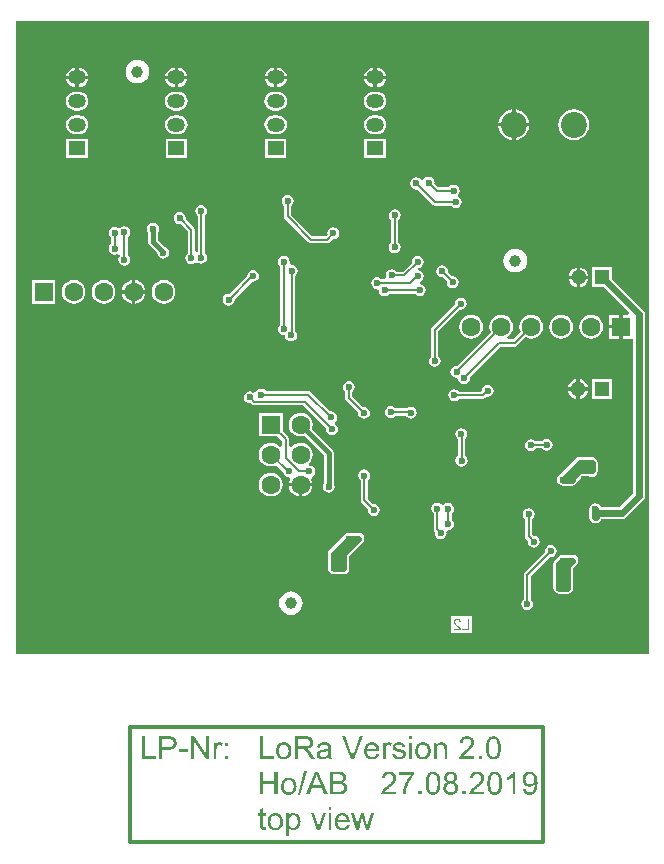
<source format=gbl>
G04*
G04 #@! TF.GenerationSoftware,Altium Limited,Altium Designer,18.1.9 (240)*
G04*
G04 Layer_Physical_Order=2*
G04 Layer_Color=255*
%FSLAX44Y44*%
%MOMM*%
G71*
G01*
G75*
%ADD10C,0.2000*%
%ADD11C,0.3000*%
%ADD51C,1.3000*%
%ADD52R,1.3000X1.3000*%
%ADD53C,1.6000*%
%ADD54R,1.6000X1.6000*%
%ADD55R,1.4000X1.2000*%
%ADD56O,1.5000X1.2000*%
%ADD57C,2.2000*%
%ADD59C,1.0000*%
%ADD61C,0.6000*%
%ADD62C,1.0000*%
%ADD63C,0.4000*%
%ADD66C,0.6000*%
G36*
X1574938Y1109640D02*
X1039059D01*
Y1645520D01*
X1574938D01*
Y1109640D01*
D02*
G37*
G36*
X1374509Y1037101D02*
X1372160D01*
Y1039800D01*
X1374509D01*
Y1037101D01*
D02*
G37*
G36*
X1400027Y1034776D02*
X1400352Y1034751D01*
X1400702Y1034676D01*
X1401102Y1034601D01*
X1401502Y1034476D01*
X1401902Y1034326D01*
X1401952Y1034301D01*
X1402077Y1034251D01*
X1402252Y1034151D01*
X1402502Y1034001D01*
X1402752Y1033851D01*
X1403002Y1033652D01*
X1403252Y1033401D01*
X1403477Y1033152D01*
X1403502Y1033127D01*
X1403552Y1033027D01*
X1403652Y1032877D01*
X1403777Y1032652D01*
X1403876Y1032402D01*
X1404001Y1032102D01*
X1404102Y1031777D01*
X1404201Y1031402D01*
Y1031377D01*
X1404226Y1031277D01*
X1404251Y1031102D01*
X1404276Y1030877D01*
X1404301Y1030552D01*
X1404326Y1030177D01*
X1404351Y1029703D01*
Y1029128D01*
Y1020580D01*
X1402002D01*
Y1029028D01*
Y1029053D01*
Y1029103D01*
Y1029153D01*
Y1029253D01*
X1401977Y1029528D01*
Y1029827D01*
X1401927Y1030177D01*
X1401877Y1030527D01*
X1401802Y1030852D01*
X1401702Y1031152D01*
Y1031177D01*
X1401652Y1031277D01*
X1401577Y1031402D01*
X1401477Y1031577D01*
X1401352Y1031752D01*
X1401177Y1031952D01*
X1400977Y1032127D01*
X1400727Y1032302D01*
X1400702Y1032327D01*
X1400602Y1032377D01*
X1400452Y1032452D01*
X1400252Y1032527D01*
X1400027Y1032602D01*
X1399753Y1032677D01*
X1399428Y1032727D01*
X1399103Y1032752D01*
X1398953D01*
X1398853Y1032727D01*
X1398553Y1032702D01*
X1398203Y1032627D01*
X1397803Y1032527D01*
X1397353Y1032352D01*
X1396903Y1032102D01*
X1396478Y1031777D01*
X1396428Y1031727D01*
X1396378Y1031677D01*
X1396304Y1031577D01*
X1396228Y1031477D01*
X1396129Y1031327D01*
X1396053Y1031177D01*
X1395954Y1030977D01*
X1395854Y1030727D01*
X1395754Y1030477D01*
X1395654Y1030177D01*
X1395579Y1029852D01*
X1395504Y1029477D01*
X1395454Y1029078D01*
X1395429Y1028628D01*
X1395404Y1028153D01*
Y1020580D01*
X1393054D01*
Y1034501D01*
X1395179D01*
Y1032502D01*
X1395204Y1032527D01*
X1395254Y1032602D01*
X1395329Y1032727D01*
X1395454Y1032852D01*
X1395629Y1033027D01*
X1395804Y1033227D01*
X1396028Y1033427D01*
X1396304Y1033652D01*
X1396603Y1033876D01*
X1396928Y1034076D01*
X1397278Y1034276D01*
X1397678Y1034451D01*
X1398103Y1034601D01*
X1398553Y1034701D01*
X1399053Y1034776D01*
X1399578Y1034801D01*
X1399803D01*
X1400027Y1034776D01*
D02*
G37*
G36*
X1355339Y1034751D02*
X1355639Y1034701D01*
X1356014Y1034601D01*
X1356439Y1034476D01*
X1356864Y1034276D01*
X1357338Y1034026D01*
X1356514Y1031852D01*
X1356464Y1031877D01*
X1356364Y1031927D01*
X1356189Y1032002D01*
X1355964Y1032102D01*
X1355714Y1032202D01*
X1355414Y1032277D01*
X1355089Y1032327D01*
X1354764Y1032352D01*
X1354639D01*
X1354489Y1032327D01*
X1354289Y1032302D01*
X1354089Y1032227D01*
X1353839Y1032152D01*
X1353614Y1032027D01*
X1353365Y1031877D01*
X1353340Y1031852D01*
X1353264Y1031802D01*
X1353165Y1031677D01*
X1353040Y1031527D01*
X1352890Y1031352D01*
X1352740Y1031127D01*
X1352615Y1030877D01*
X1352490Y1030577D01*
Y1030552D01*
X1352465Y1030527D01*
Y1030452D01*
X1352440Y1030352D01*
X1352365Y1030102D01*
X1352315Y1029778D01*
X1352240Y1029353D01*
X1352165Y1028903D01*
X1352140Y1028378D01*
X1352115Y1027828D01*
Y1020580D01*
X1349765D01*
Y1034501D01*
X1351890D01*
Y1032377D01*
X1351915Y1032427D01*
X1351965Y1032502D01*
X1352015Y1032602D01*
X1352190Y1032852D01*
X1352365Y1033152D01*
X1352590Y1033502D01*
X1352840Y1033826D01*
X1353114Y1034101D01*
X1353365Y1034326D01*
X1353389Y1034351D01*
X1353489Y1034401D01*
X1353639Y1034476D01*
X1353814Y1034576D01*
X1354039Y1034651D01*
X1354314Y1034726D01*
X1354589Y1034776D01*
X1354889Y1034801D01*
X1355089D01*
X1355339Y1034751D01*
D02*
G37*
G36*
X1212075D02*
X1212375Y1034701D01*
X1212750Y1034601D01*
X1213175Y1034476D01*
X1213600Y1034276D01*
X1214074Y1034026D01*
X1213250Y1031852D01*
X1213200Y1031877D01*
X1213100Y1031927D01*
X1212925Y1032002D01*
X1212700Y1032102D01*
X1212450Y1032202D01*
X1212150Y1032277D01*
X1211825Y1032327D01*
X1211500Y1032352D01*
X1211375D01*
X1211225Y1032327D01*
X1211025Y1032302D01*
X1210825Y1032227D01*
X1210575Y1032152D01*
X1210350Y1032027D01*
X1210100Y1031877D01*
X1210076Y1031852D01*
X1210001Y1031802D01*
X1209901Y1031677D01*
X1209776Y1031527D01*
X1209626Y1031352D01*
X1209476Y1031127D01*
X1209351Y1030877D01*
X1209226Y1030577D01*
Y1030552D01*
X1209201Y1030527D01*
Y1030452D01*
X1209176Y1030352D01*
X1209101Y1030102D01*
X1209051Y1029778D01*
X1208976Y1029353D01*
X1208901Y1028903D01*
X1208876Y1028378D01*
X1208851Y1027828D01*
Y1020580D01*
X1206501D01*
Y1034501D01*
X1208626D01*
Y1032377D01*
X1208651Y1032427D01*
X1208701Y1032502D01*
X1208751Y1032602D01*
X1208926Y1032852D01*
X1209101Y1033152D01*
X1209326Y1033502D01*
X1209576Y1033826D01*
X1209851Y1034101D01*
X1210100Y1034326D01*
X1210126Y1034351D01*
X1210226Y1034401D01*
X1210376Y1034476D01*
X1210550Y1034576D01*
X1210775Y1034651D01*
X1211050Y1034726D01*
X1211325Y1034776D01*
X1211625Y1034801D01*
X1211825D01*
X1212075Y1034751D01*
D02*
G37*
G36*
X1218823Y1031802D02*
X1216124D01*
Y1034501D01*
X1218823D01*
Y1031802D01*
D02*
G37*
G36*
X1363737Y1034776D02*
X1363887D01*
X1364287Y1034751D01*
X1364711Y1034676D01*
X1365211Y1034601D01*
X1365686Y1034476D01*
X1366161Y1034326D01*
X1366186D01*
X1366211Y1034301D01*
X1366361Y1034251D01*
X1366586Y1034126D01*
X1366861Y1033976D01*
X1367161Y1033801D01*
X1367461Y1033577D01*
X1367761Y1033327D01*
X1368011Y1033027D01*
X1368036Y1033002D01*
X1368111Y1032877D01*
X1368211Y1032702D01*
X1368336Y1032452D01*
X1368486Y1032152D01*
X1368611Y1031802D01*
X1368736Y1031377D01*
X1368835Y1030902D01*
X1366536Y1030577D01*
Y1030627D01*
X1366486Y1030752D01*
X1366436Y1030952D01*
X1366361Y1031177D01*
X1366236Y1031452D01*
X1366061Y1031727D01*
X1365861Y1031977D01*
X1365611Y1032227D01*
X1365586Y1032252D01*
X1365461Y1032327D01*
X1365311Y1032427D01*
X1365061Y1032552D01*
X1364762Y1032652D01*
X1364387Y1032752D01*
X1363962Y1032827D01*
X1363462Y1032852D01*
X1363187D01*
X1362912Y1032827D01*
X1362562Y1032777D01*
X1362187Y1032727D01*
X1361787Y1032627D01*
X1361437Y1032477D01*
X1361138Y1032302D01*
X1361113Y1032277D01*
X1361037Y1032202D01*
X1360912Y1032102D01*
X1360813Y1031952D01*
X1360688Y1031777D01*
X1360563Y1031552D01*
X1360488Y1031327D01*
X1360463Y1031052D01*
Y1031027D01*
Y1030977D01*
X1360488Y1030902D01*
Y1030777D01*
X1360588Y1030527D01*
X1360638Y1030377D01*
X1360738Y1030227D01*
X1360763Y1030202D01*
X1360788Y1030177D01*
X1360862Y1030102D01*
X1360963Y1030002D01*
X1361087Y1029902D01*
X1361237Y1029802D01*
X1361437Y1029703D01*
X1361637Y1029603D01*
X1361662D01*
X1361712Y1029577D01*
X1361837Y1029528D01*
X1362037Y1029477D01*
X1362312Y1029403D01*
X1362487Y1029353D01*
X1362687Y1029303D01*
X1362912Y1029228D01*
X1363162Y1029178D01*
X1363437Y1029078D01*
X1363737Y1029003D01*
X1363762D01*
X1363837Y1028978D01*
X1363987Y1028953D01*
X1364137Y1028903D01*
X1364337Y1028828D01*
X1364587Y1028778D01*
X1365111Y1028628D01*
X1365686Y1028453D01*
X1366261Y1028278D01*
X1366786Y1028103D01*
X1367011Y1028003D01*
X1367211Y1027928D01*
X1367261Y1027903D01*
X1367386Y1027853D01*
X1367561Y1027753D01*
X1367786Y1027603D01*
X1368036Y1027428D01*
X1368286Y1027228D01*
X1368561Y1026978D01*
X1368786Y1026678D01*
X1368810Y1026653D01*
X1368885Y1026528D01*
X1368961Y1026353D01*
X1369085Y1026128D01*
X1369185Y1025828D01*
X1369260Y1025504D01*
X1369335Y1025104D01*
X1369360Y1024679D01*
Y1024654D01*
Y1024629D01*
Y1024479D01*
X1369335Y1024254D01*
X1369285Y1023954D01*
X1369185Y1023604D01*
X1369060Y1023229D01*
X1368885Y1022829D01*
X1368660Y1022429D01*
X1368636Y1022379D01*
X1368536Y1022254D01*
X1368361Y1022079D01*
X1368161Y1021854D01*
X1367861Y1021580D01*
X1367511Y1021330D01*
X1367111Y1021055D01*
X1366661Y1020830D01*
X1366636D01*
X1366611Y1020805D01*
X1366536Y1020780D01*
X1366436Y1020755D01*
X1366161Y1020655D01*
X1365811Y1020555D01*
X1365386Y1020455D01*
X1364886Y1020355D01*
X1364337Y1020305D01*
X1363737Y1020280D01*
X1363487D01*
X1363287Y1020305D01*
X1363062D01*
X1362812Y1020330D01*
X1362512Y1020380D01*
X1362187Y1020430D01*
X1361537Y1020555D01*
X1360838Y1020755D01*
X1360188Y1021030D01*
X1359863Y1021180D01*
X1359588Y1021380D01*
X1359563Y1021405D01*
X1359538Y1021430D01*
X1359463Y1021505D01*
X1359363Y1021580D01*
X1359238Y1021704D01*
X1359113Y1021854D01*
X1358988Y1022029D01*
X1358838Y1022229D01*
X1358688Y1022454D01*
X1358513Y1022704D01*
X1358363Y1022979D01*
X1358238Y1023279D01*
X1358088Y1023604D01*
X1357963Y1023954D01*
X1357863Y1024329D01*
X1357788Y1024729D01*
X1360113Y1025104D01*
Y1025079D01*
Y1025054D01*
X1360138Y1024979D01*
X1360163Y1024879D01*
X1360213Y1024629D01*
X1360313Y1024304D01*
X1360463Y1023954D01*
X1360638Y1023604D01*
X1360887Y1023254D01*
X1361187Y1022954D01*
X1361237Y1022929D01*
X1361362Y1022854D01*
X1361562Y1022729D01*
X1361837Y1022604D01*
X1362212Y1022454D01*
X1362637Y1022354D01*
X1363137Y1022254D01*
X1363712Y1022229D01*
X1363987D01*
X1364262Y1022254D01*
X1364637Y1022304D01*
X1365011Y1022379D01*
X1365411Y1022504D01*
X1365811Y1022654D01*
X1366136Y1022879D01*
X1366161Y1022904D01*
X1366261Y1023004D01*
X1366386Y1023129D01*
X1366536Y1023329D01*
X1366686Y1023554D01*
X1366811Y1023804D01*
X1366911Y1024104D01*
X1366936Y1024429D01*
Y1024454D01*
Y1024554D01*
X1366911Y1024704D01*
X1366861Y1024879D01*
X1366761Y1025079D01*
X1366636Y1025279D01*
X1366461Y1025479D01*
X1366236Y1025678D01*
X1366211Y1025704D01*
X1366136Y1025729D01*
X1365986Y1025804D01*
X1365736Y1025879D01*
X1365586Y1025953D01*
X1365436Y1026003D01*
X1365236Y1026053D01*
X1365011Y1026128D01*
X1364762Y1026203D01*
X1364462Y1026278D01*
X1364162Y1026378D01*
X1363812Y1026453D01*
X1363787D01*
X1363687Y1026478D01*
X1363562Y1026528D01*
X1363387Y1026578D01*
X1363187Y1026628D01*
X1362937Y1026703D01*
X1362387Y1026853D01*
X1361787Y1027028D01*
X1361187Y1027228D01*
X1360912Y1027328D01*
X1360663Y1027428D01*
X1360413Y1027503D01*
X1360213Y1027603D01*
X1360163Y1027628D01*
X1360038Y1027703D01*
X1359863Y1027803D01*
X1359638Y1027953D01*
X1359413Y1028128D01*
X1359138Y1028353D01*
X1358913Y1028603D01*
X1358688Y1028903D01*
X1358663Y1028953D01*
X1358613Y1029053D01*
X1358538Y1029228D01*
X1358438Y1029453D01*
X1358338Y1029727D01*
X1358263Y1030052D01*
X1358213Y1030402D01*
X1358188Y1030777D01*
Y1030827D01*
Y1030927D01*
X1358213Y1031102D01*
X1358238Y1031352D01*
X1358288Y1031602D01*
X1358363Y1031902D01*
X1358463Y1032202D01*
X1358613Y1032502D01*
X1358638Y1032527D01*
X1358688Y1032627D01*
X1358788Y1032777D01*
X1358913Y1032977D01*
X1359088Y1033177D01*
X1359288Y1033401D01*
X1359513Y1033626D01*
X1359763Y1033826D01*
X1359788Y1033851D01*
X1359863Y1033901D01*
X1359988Y1033976D01*
X1360163Y1034051D01*
X1360363Y1034176D01*
X1360638Y1034276D01*
X1360938Y1034401D01*
X1361262Y1034501D01*
X1361312Y1034526D01*
X1361437Y1034551D01*
X1361612Y1034601D01*
X1361887Y1034651D01*
X1362187Y1034701D01*
X1362537Y1034751D01*
X1362912Y1034801D01*
X1363587D01*
X1363737Y1034776D01*
D02*
G37*
G36*
X1184507Y1026353D02*
X1177259D01*
Y1028728D01*
X1184507D01*
Y1026353D01*
D02*
G37*
G36*
X1202552Y1020580D02*
X1199928D01*
X1189856Y1035651D01*
Y1020580D01*
X1187406D01*
Y1039800D01*
X1190006D01*
X1200103Y1024704D01*
Y1039800D01*
X1202552D01*
Y1020580D01*
D02*
G37*
G36*
X1325397D02*
X1322747D01*
X1315299Y1039800D01*
X1318073D01*
X1323072Y1025828D01*
Y1025804D01*
X1323097Y1025753D01*
X1323122Y1025654D01*
X1323172Y1025554D01*
X1323222Y1025404D01*
X1323272Y1025229D01*
X1323422Y1024804D01*
X1323572Y1024329D01*
X1323747Y1023804D01*
X1323922Y1023229D01*
X1324072Y1022679D01*
Y1022704D01*
X1324097Y1022754D01*
X1324122Y1022829D01*
X1324147Y1022954D01*
X1324197Y1023104D01*
X1324247Y1023254D01*
X1324372Y1023654D01*
X1324522Y1024129D01*
X1324697Y1024679D01*
X1324897Y1025254D01*
X1325122Y1025828D01*
X1330320Y1039800D01*
X1332895D01*
X1325397Y1020580D01*
D02*
G37*
G36*
X1433719D02*
X1431020D01*
Y1023279D01*
X1433719D01*
Y1020580D01*
D02*
G37*
G36*
X1421547Y1039850D02*
X1421797Y1039825D01*
X1422072Y1039800D01*
X1422372Y1039750D01*
X1422697Y1039675D01*
X1423396Y1039500D01*
X1423746Y1039375D01*
X1424121Y1039225D01*
X1424496Y1039050D01*
X1424846Y1038825D01*
X1425171Y1038600D01*
X1425496Y1038325D01*
X1425521Y1038300D01*
X1425571Y1038250D01*
X1425646Y1038175D01*
X1425746Y1038050D01*
X1425871Y1037900D01*
X1426021Y1037725D01*
X1426146Y1037525D01*
X1426321Y1037275D01*
X1426471Y1037026D01*
X1426596Y1036726D01*
X1426871Y1036076D01*
X1426971Y1035726D01*
X1427046Y1035351D01*
X1427096Y1034951D01*
X1427121Y1034526D01*
Y1034476D01*
Y1034326D01*
X1427096Y1034101D01*
X1427071Y1033801D01*
X1426996Y1033476D01*
X1426921Y1033077D01*
X1426796Y1032677D01*
X1426646Y1032252D01*
X1426621Y1032202D01*
X1426546Y1032052D01*
X1426446Y1031827D01*
X1426271Y1031552D01*
X1426046Y1031202D01*
X1425771Y1030802D01*
X1425446Y1030352D01*
X1425071Y1029902D01*
Y1029877D01*
X1425021Y1029852D01*
X1424946Y1029778D01*
X1424871Y1029678D01*
X1424746Y1029553D01*
X1424596Y1029403D01*
X1424421Y1029228D01*
X1424196Y1029028D01*
X1423971Y1028803D01*
X1423696Y1028553D01*
X1423396Y1028253D01*
X1423072Y1027953D01*
X1422697Y1027628D01*
X1422322Y1027303D01*
X1421872Y1026928D01*
X1421422Y1026528D01*
X1421397Y1026503D01*
X1421322Y1026453D01*
X1421222Y1026353D01*
X1421072Y1026253D01*
X1420922Y1026103D01*
X1420722Y1025928D01*
X1420297Y1025554D01*
X1419822Y1025154D01*
X1419373Y1024754D01*
X1419173Y1024579D01*
X1418998Y1024404D01*
X1418823Y1024229D01*
X1418698Y1024104D01*
X1418673Y1024079D01*
X1418598Y1024004D01*
X1418498Y1023879D01*
X1418348Y1023704D01*
X1418198Y1023529D01*
X1418023Y1023304D01*
X1417698Y1022854D01*
X1427146D01*
Y1020580D01*
X1414424D01*
Y1020630D01*
Y1020730D01*
Y1020880D01*
X1414449Y1021105D01*
X1414474Y1021355D01*
X1414524Y1021630D01*
X1414599Y1021905D01*
X1414699Y1022204D01*
Y1022229D01*
X1414724Y1022254D01*
X1414749Y1022329D01*
X1414799Y1022429D01*
X1414899Y1022679D01*
X1415074Y1023004D01*
X1415299Y1023404D01*
X1415549Y1023829D01*
X1415873Y1024279D01*
X1416248Y1024754D01*
X1416273Y1024779D01*
X1416298Y1024804D01*
X1416373Y1024879D01*
X1416448Y1024979D01*
X1416698Y1025254D01*
X1417048Y1025603D01*
X1417473Y1026028D01*
X1417998Y1026528D01*
X1418623Y1027078D01*
X1419348Y1027678D01*
X1419373Y1027703D01*
X1419473Y1027803D01*
X1419648Y1027928D01*
X1419847Y1028103D01*
X1420097Y1028328D01*
X1420397Y1028578D01*
X1420722Y1028853D01*
X1421047Y1029153D01*
X1421747Y1029802D01*
X1422447Y1030477D01*
X1422772Y1030827D01*
X1423072Y1031152D01*
X1423347Y1031452D01*
X1423571Y1031752D01*
X1423596Y1031777D01*
X1423622Y1031827D01*
X1423671Y1031902D01*
X1423746Y1032002D01*
X1423821Y1032152D01*
X1423921Y1032302D01*
X1424146Y1032677D01*
X1424346Y1033102D01*
X1424521Y1033577D01*
X1424646Y1034101D01*
X1424696Y1034351D01*
Y1034601D01*
Y1034626D01*
Y1034676D01*
Y1034726D01*
X1424671Y1034826D01*
X1424646Y1035101D01*
X1424571Y1035426D01*
X1424446Y1035801D01*
X1424271Y1036176D01*
X1424021Y1036576D01*
X1423671Y1036951D01*
X1423622Y1037001D01*
X1423497Y1037101D01*
X1423272Y1037251D01*
X1422972Y1037450D01*
X1422597Y1037626D01*
X1422147Y1037775D01*
X1421622Y1037875D01*
X1421047Y1037925D01*
X1420872D01*
X1420772Y1037900D01*
X1420622D01*
X1420447Y1037875D01*
X1420072Y1037800D01*
X1419648Y1037675D01*
X1419173Y1037501D01*
X1418723Y1037251D01*
X1418323Y1036901D01*
X1418273Y1036851D01*
X1418173Y1036726D01*
X1417998Y1036476D01*
X1417823Y1036176D01*
X1417623Y1035751D01*
X1417448Y1035276D01*
X1417348Y1034726D01*
X1417298Y1034076D01*
X1414874Y1034326D01*
Y1034351D01*
X1414899Y1034451D01*
Y1034576D01*
X1414924Y1034776D01*
X1414974Y1035001D01*
X1415024Y1035251D01*
X1415099Y1035551D01*
X1415199Y1035851D01*
X1415424Y1036526D01*
X1415573Y1036876D01*
X1415748Y1037201D01*
X1415948Y1037551D01*
X1416173Y1037875D01*
X1416423Y1038175D01*
X1416723Y1038450D01*
X1416748Y1038475D01*
X1416798Y1038500D01*
X1416898Y1038575D01*
X1417023Y1038675D01*
X1417198Y1038775D01*
X1417398Y1038900D01*
X1417623Y1039025D01*
X1417898Y1039175D01*
X1418198Y1039300D01*
X1418523Y1039425D01*
X1418873Y1039550D01*
X1419273Y1039650D01*
X1419673Y1039750D01*
X1420122Y1039825D01*
X1420597Y1039850D01*
X1421097Y1039875D01*
X1421372D01*
X1421547Y1039850D01*
D02*
G37*
G36*
X1374509Y1020580D02*
X1372160D01*
Y1034501D01*
X1374509D01*
Y1020580D01*
D02*
G37*
G36*
X1301103Y1034776D02*
X1301503Y1034751D01*
X1301953Y1034701D01*
X1302453Y1034626D01*
X1302902Y1034526D01*
X1303352Y1034376D01*
X1303377D01*
X1303402Y1034351D01*
X1303527Y1034301D01*
X1303727Y1034201D01*
X1303977Y1034076D01*
X1304252Y1033926D01*
X1304527Y1033752D01*
X1304777Y1033527D01*
X1305002Y1033302D01*
X1305027Y1033277D01*
X1305077Y1033202D01*
X1305177Y1033052D01*
X1305302Y1032877D01*
X1305427Y1032652D01*
X1305552Y1032377D01*
X1305652Y1032077D01*
X1305752Y1031727D01*
Y1031702D01*
X1305777Y1031602D01*
X1305802Y1031452D01*
X1305827Y1031227D01*
Y1030927D01*
X1305852Y1030552D01*
X1305877Y1030102D01*
Y1029553D01*
Y1026403D01*
Y1026378D01*
Y1026253D01*
Y1026103D01*
Y1025879D01*
Y1025629D01*
Y1025329D01*
Y1025004D01*
X1305902Y1024654D01*
Y1023954D01*
X1305927Y1023279D01*
X1305952Y1022954D01*
Y1022679D01*
X1305977Y1022454D01*
X1306002Y1022254D01*
Y1022204D01*
X1306027Y1022104D01*
X1306077Y1021929D01*
X1306127Y1021730D01*
X1306227Y1021455D01*
X1306326Y1021180D01*
X1306452Y1020880D01*
X1306601Y1020580D01*
X1304127D01*
X1304102Y1020605D01*
X1304077Y1020705D01*
X1304002Y1020855D01*
X1303952Y1021080D01*
X1303852Y1021330D01*
X1303802Y1021630D01*
X1303727Y1021954D01*
X1303677Y1022329D01*
X1303652D01*
X1303627Y1022279D01*
X1303552Y1022229D01*
X1303452Y1022154D01*
X1303202Y1021954D01*
X1302852Y1021704D01*
X1302478Y1021455D01*
X1302053Y1021180D01*
X1301578Y1020930D01*
X1301128Y1020730D01*
X1301103D01*
X1301078Y1020705D01*
X1301003Y1020680D01*
X1300928Y1020655D01*
X1300678Y1020580D01*
X1300353Y1020505D01*
X1299978Y1020430D01*
X1299528Y1020355D01*
X1299053Y1020305D01*
X1298553Y1020280D01*
X1298329D01*
X1298179Y1020305D01*
X1297979D01*
X1297754Y1020330D01*
X1297254Y1020430D01*
X1296679Y1020555D01*
X1296104Y1020755D01*
X1295529Y1021030D01*
X1295279Y1021180D01*
X1295029Y1021380D01*
X1295004Y1021405D01*
X1294979Y1021430D01*
X1294829Y1021580D01*
X1294655Y1021830D01*
X1294429Y1022154D01*
X1294205Y1022579D01*
X1294005Y1023054D01*
X1293855Y1023604D01*
X1293830Y1023904D01*
X1293805Y1024229D01*
Y1024279D01*
Y1024404D01*
X1293830Y1024604D01*
X1293855Y1024854D01*
X1293905Y1025129D01*
X1294005Y1025454D01*
X1294105Y1025779D01*
X1294255Y1026103D01*
X1294280Y1026153D01*
X1294330Y1026253D01*
X1294454Y1026403D01*
X1294579Y1026603D01*
X1294754Y1026803D01*
X1294979Y1027028D01*
X1295204Y1027253D01*
X1295479Y1027453D01*
X1295504Y1027478D01*
X1295604Y1027528D01*
X1295779Y1027628D01*
X1295979Y1027753D01*
X1296229Y1027878D01*
X1296504Y1028003D01*
X1296829Y1028128D01*
X1297179Y1028228D01*
X1297204D01*
X1297304Y1028253D01*
X1297479Y1028303D01*
X1297704Y1028328D01*
X1298004Y1028403D01*
X1298353Y1028453D01*
X1298778Y1028503D01*
X1299278Y1028578D01*
X1299303D01*
X1299403Y1028603D01*
X1299553D01*
X1299753Y1028653D01*
X1299978Y1028678D01*
X1300253Y1028703D01*
X1300553Y1028753D01*
X1300878Y1028803D01*
X1301553Y1028928D01*
X1302253Y1029078D01*
X1302902Y1029228D01*
X1303202Y1029328D01*
X1303477Y1029403D01*
Y1029428D01*
Y1029477D01*
Y1029553D01*
X1303502Y1029652D01*
Y1029852D01*
Y1029952D01*
Y1030002D01*
Y1030027D01*
Y1030077D01*
Y1030152D01*
Y1030227D01*
X1303477Y1030502D01*
X1303427Y1030802D01*
X1303327Y1031152D01*
X1303227Y1031477D01*
X1303052Y1031802D01*
X1302827Y1032052D01*
X1302777Y1032077D01*
X1302652Y1032177D01*
X1302453Y1032302D01*
X1302153Y1032452D01*
X1301753Y1032602D01*
X1301303Y1032727D01*
X1300753Y1032827D01*
X1300128Y1032852D01*
X1299853D01*
X1299553Y1032827D01*
X1299203Y1032777D01*
X1298778Y1032702D01*
X1298378Y1032602D01*
X1297979Y1032452D01*
X1297654Y1032252D01*
X1297629Y1032227D01*
X1297529Y1032152D01*
X1297379Y1032002D01*
X1297229Y1031777D01*
X1297029Y1031502D01*
X1296854Y1031152D01*
X1296654Y1030702D01*
X1296504Y1030202D01*
X1294205Y1030527D01*
Y1030552D01*
X1294230Y1030602D01*
Y1030677D01*
X1294255Y1030777D01*
X1294330Y1031052D01*
X1294454Y1031377D01*
X1294579Y1031752D01*
X1294754Y1032152D01*
X1294979Y1032552D01*
X1295229Y1032902D01*
X1295254Y1032952D01*
X1295354Y1033052D01*
X1295529Y1033202D01*
X1295754Y1033427D01*
X1296054Y1033652D01*
X1296404Y1033876D01*
X1296829Y1034101D01*
X1297304Y1034301D01*
X1297329D01*
X1297379Y1034326D01*
X1297454Y1034351D01*
X1297554Y1034376D01*
X1297679Y1034426D01*
X1297829Y1034451D01*
X1298229Y1034551D01*
X1298678Y1034651D01*
X1299228Y1034726D01*
X1299828Y1034776D01*
X1300478Y1034801D01*
X1300928D01*
X1301103Y1034776D01*
D02*
G37*
G36*
X1284707Y1039775D02*
X1284932D01*
X1285207Y1039750D01*
X1285507Y1039725D01*
X1286132Y1039675D01*
X1286781Y1039575D01*
X1287406Y1039450D01*
X1287706Y1039375D01*
X1287956Y1039275D01*
X1287981D01*
X1288006Y1039250D01*
X1288081Y1039225D01*
X1288181Y1039175D01*
X1288431Y1039050D01*
X1288731Y1038850D01*
X1289081Y1038600D01*
X1289431Y1038275D01*
X1289781Y1037875D01*
X1290106Y1037426D01*
Y1037401D01*
X1290131Y1037375D01*
X1290181Y1037300D01*
X1290231Y1037201D01*
X1290356Y1036926D01*
X1290506Y1036576D01*
X1290656Y1036151D01*
X1290780Y1035651D01*
X1290880Y1035101D01*
X1290905Y1034526D01*
Y1034501D01*
Y1034426D01*
Y1034326D01*
X1290880Y1034176D01*
X1290856Y1034001D01*
X1290831Y1033801D01*
X1290730Y1033327D01*
X1290580Y1032777D01*
X1290356Y1032202D01*
X1290206Y1031927D01*
X1290031Y1031627D01*
X1289806Y1031352D01*
X1289581Y1031077D01*
X1289556Y1031052D01*
X1289531Y1031027D01*
X1289431Y1030952D01*
X1289331Y1030852D01*
X1289181Y1030752D01*
X1289006Y1030627D01*
X1288806Y1030477D01*
X1288581Y1030327D01*
X1288306Y1030177D01*
X1288006Y1030027D01*
X1287656Y1029877D01*
X1287281Y1029727D01*
X1286882Y1029603D01*
X1286457Y1029477D01*
X1285982Y1029378D01*
X1285482Y1029303D01*
X1285532Y1029278D01*
X1285657Y1029228D01*
X1285832Y1029128D01*
X1286057Y1029003D01*
X1286557Y1028678D01*
X1286781Y1028503D01*
X1287006Y1028328D01*
X1287031D01*
X1287056Y1028278D01*
X1287206Y1028153D01*
X1287406Y1027928D01*
X1287706Y1027628D01*
X1288031Y1027278D01*
X1288381Y1026828D01*
X1288756Y1026328D01*
X1289131Y1025779D01*
X1292455Y1020580D01*
X1289256D01*
X1286732Y1024554D01*
Y1024579D01*
X1286682Y1024629D01*
X1286631Y1024729D01*
X1286557Y1024829D01*
X1286457Y1024979D01*
X1286332Y1025154D01*
X1286082Y1025529D01*
X1285782Y1025953D01*
X1285482Y1026378D01*
X1285182Y1026803D01*
X1284882Y1027178D01*
X1284857Y1027228D01*
X1284757Y1027328D01*
X1284632Y1027503D01*
X1284457Y1027678D01*
X1284257Y1027903D01*
X1284032Y1028128D01*
X1283807Y1028303D01*
X1283582Y1028478D01*
X1283557Y1028503D01*
X1283482Y1028528D01*
X1283382Y1028603D01*
X1283232Y1028678D01*
X1283058Y1028778D01*
X1282858Y1028853D01*
X1282433Y1029003D01*
X1282408D01*
X1282358Y1029028D01*
X1282258D01*
X1282108Y1029053D01*
X1281908Y1029078D01*
X1281658D01*
X1281383Y1029103D01*
X1278084D01*
Y1020580D01*
X1275534D01*
Y1039800D01*
X1284482D01*
X1284707Y1039775D01*
D02*
G37*
G36*
X1248116Y1022854D02*
X1257564D01*
Y1020580D01*
X1245567D01*
Y1039800D01*
X1248116D01*
Y1022854D01*
D02*
G37*
G36*
X1218823Y1020580D02*
X1216124D01*
Y1023279D01*
X1218823D01*
Y1020580D01*
D02*
G37*
G36*
X1168911Y1039775D02*
X1169361Y1039750D01*
X1169861Y1039725D01*
X1170336Y1039675D01*
X1170736Y1039600D01*
X1170811D01*
X1170861Y1039575D01*
X1170960Y1039550D01*
X1171236Y1039500D01*
X1171560Y1039400D01*
X1171935Y1039275D01*
X1172310Y1039125D01*
X1172710Y1038925D01*
X1173085Y1038700D01*
X1173135Y1038675D01*
X1173235Y1038575D01*
X1173435Y1038425D01*
X1173635Y1038225D01*
X1173885Y1037975D01*
X1174160Y1037651D01*
X1174410Y1037275D01*
X1174635Y1036851D01*
Y1036826D01*
X1174660Y1036801D01*
X1174685Y1036726D01*
X1174735Y1036651D01*
X1174835Y1036401D01*
X1174934Y1036076D01*
X1175034Y1035676D01*
X1175135Y1035226D01*
X1175210Y1034751D01*
X1175235Y1034226D01*
Y1034201D01*
Y1034126D01*
Y1034001D01*
X1175210Y1033826D01*
X1175184Y1033602D01*
X1175160Y1033352D01*
X1175109Y1033077D01*
X1175034Y1032802D01*
X1174860Y1032127D01*
X1174735Y1031802D01*
X1174560Y1031452D01*
X1174385Y1031102D01*
X1174185Y1030752D01*
X1173935Y1030402D01*
X1173660Y1030077D01*
X1173635Y1030052D01*
X1173585Y1030002D01*
X1173485Y1029927D01*
X1173360Y1029802D01*
X1173185Y1029678D01*
X1172960Y1029553D01*
X1172685Y1029378D01*
X1172385Y1029228D01*
X1172010Y1029078D01*
X1171610Y1028928D01*
X1171135Y1028778D01*
X1170636Y1028653D01*
X1170061Y1028528D01*
X1169436Y1028453D01*
X1168761Y1028403D01*
X1168036Y1028378D01*
X1163138D01*
Y1020580D01*
X1160588D01*
Y1039800D01*
X1168486D01*
X1168911Y1039775D01*
D02*
G37*
G36*
X1148116Y1022854D02*
X1157564D01*
Y1020580D01*
X1145567D01*
Y1039800D01*
X1148116D01*
Y1022854D01*
D02*
G37*
G36*
X1384232Y1034776D02*
X1384482Y1034751D01*
X1384756Y1034701D01*
X1385081Y1034651D01*
X1385431Y1034576D01*
X1385781Y1034476D01*
X1386156Y1034326D01*
X1386556Y1034176D01*
X1386956Y1034001D01*
X1387356Y1033776D01*
X1387731Y1033527D01*
X1388106Y1033227D01*
X1388456Y1032902D01*
X1388481Y1032877D01*
X1388530Y1032827D01*
X1388630Y1032702D01*
X1388730Y1032552D01*
X1388880Y1032377D01*
X1389030Y1032127D01*
X1389205Y1031852D01*
X1389380Y1031552D01*
X1389530Y1031202D01*
X1389705Y1030827D01*
X1389855Y1030402D01*
X1390005Y1029927D01*
X1390105Y1029428D01*
X1390205Y1028903D01*
X1390255Y1028328D01*
X1390280Y1027728D01*
Y1027703D01*
Y1027603D01*
Y1027478D01*
Y1027278D01*
X1390255Y1027053D01*
X1390230Y1026803D01*
X1390205Y1026503D01*
X1390180Y1026203D01*
X1390080Y1025529D01*
X1389930Y1024829D01*
X1389730Y1024129D01*
X1389605Y1023804D01*
X1389455Y1023504D01*
Y1023479D01*
X1389430Y1023429D01*
X1389380Y1023354D01*
X1389305Y1023254D01*
X1389130Y1022979D01*
X1388855Y1022629D01*
X1388530Y1022254D01*
X1388130Y1021854D01*
X1387656Y1021480D01*
X1387106Y1021130D01*
X1387081D01*
X1387031Y1021105D01*
X1386956Y1021055D01*
X1386831Y1021005D01*
X1386706Y1020930D01*
X1386531Y1020855D01*
X1386106Y1020705D01*
X1385631Y1020555D01*
X1385056Y1020405D01*
X1384431Y1020305D01*
X1383757Y1020280D01*
X1383632D01*
X1383482Y1020305D01*
X1383282D01*
X1383032Y1020330D01*
X1382757Y1020380D01*
X1382432Y1020430D01*
X1382082Y1020505D01*
X1381707Y1020605D01*
X1381332Y1020730D01*
X1380957Y1020880D01*
X1380558Y1021055D01*
X1380158Y1021280D01*
X1379783Y1021530D01*
X1379408Y1021805D01*
X1379058Y1022129D01*
X1379033Y1022154D01*
X1378983Y1022229D01*
X1378883Y1022329D01*
X1378783Y1022479D01*
X1378633Y1022679D01*
X1378483Y1022904D01*
X1378333Y1023179D01*
X1378158Y1023504D01*
X1377983Y1023879D01*
X1377833Y1024279D01*
X1377683Y1024704D01*
X1377533Y1025204D01*
X1377433Y1025729D01*
X1377333Y1026278D01*
X1377283Y1026878D01*
X1377258Y1027528D01*
Y1027578D01*
Y1027703D01*
X1377283Y1027903D01*
Y1028153D01*
X1377333Y1028478D01*
X1377383Y1028853D01*
X1377433Y1029253D01*
X1377533Y1029678D01*
X1377633Y1030152D01*
X1377783Y1030627D01*
X1377958Y1031102D01*
X1378158Y1031577D01*
X1378408Y1032027D01*
X1378683Y1032477D01*
X1379008Y1032877D01*
X1379383Y1033252D01*
X1379408Y1033277D01*
X1379458Y1033327D01*
X1379558Y1033401D01*
X1379708Y1033502D01*
X1379883Y1033602D01*
X1380083Y1033752D01*
X1380332Y1033876D01*
X1380607Y1034026D01*
X1380907Y1034176D01*
X1381232Y1034301D01*
X1381607Y1034451D01*
X1381982Y1034551D01*
X1382407Y1034651D01*
X1382832Y1034726D01*
X1383282Y1034776D01*
X1383757Y1034801D01*
X1384032D01*
X1384232Y1034776D01*
D02*
G37*
G36*
X1341018D02*
X1341243Y1034751D01*
X1341517Y1034701D01*
X1341842Y1034651D01*
X1342167Y1034576D01*
X1342517Y1034476D01*
X1342892Y1034326D01*
X1343267Y1034176D01*
X1343642Y1034001D01*
X1344042Y1033776D01*
X1344417Y1033527D01*
X1344767Y1033227D01*
X1345117Y1032902D01*
X1345142Y1032877D01*
X1345191Y1032802D01*
X1345291Y1032702D01*
X1345392Y1032552D01*
X1345517Y1032352D01*
X1345666Y1032127D01*
X1345841Y1031852D01*
X1346016Y1031527D01*
X1346166Y1031152D01*
X1346341Y1030752D01*
X1346491Y1030327D01*
X1346616Y1029852D01*
X1346716Y1029328D01*
X1346816Y1028778D01*
X1346866Y1028178D01*
X1346891Y1027553D01*
Y1027503D01*
Y1027403D01*
Y1027203D01*
X1346866Y1026928D01*
X1336494D01*
Y1026903D01*
Y1026828D01*
X1336519Y1026703D01*
X1336544Y1026553D01*
X1336569Y1026353D01*
X1336594Y1026128D01*
X1336694Y1025629D01*
X1336869Y1025054D01*
X1337094Y1024479D01*
X1337393Y1023929D01*
X1337569Y1023679D01*
X1337768Y1023429D01*
X1337793Y1023404D01*
X1337818Y1023379D01*
X1337893Y1023329D01*
X1337968Y1023254D01*
X1338243Y1023054D01*
X1338568Y1022829D01*
X1338993Y1022604D01*
X1339493Y1022429D01*
X1340068Y1022279D01*
X1340368Y1022254D01*
X1340693Y1022229D01*
X1340918D01*
X1341143Y1022254D01*
X1341467Y1022304D01*
X1341792Y1022404D01*
X1342167Y1022504D01*
X1342542Y1022679D01*
X1342892Y1022904D01*
X1342942Y1022929D01*
X1343042Y1023029D01*
X1343217Y1023204D01*
X1343417Y1023429D01*
X1343642Y1023729D01*
X1343892Y1024129D01*
X1344142Y1024579D01*
X1344342Y1025104D01*
X1346791Y1024779D01*
Y1024754D01*
X1346766Y1024679D01*
X1346741Y1024579D01*
X1346666Y1024429D01*
X1346616Y1024254D01*
X1346516Y1024029D01*
X1346316Y1023554D01*
X1346016Y1023029D01*
X1345641Y1022479D01*
X1345191Y1021929D01*
X1344667Y1021455D01*
X1344642D01*
X1344592Y1021405D01*
X1344517Y1021355D01*
X1344392Y1021280D01*
X1344242Y1021180D01*
X1344042Y1021080D01*
X1343842Y1020980D01*
X1343592Y1020880D01*
X1343317Y1020755D01*
X1343017Y1020655D01*
X1342692Y1020555D01*
X1342342Y1020455D01*
X1341568Y1020330D01*
X1341143Y1020305D01*
X1340693Y1020280D01*
X1340568D01*
X1340393Y1020305D01*
X1340193D01*
X1339943Y1020330D01*
X1339643Y1020380D01*
X1339293Y1020430D01*
X1338943Y1020505D01*
X1338568Y1020605D01*
X1338168Y1020730D01*
X1337768Y1020880D01*
X1337368Y1021080D01*
X1336969Y1021280D01*
X1336569Y1021530D01*
X1336194Y1021830D01*
X1335844Y1022154D01*
X1335819Y1022179D01*
X1335769Y1022254D01*
X1335669Y1022354D01*
X1335569Y1022504D01*
X1335444Y1022704D01*
X1335294Y1022929D01*
X1335119Y1023204D01*
X1334969Y1023504D01*
X1334794Y1023879D01*
X1334619Y1024254D01*
X1334469Y1024704D01*
X1334344Y1025154D01*
X1334244Y1025678D01*
X1334144Y1026203D01*
X1334094Y1026778D01*
X1334069Y1027403D01*
Y1027453D01*
Y1027553D01*
X1334094Y1027753D01*
Y1027978D01*
X1334119Y1028278D01*
X1334169Y1028628D01*
X1334219Y1029003D01*
X1334294Y1029403D01*
X1334394Y1029827D01*
X1334519Y1030277D01*
X1334644Y1030727D01*
X1334819Y1031177D01*
X1335044Y1031627D01*
X1335269Y1032077D01*
X1335544Y1032477D01*
X1335869Y1032852D01*
X1335894Y1032877D01*
X1335944Y1032927D01*
X1336044Y1033027D01*
X1336194Y1033152D01*
X1336369Y1033302D01*
X1336594Y1033476D01*
X1336844Y1033652D01*
X1337119Y1033826D01*
X1337444Y1034001D01*
X1337793Y1034176D01*
X1338193Y1034351D01*
X1338593Y1034501D01*
X1339043Y1034626D01*
X1339518Y1034726D01*
X1340018Y1034776D01*
X1340543Y1034801D01*
X1340818D01*
X1341018Y1034776D01*
D02*
G37*
G36*
X1266387D02*
X1266637Y1034751D01*
X1266912Y1034701D01*
X1267236Y1034651D01*
X1267586Y1034576D01*
X1267936Y1034476D01*
X1268311Y1034326D01*
X1268711Y1034176D01*
X1269111Y1034001D01*
X1269511Y1033776D01*
X1269886Y1033527D01*
X1270261Y1033227D01*
X1270611Y1032902D01*
X1270636Y1032877D01*
X1270686Y1032827D01*
X1270786Y1032702D01*
X1270886Y1032552D01*
X1271036Y1032377D01*
X1271186Y1032127D01*
X1271360Y1031852D01*
X1271535Y1031552D01*
X1271685Y1031202D01*
X1271860Y1030827D01*
X1272010Y1030402D01*
X1272160Y1029927D01*
X1272260Y1029428D01*
X1272360Y1028903D01*
X1272410Y1028328D01*
X1272435Y1027728D01*
Y1027703D01*
Y1027603D01*
Y1027478D01*
Y1027278D01*
X1272410Y1027053D01*
X1272385Y1026803D01*
X1272360Y1026503D01*
X1272335Y1026203D01*
X1272235Y1025529D01*
X1272085Y1024829D01*
X1271885Y1024129D01*
X1271760Y1023804D01*
X1271610Y1023504D01*
Y1023479D01*
X1271585Y1023429D01*
X1271535Y1023354D01*
X1271460Y1023254D01*
X1271285Y1022979D01*
X1271011Y1022629D01*
X1270686Y1022254D01*
X1270286Y1021854D01*
X1269811Y1021480D01*
X1269261Y1021130D01*
X1269236D01*
X1269186Y1021105D01*
X1269111Y1021055D01*
X1268986Y1021005D01*
X1268861Y1020930D01*
X1268686Y1020855D01*
X1268261Y1020705D01*
X1267786Y1020555D01*
X1267212Y1020405D01*
X1266587Y1020305D01*
X1265912Y1020280D01*
X1265787D01*
X1265637Y1020305D01*
X1265437D01*
X1265187Y1020330D01*
X1264912Y1020380D01*
X1264587Y1020430D01*
X1264237Y1020505D01*
X1263862Y1020605D01*
X1263487Y1020730D01*
X1263113Y1020880D01*
X1262713Y1021055D01*
X1262313Y1021280D01*
X1261938Y1021530D01*
X1261563Y1021805D01*
X1261213Y1022129D01*
X1261188Y1022154D01*
X1261138Y1022229D01*
X1261038Y1022329D01*
X1260938Y1022479D01*
X1260788Y1022679D01*
X1260638Y1022904D01*
X1260488Y1023179D01*
X1260313Y1023504D01*
X1260138Y1023879D01*
X1259988Y1024279D01*
X1259838Y1024704D01*
X1259688Y1025204D01*
X1259588Y1025729D01*
X1259489Y1026278D01*
X1259438Y1026878D01*
X1259414Y1027528D01*
Y1027578D01*
Y1027703D01*
X1259438Y1027903D01*
Y1028153D01*
X1259489Y1028478D01*
X1259538Y1028853D01*
X1259588Y1029253D01*
X1259688Y1029678D01*
X1259788Y1030152D01*
X1259938Y1030627D01*
X1260113Y1031102D01*
X1260313Y1031577D01*
X1260563Y1032027D01*
X1260838Y1032477D01*
X1261163Y1032877D01*
X1261538Y1033252D01*
X1261563Y1033277D01*
X1261613Y1033327D01*
X1261713Y1033401D01*
X1261863Y1033502D01*
X1262038Y1033602D01*
X1262238Y1033752D01*
X1262488Y1033876D01*
X1262763Y1034026D01*
X1263063Y1034176D01*
X1263388Y1034301D01*
X1263762Y1034451D01*
X1264137Y1034551D01*
X1264562Y1034651D01*
X1264987Y1034726D01*
X1265437Y1034776D01*
X1265912Y1034801D01*
X1266187D01*
X1266387Y1034776D01*
D02*
G37*
G36*
X1443791Y1039850D02*
X1443941D01*
X1444316Y1039800D01*
X1444741Y1039725D01*
X1445191Y1039600D01*
X1445666Y1039450D01*
X1446116Y1039250D01*
X1446141D01*
X1446166Y1039225D01*
X1446316Y1039125D01*
X1446516Y1039000D01*
X1446790Y1038800D01*
X1447090Y1038525D01*
X1447415Y1038225D01*
X1447740Y1037875D01*
X1448040Y1037450D01*
Y1037426D01*
X1448065Y1037401D01*
X1448115Y1037326D01*
X1448165Y1037251D01*
X1448290Y1037001D01*
X1448465Y1036651D01*
X1448665Y1036226D01*
X1448865Y1035751D01*
X1449040Y1035176D01*
X1449215Y1034576D01*
Y1034551D01*
X1449240Y1034501D01*
X1449265Y1034401D01*
X1449290Y1034276D01*
X1449315Y1034101D01*
X1449365Y1033901D01*
X1449390Y1033652D01*
X1449440Y1033376D01*
X1449490Y1033077D01*
X1449515Y1032727D01*
X1449565Y1032377D01*
X1449590Y1031952D01*
X1449615Y1031527D01*
X1449640Y1031077D01*
X1449665Y1030577D01*
Y1030052D01*
Y1030002D01*
Y1029902D01*
Y1029727D01*
Y1029477D01*
X1449640Y1029203D01*
Y1028878D01*
X1449615Y1028503D01*
X1449590Y1028103D01*
X1449490Y1027228D01*
X1449365Y1026303D01*
X1449190Y1025404D01*
X1449090Y1024979D01*
X1448965Y1024579D01*
Y1024554D01*
X1448940Y1024479D01*
X1448890Y1024379D01*
X1448840Y1024229D01*
X1448765Y1024054D01*
X1448665Y1023854D01*
X1448440Y1023404D01*
X1448140Y1022879D01*
X1447790Y1022354D01*
X1447365Y1021830D01*
X1446866Y1021380D01*
X1446841D01*
X1446815Y1021330D01*
X1446716Y1021280D01*
X1446616Y1021205D01*
X1446491Y1021130D01*
X1446316Y1021030D01*
X1446141Y1020930D01*
X1445916Y1020830D01*
X1445416Y1020605D01*
X1444816Y1020430D01*
X1444141Y1020305D01*
X1443766Y1020280D01*
X1443391Y1020255D01*
X1443266D01*
X1443116Y1020280D01*
X1442941D01*
X1442692Y1020305D01*
X1442442Y1020355D01*
X1442142Y1020430D01*
X1441817Y1020505D01*
X1441467Y1020605D01*
X1441117Y1020730D01*
X1440742Y1020905D01*
X1440367Y1021080D01*
X1440017Y1021305D01*
X1439667Y1021580D01*
X1439342Y1021880D01*
X1439017Y1022229D01*
X1438992Y1022254D01*
X1438943Y1022354D01*
X1438843Y1022479D01*
X1438718Y1022679D01*
X1438593Y1022954D01*
X1438418Y1023279D01*
X1438268Y1023654D01*
X1438093Y1024104D01*
X1437918Y1024629D01*
X1437743Y1025204D01*
X1437568Y1025828D01*
X1437443Y1026553D01*
X1437318Y1027328D01*
X1437218Y1028153D01*
X1437168Y1029078D01*
X1437143Y1030052D01*
Y1030102D01*
Y1030202D01*
Y1030377D01*
Y1030627D01*
X1437168Y1030902D01*
X1437193Y1031227D01*
Y1031602D01*
X1437243Y1032002D01*
X1437318Y1032877D01*
X1437443Y1033801D01*
X1437618Y1034701D01*
X1437718Y1035126D01*
X1437843Y1035526D01*
Y1035551D01*
X1437868Y1035626D01*
X1437918Y1035726D01*
X1437968Y1035876D01*
X1438043Y1036051D01*
X1438143Y1036251D01*
X1438368Y1036726D01*
X1438668Y1037226D01*
X1439017Y1037775D01*
X1439442Y1038300D01*
X1439917Y1038750D01*
X1439942Y1038775D01*
X1439992Y1038800D01*
X1440067Y1038850D01*
X1440167Y1038925D01*
X1440292Y1039000D01*
X1440467Y1039100D01*
X1440642Y1039200D01*
X1440867Y1039325D01*
X1441367Y1039525D01*
X1441967Y1039700D01*
X1442642Y1039825D01*
X1443017Y1039875D01*
X1443641D01*
X1443791Y1039850D01*
D02*
G37*
G36*
X1260613Y990580D02*
X1258064D01*
Y999628D01*
X1248116D01*
Y990580D01*
X1245567D01*
Y1009800D01*
X1248116D01*
Y1001902D01*
X1258064D01*
Y1009800D01*
X1260613D01*
Y990580D01*
D02*
G37*
G36*
X1474470Y1009850D02*
X1474620D01*
X1474820Y1009825D01*
X1475269Y1009750D01*
X1475794Y1009625D01*
X1476369Y1009450D01*
X1476969Y1009200D01*
X1477569Y1008850D01*
X1477594D01*
X1477644Y1008800D01*
X1477719Y1008750D01*
X1477819Y1008675D01*
X1478094Y1008425D01*
X1478444Y1008125D01*
X1478819Y1007700D01*
X1479218Y1007226D01*
X1479593Y1006651D01*
X1479918Y1005976D01*
Y1005951D01*
X1479943Y1005901D01*
X1479993Y1005776D01*
X1480043Y1005626D01*
X1480118Y1005426D01*
X1480168Y1005201D01*
X1480243Y1004926D01*
X1480343Y1004601D01*
X1480418Y1004226D01*
X1480493Y1003826D01*
X1480543Y1003401D01*
X1480618Y1002902D01*
X1480668Y1002377D01*
X1480718Y1001827D01*
X1480743Y1001227D01*
Y1000577D01*
Y1000527D01*
Y1000427D01*
Y1000227D01*
Y999977D01*
X1480718Y999652D01*
X1480693Y999303D01*
X1480668Y998903D01*
X1480643Y998453D01*
X1480593Y998003D01*
X1480543Y997528D01*
X1480418Y996528D01*
X1480218Y995579D01*
X1480093Y995129D01*
X1479943Y994704D01*
Y994679D01*
X1479918Y994604D01*
X1479868Y994504D01*
X1479793Y994354D01*
X1479718Y994154D01*
X1479618Y993954D01*
X1479343Y993479D01*
X1479019Y992929D01*
X1478594Y992379D01*
X1478119Y991854D01*
X1477544Y991380D01*
X1477519D01*
X1477469Y991330D01*
X1477394Y991280D01*
X1477269Y991205D01*
X1477119Y991130D01*
X1476944Y991030D01*
X1476719Y990930D01*
X1476494Y990830D01*
X1475944Y990605D01*
X1475320Y990430D01*
X1474620Y990305D01*
X1474245Y990280D01*
X1473845Y990255D01*
X1473620D01*
X1473470Y990280D01*
X1473270Y990305D01*
X1473070Y990330D01*
X1472820Y990355D01*
X1472545Y990405D01*
X1471970Y990555D01*
X1471346Y990780D01*
X1471046Y990930D01*
X1470746Y991105D01*
X1470446Y991280D01*
X1470171Y991505D01*
X1470146Y991530D01*
X1470121Y991555D01*
X1470046Y991630D01*
X1469946Y991730D01*
X1469821Y991854D01*
X1469696Y992029D01*
X1469571Y992204D01*
X1469421Y992404D01*
X1469271Y992654D01*
X1469121Y992904D01*
X1468996Y993204D01*
X1468846Y993529D01*
X1468721Y993854D01*
X1468621Y994229D01*
X1468546Y994604D01*
X1468471Y995029D01*
X1470746Y995204D01*
Y995179D01*
X1470771Y995129D01*
Y995054D01*
X1470796Y994954D01*
X1470871Y994654D01*
X1470996Y994329D01*
X1471120Y993929D01*
X1471320Y993554D01*
X1471545Y993204D01*
X1471820Y992904D01*
X1471870Y992879D01*
X1471970Y992804D01*
X1472145Y992679D01*
X1472395Y992554D01*
X1472695Y992429D01*
X1473045Y992304D01*
X1473470Y992229D01*
X1473920Y992204D01*
X1474095D01*
X1474295Y992229D01*
X1474570Y992254D01*
X1474845Y992329D01*
X1475170Y992404D01*
X1475494Y992529D01*
X1475819Y992679D01*
X1475844Y992704D01*
X1475969Y992779D01*
X1476119Y992879D01*
X1476294Y993029D01*
X1476519Y993229D01*
X1476744Y993454D01*
X1476969Y993704D01*
X1477169Y994004D01*
X1477194Y994054D01*
X1477269Y994154D01*
X1477344Y994354D01*
X1477469Y994604D01*
X1477619Y994929D01*
X1477769Y995304D01*
X1477919Y995753D01*
X1478044Y996253D01*
Y996278D01*
X1478069Y996328D01*
Y996403D01*
X1478094Y996503D01*
X1478119Y996628D01*
X1478144Y996778D01*
X1478219Y997153D01*
X1478294Y997578D01*
X1478344Y998078D01*
X1478369Y998603D01*
X1478394Y999153D01*
Y999178D01*
Y999278D01*
Y999428D01*
Y999628D01*
X1478369Y999577D01*
X1478269Y999453D01*
X1478094Y999228D01*
X1477869Y998978D01*
X1477594Y998678D01*
X1477269Y998378D01*
X1476869Y998078D01*
X1476444Y997803D01*
X1476419D01*
X1476394Y997778D01*
X1476319Y997728D01*
X1476219Y997703D01*
X1475994Y997578D01*
X1475644Y997453D01*
X1475269Y997328D01*
X1474820Y997203D01*
X1474320Y997128D01*
X1473795Y997103D01*
X1473570D01*
X1473395Y997128D01*
X1473195Y997153D01*
X1472945Y997203D01*
X1472695Y997253D01*
X1472395Y997328D01*
X1472095Y997403D01*
X1471770Y997528D01*
X1471445Y997653D01*
X1471095Y997828D01*
X1470746Y998028D01*
X1470421Y998253D01*
X1470096Y998528D01*
X1469771Y998828D01*
X1469746Y998853D01*
X1469696Y998903D01*
X1469621Y999003D01*
X1469521Y999153D01*
X1469396Y999303D01*
X1469246Y999528D01*
X1469096Y999778D01*
X1468946Y1000052D01*
X1468796Y1000352D01*
X1468646Y1000702D01*
X1468496Y1001077D01*
X1468371Y1001477D01*
X1468271Y1001902D01*
X1468196Y1002377D01*
X1468146Y1002852D01*
X1468121Y1003377D01*
Y1003401D01*
Y1003502D01*
Y1003652D01*
X1468146Y1003851D01*
X1468171Y1004101D01*
X1468221Y1004401D01*
X1468271Y1004726D01*
X1468346Y1005051D01*
X1468546Y1005801D01*
X1468671Y1006201D01*
X1468846Y1006601D01*
X1469046Y1006976D01*
X1469271Y1007375D01*
X1469521Y1007725D01*
X1469821Y1008075D01*
X1469846Y1008100D01*
X1469896Y1008150D01*
X1469996Y1008250D01*
X1470121Y1008350D01*
X1470296Y1008500D01*
X1470496Y1008650D01*
X1470746Y1008800D01*
X1471021Y1008975D01*
X1471295Y1009150D01*
X1471645Y1009300D01*
X1471995Y1009450D01*
X1472370Y1009600D01*
X1472770Y1009700D01*
X1473220Y1009800D01*
X1473670Y1009850D01*
X1474145Y1009875D01*
X1474320D01*
X1474470Y1009850D01*
D02*
G37*
G36*
X1462073Y990580D02*
X1459723D01*
Y1005601D01*
X1459673Y1005576D01*
X1459574Y1005476D01*
X1459373Y1005301D01*
X1459124Y1005101D01*
X1458799Y1004851D01*
X1458399Y1004576D01*
X1457974Y1004276D01*
X1457474Y1003976D01*
X1457449D01*
X1457424Y1003951D01*
X1457349Y1003901D01*
X1457249Y1003851D01*
X1456974Y1003701D01*
X1456649Y1003527D01*
X1456274Y1003327D01*
X1455849Y1003127D01*
X1455424Y1002927D01*
X1455000Y1002752D01*
Y1005051D01*
X1455025D01*
X1455100Y1005101D01*
X1455200Y1005151D01*
X1455325Y1005226D01*
X1455500Y1005301D01*
X1455699Y1005426D01*
X1456174Y1005676D01*
X1456699Y1006001D01*
X1457299Y1006401D01*
X1457874Y1006826D01*
X1458449Y1007301D01*
X1458474Y1007326D01*
X1458524Y1007350D01*
X1458599Y1007426D01*
X1458699Y1007525D01*
X1458949Y1007775D01*
X1459274Y1008125D01*
X1459599Y1008500D01*
X1459948Y1008950D01*
X1460273Y1009400D01*
X1460548Y1009875D01*
X1462073D01*
Y990580D01*
D02*
G37*
G36*
X1430131Y1009850D02*
X1430381Y1009825D01*
X1430656Y1009800D01*
X1430956Y1009750D01*
X1431281Y1009675D01*
X1431980Y1009500D01*
X1432330Y1009375D01*
X1432705Y1009225D01*
X1433080Y1009050D01*
X1433430Y1008825D01*
X1433755Y1008600D01*
X1434080Y1008325D01*
X1434105Y1008300D01*
X1434155Y1008250D01*
X1434230Y1008175D01*
X1434330Y1008050D01*
X1434455Y1007900D01*
X1434605Y1007725D01*
X1434730Y1007525D01*
X1434905Y1007276D01*
X1435055Y1007026D01*
X1435180Y1006726D01*
X1435455Y1006076D01*
X1435555Y1005726D01*
X1435630Y1005351D01*
X1435680Y1004951D01*
X1435705Y1004526D01*
Y1004476D01*
Y1004326D01*
X1435680Y1004101D01*
X1435655Y1003801D01*
X1435580Y1003476D01*
X1435505Y1003077D01*
X1435380Y1002677D01*
X1435230Y1002252D01*
X1435205Y1002202D01*
X1435130Y1002052D01*
X1435030Y1001827D01*
X1434855Y1001552D01*
X1434630Y1001202D01*
X1434355Y1000802D01*
X1434030Y1000352D01*
X1433655Y999902D01*
Y999877D01*
X1433605Y999853D01*
X1433530Y999778D01*
X1433455Y999678D01*
X1433330Y999553D01*
X1433180Y999403D01*
X1433005Y999228D01*
X1432780Y999028D01*
X1432555Y998803D01*
X1432280Y998553D01*
X1431980Y998253D01*
X1431656Y997953D01*
X1431281Y997628D01*
X1430906Y997303D01*
X1430456Y996928D01*
X1430006Y996528D01*
X1429981Y996503D01*
X1429906Y996453D01*
X1429806Y996353D01*
X1429656Y996253D01*
X1429506Y996103D01*
X1429306Y995928D01*
X1428881Y995554D01*
X1428407Y995154D01*
X1427957Y994754D01*
X1427757Y994579D01*
X1427582Y994404D01*
X1427407Y994229D01*
X1427282Y994104D01*
X1427257Y994079D01*
X1427182Y994004D01*
X1427082Y993879D01*
X1426932Y993704D01*
X1426782Y993529D01*
X1426607Y993304D01*
X1426282Y992854D01*
X1435730D01*
Y990580D01*
X1423008D01*
Y990630D01*
Y990730D01*
Y990880D01*
X1423033Y991105D01*
X1423058Y991355D01*
X1423108Y991630D01*
X1423183Y991905D01*
X1423283Y992204D01*
Y992229D01*
X1423308Y992254D01*
X1423333Y992329D01*
X1423383Y992429D01*
X1423483Y992679D01*
X1423658Y993004D01*
X1423883Y993404D01*
X1424133Y993829D01*
X1424458Y994279D01*
X1424832Y994754D01*
X1424857Y994779D01*
X1424882Y994804D01*
X1424957Y994879D01*
X1425032Y994979D01*
X1425282Y995254D01*
X1425632Y995603D01*
X1426057Y996028D01*
X1426582Y996528D01*
X1427207Y997078D01*
X1427932Y997678D01*
X1427957Y997703D01*
X1428057Y997803D01*
X1428232Y997928D01*
X1428432Y998103D01*
X1428681Y998328D01*
X1428981Y998578D01*
X1429306Y998853D01*
X1429631Y999153D01*
X1430331Y999802D01*
X1431031Y1000477D01*
X1431356Y1000827D01*
X1431656Y1001152D01*
X1431931Y1001452D01*
X1432155Y1001752D01*
X1432180Y1001777D01*
X1432206Y1001827D01*
X1432256Y1001902D01*
X1432330Y1002002D01*
X1432405Y1002152D01*
X1432505Y1002302D01*
X1432730Y1002677D01*
X1432930Y1003102D01*
X1433105Y1003577D01*
X1433230Y1004101D01*
X1433280Y1004351D01*
Y1004601D01*
Y1004626D01*
Y1004676D01*
Y1004726D01*
X1433255Y1004826D01*
X1433230Y1005101D01*
X1433155Y1005426D01*
X1433030Y1005801D01*
X1432855Y1006176D01*
X1432605Y1006576D01*
X1432256Y1006951D01*
X1432206Y1007001D01*
X1432081Y1007101D01*
X1431856Y1007251D01*
X1431556Y1007450D01*
X1431181Y1007626D01*
X1430731Y1007775D01*
X1430206Y1007875D01*
X1429631Y1007925D01*
X1429456D01*
X1429356Y1007900D01*
X1429206D01*
X1429031Y1007875D01*
X1428656Y1007800D01*
X1428232Y1007675D01*
X1427757Y1007501D01*
X1427307Y1007251D01*
X1426907Y1006901D01*
X1426857Y1006851D01*
X1426757Y1006726D01*
X1426582Y1006476D01*
X1426407Y1006176D01*
X1426207Y1005751D01*
X1426032Y1005276D01*
X1425932Y1004726D01*
X1425882Y1004076D01*
X1423458Y1004326D01*
Y1004351D01*
X1423483Y1004451D01*
Y1004576D01*
X1423508Y1004776D01*
X1423558Y1005001D01*
X1423608Y1005251D01*
X1423683Y1005551D01*
X1423783Y1005851D01*
X1424008Y1006526D01*
X1424158Y1006876D01*
X1424332Y1007201D01*
X1424532Y1007551D01*
X1424757Y1007875D01*
X1425007Y1008175D01*
X1425307Y1008450D01*
X1425332Y1008475D01*
X1425382Y1008500D01*
X1425482Y1008575D01*
X1425607Y1008675D01*
X1425782Y1008775D01*
X1425982Y1008900D01*
X1426207Y1009025D01*
X1426482Y1009175D01*
X1426782Y1009300D01*
X1427107Y1009425D01*
X1427457Y1009550D01*
X1427857Y1009650D01*
X1428257Y1009750D01*
X1428706Y1009825D01*
X1429181Y1009850D01*
X1429681Y1009875D01*
X1429956D01*
X1430131Y1009850D01*
D02*
G37*
G36*
X1419934Y990580D02*
X1417234D01*
Y993279D01*
X1419934D01*
Y990580D01*
D02*
G37*
G36*
X1382643D02*
X1379944D01*
Y993279D01*
X1382643D01*
Y990580D01*
D02*
G37*
G36*
X1376270Y1007700D02*
X1376245Y1007675D01*
X1376195Y1007600D01*
X1376095Y1007501D01*
X1375945Y1007350D01*
X1375795Y1007151D01*
X1375595Y1006901D01*
X1375370Y1006626D01*
X1375120Y1006326D01*
X1374845Y1005976D01*
X1374570Y1005576D01*
X1374270Y1005151D01*
X1373945Y1004676D01*
X1373620Y1004201D01*
X1373296Y1003652D01*
X1372971Y1003102D01*
X1372621Y1002502D01*
X1372596Y1002477D01*
X1372546Y1002352D01*
X1372446Y1002177D01*
X1372321Y1001952D01*
X1372171Y1001652D01*
X1372021Y1001302D01*
X1371821Y1000902D01*
X1371621Y1000452D01*
X1371396Y999977D01*
X1371171Y999453D01*
X1370946Y998903D01*
X1370721Y998328D01*
X1370271Y997128D01*
X1369872Y995854D01*
Y995828D01*
X1369846Y995753D01*
X1369796Y995603D01*
X1369747Y995429D01*
X1369697Y995204D01*
X1369621Y994929D01*
X1369572Y994629D01*
X1369496Y994279D01*
X1369422Y993904D01*
X1369322Y993504D01*
X1369247Y993054D01*
X1369197Y992604D01*
X1369072Y991630D01*
X1368972Y990580D01*
X1366547D01*
Y990605D01*
Y990680D01*
Y990805D01*
X1366572Y990980D01*
Y991205D01*
X1366597Y991455D01*
X1366622Y991755D01*
X1366672Y992104D01*
X1366722Y992479D01*
X1366772Y992904D01*
X1366847Y993354D01*
X1366922Y993829D01*
X1367022Y994329D01*
X1367147Y994879D01*
X1367272Y995429D01*
X1367422Y996028D01*
Y996078D01*
X1367472Y996178D01*
X1367522Y996353D01*
X1367572Y996578D01*
X1367672Y996878D01*
X1367772Y997203D01*
X1367897Y997578D01*
X1368047Y998003D01*
X1368197Y998478D01*
X1368397Y998953D01*
X1368797Y1000002D01*
X1369297Y1001102D01*
X1369846Y1002227D01*
X1369872Y1002252D01*
X1369921Y1002352D01*
X1369996Y1002527D01*
X1370121Y1002727D01*
X1370271Y1002977D01*
X1370446Y1003277D01*
X1370646Y1003626D01*
X1370871Y1003976D01*
X1371371Y1004776D01*
X1371946Y1005626D01*
X1372596Y1006476D01*
X1373246Y1007276D01*
X1363848D01*
Y1009550D01*
X1376270D01*
Y1007700D01*
D02*
G37*
G36*
X1355550Y1009850D02*
X1355800Y1009825D01*
X1356075Y1009800D01*
X1356375Y1009750D01*
X1356700Y1009675D01*
X1357400Y1009500D01*
X1357750Y1009375D01*
X1358125Y1009225D01*
X1358499Y1009050D01*
X1358849Y1008825D01*
X1359174Y1008600D01*
X1359499Y1008325D01*
X1359524Y1008300D01*
X1359574Y1008250D01*
X1359649Y1008175D01*
X1359749Y1008050D01*
X1359874Y1007900D01*
X1360024Y1007725D01*
X1360149Y1007525D01*
X1360324Y1007276D01*
X1360474Y1007026D01*
X1360599Y1006726D01*
X1360874Y1006076D01*
X1360974Y1005726D01*
X1361049Y1005351D01*
X1361099Y1004951D01*
X1361124Y1004526D01*
Y1004476D01*
Y1004326D01*
X1361099Y1004101D01*
X1361074Y1003801D01*
X1360999Y1003476D01*
X1360924Y1003077D01*
X1360799Y1002677D01*
X1360649Y1002252D01*
X1360624Y1002202D01*
X1360549Y1002052D01*
X1360449Y1001827D01*
X1360274Y1001552D01*
X1360049Y1001202D01*
X1359774Y1000802D01*
X1359449Y1000352D01*
X1359074Y999902D01*
Y999877D01*
X1359024Y999853D01*
X1358949Y999778D01*
X1358874Y999678D01*
X1358749Y999553D01*
X1358599Y999403D01*
X1358424Y999228D01*
X1358199Y999028D01*
X1357975Y998803D01*
X1357700Y998553D01*
X1357400Y998253D01*
X1357075Y997953D01*
X1356700Y997628D01*
X1356325Y997303D01*
X1355875Y996928D01*
X1355425Y996528D01*
X1355400Y996503D01*
X1355325Y996453D01*
X1355225Y996353D01*
X1355075Y996253D01*
X1354925Y996103D01*
X1354725Y995928D01*
X1354300Y995554D01*
X1353826Y995154D01*
X1353376Y994754D01*
X1353176Y994579D01*
X1353001Y994404D01*
X1352826Y994229D01*
X1352701Y994104D01*
X1352676Y994079D01*
X1352601Y994004D01*
X1352501Y993879D01*
X1352351Y993704D01*
X1352201Y993529D01*
X1352026Y993304D01*
X1351701Y992854D01*
X1361149D01*
Y990580D01*
X1348427D01*
Y990630D01*
Y990730D01*
Y990880D01*
X1348452Y991105D01*
X1348477Y991355D01*
X1348527Y991630D01*
X1348602Y991905D01*
X1348702Y992204D01*
Y992229D01*
X1348727Y992254D01*
X1348752Y992329D01*
X1348802Y992429D01*
X1348902Y992679D01*
X1349077Y993004D01*
X1349302Y993404D01*
X1349552Y993829D01*
X1349877Y994279D01*
X1350251Y994754D01*
X1350276Y994779D01*
X1350302Y994804D01*
X1350376Y994879D01*
X1350451Y994979D01*
X1350701Y995254D01*
X1351051Y995603D01*
X1351476Y996028D01*
X1352001Y996528D01*
X1352626Y997078D01*
X1353351Y997678D01*
X1353376Y997703D01*
X1353476Y997803D01*
X1353651Y997928D01*
X1353851Y998103D01*
X1354100Y998328D01*
X1354400Y998578D01*
X1354725Y998853D01*
X1355050Y999153D01*
X1355750Y999802D01*
X1356450Y1000477D01*
X1356775Y1000827D01*
X1357075Y1001152D01*
X1357350Y1001452D01*
X1357575Y1001752D01*
X1357600Y1001777D01*
X1357625Y1001827D01*
X1357675Y1001902D01*
X1357750Y1002002D01*
X1357825Y1002152D01*
X1357924Y1002302D01*
X1358150Y1002677D01*
X1358349Y1003102D01*
X1358524Y1003577D01*
X1358649Y1004101D01*
X1358699Y1004351D01*
Y1004601D01*
Y1004626D01*
Y1004676D01*
Y1004726D01*
X1358674Y1004826D01*
X1358649Y1005101D01*
X1358574Y1005426D01*
X1358449Y1005801D01*
X1358274Y1006176D01*
X1358024Y1006576D01*
X1357675Y1006951D01*
X1357625Y1007001D01*
X1357500Y1007101D01*
X1357275Y1007251D01*
X1356975Y1007450D01*
X1356600Y1007626D01*
X1356150Y1007775D01*
X1355625Y1007875D01*
X1355050Y1007925D01*
X1354875D01*
X1354775Y1007900D01*
X1354625D01*
X1354450Y1007875D01*
X1354075Y1007800D01*
X1353651Y1007675D01*
X1353176Y1007501D01*
X1352726Y1007251D01*
X1352326Y1006901D01*
X1352276Y1006851D01*
X1352176Y1006726D01*
X1352001Y1006476D01*
X1351826Y1006176D01*
X1351626Y1005751D01*
X1351451Y1005276D01*
X1351351Y1004726D01*
X1351301Y1004076D01*
X1348877Y1004326D01*
Y1004351D01*
X1348902Y1004451D01*
Y1004576D01*
X1348927Y1004776D01*
X1348977Y1005001D01*
X1349027Y1005251D01*
X1349102Y1005551D01*
X1349202Y1005851D01*
X1349427Y1006526D01*
X1349577Y1006876D01*
X1349752Y1007201D01*
X1349952Y1007551D01*
X1350177Y1007875D01*
X1350426Y1008175D01*
X1350726Y1008450D01*
X1350751Y1008475D01*
X1350801Y1008500D01*
X1350901Y1008575D01*
X1351026Y1008675D01*
X1351201Y1008775D01*
X1351401Y1008900D01*
X1351626Y1009025D01*
X1351901Y1009175D01*
X1352201Y1009300D01*
X1352526Y1009425D01*
X1352876Y1009550D01*
X1353276Y1009650D01*
X1353676Y1009750D01*
X1354126Y1009825D01*
X1354600Y1009850D01*
X1355100Y1009875D01*
X1355375D01*
X1355550Y1009850D01*
D02*
G37*
G36*
X1312775Y1009775D02*
X1313000D01*
X1313500Y1009725D01*
X1314050Y1009650D01*
X1314649Y1009550D01*
X1315224Y1009400D01*
X1315749Y1009200D01*
X1315774D01*
X1315799Y1009175D01*
X1315874Y1009150D01*
X1315974Y1009100D01*
X1316199Y1008950D01*
X1316499Y1008750D01*
X1316849Y1008500D01*
X1317174Y1008200D01*
X1317524Y1007825D01*
X1317824Y1007401D01*
Y1007375D01*
X1317849Y1007350D01*
X1317948Y1007201D01*
X1318073Y1006951D01*
X1318223Y1006626D01*
X1318348Y1006251D01*
X1318473Y1005826D01*
X1318573Y1005376D01*
X1318598Y1004876D01*
Y1004851D01*
Y1004826D01*
Y1004751D01*
Y1004676D01*
X1318573Y1004426D01*
X1318523Y1004126D01*
X1318423Y1003752D01*
X1318323Y1003352D01*
X1318148Y1002952D01*
X1317923Y1002527D01*
X1317899Y1002477D01*
X1317799Y1002352D01*
X1317649Y1002152D01*
X1317424Y1001902D01*
X1317124Y1001627D01*
X1316774Y1001352D01*
X1316374Y1001052D01*
X1315899Y1000802D01*
X1315924D01*
X1315974Y1000777D01*
X1316074Y1000752D01*
X1316199Y1000702D01*
X1316324Y1000652D01*
X1316499Y1000577D01*
X1316899Y1000377D01*
X1317324Y1000127D01*
X1317774Y999827D01*
X1318199Y999453D01*
X1318573Y999028D01*
Y999003D01*
X1318623Y998978D01*
X1318673Y998903D01*
X1318723Y998803D01*
X1318873Y998553D01*
X1319048Y998203D01*
X1319223Y997778D01*
X1319373Y997278D01*
X1319473Y996728D01*
X1319523Y996128D01*
Y996103D01*
Y996078D01*
Y996003D01*
Y995903D01*
X1319498Y995654D01*
X1319448Y995304D01*
X1319373Y994929D01*
X1319273Y994504D01*
X1319148Y994079D01*
X1318948Y993629D01*
X1318923Y993579D01*
X1318848Y993429D01*
X1318723Y993229D01*
X1318548Y992979D01*
X1318348Y992679D01*
X1318098Y992379D01*
X1317824Y992104D01*
X1317524Y991830D01*
X1317499Y991805D01*
X1317374Y991730D01*
X1317199Y991605D01*
X1316949Y991480D01*
X1316649Y991330D01*
X1316299Y991155D01*
X1315874Y991005D01*
X1315424Y990880D01*
X1315374D01*
X1315299Y990855D01*
X1315199Y990830D01*
X1315074Y990805D01*
X1314924Y990780D01*
X1314574Y990730D01*
X1314124Y990680D01*
X1313600Y990630D01*
X1313000Y990605D01*
X1312325Y990580D01*
X1305027D01*
Y1009800D01*
X1312600D01*
X1312775Y1009775D01*
D02*
G37*
G36*
X1303052Y990580D02*
X1300178D01*
X1297954Y996403D01*
X1289906D01*
X1287806Y990580D01*
X1285132D01*
X1292455Y1009800D01*
X1295229D01*
X1303052Y990580D01*
D02*
G37*
G36*
X1270661Y1004776D02*
X1270911Y1004751D01*
X1271186Y1004701D01*
X1271510Y1004651D01*
X1271860Y1004576D01*
X1272210Y1004476D01*
X1272585Y1004326D01*
X1272985Y1004176D01*
X1273385Y1004001D01*
X1273785Y1003776D01*
X1274160Y1003527D01*
X1274535Y1003227D01*
X1274884Y1002902D01*
X1274910Y1002877D01*
X1274959Y1002827D01*
X1275060Y1002702D01*
X1275160Y1002552D01*
X1275309Y1002377D01*
X1275459Y1002127D01*
X1275634Y1001852D01*
X1275809Y1001552D01*
X1275959Y1001202D01*
X1276134Y1000827D01*
X1276284Y1000402D01*
X1276434Y999927D01*
X1276534Y999428D01*
X1276634Y998903D01*
X1276684Y998328D01*
X1276709Y997728D01*
Y997703D01*
Y997603D01*
Y997478D01*
Y997278D01*
X1276684Y997053D01*
X1276659Y996803D01*
X1276634Y996503D01*
X1276609Y996203D01*
X1276509Y995529D01*
X1276359Y994829D01*
X1276159Y994129D01*
X1276034Y993804D01*
X1275884Y993504D01*
Y993479D01*
X1275859Y993429D01*
X1275809Y993354D01*
X1275734Y993254D01*
X1275559Y992979D01*
X1275284Y992629D01*
X1274959Y992254D01*
X1274560Y991854D01*
X1274085Y991480D01*
X1273535Y991130D01*
X1273510D01*
X1273460Y991105D01*
X1273385Y991055D01*
X1273260Y991005D01*
X1273135Y990930D01*
X1272960Y990855D01*
X1272535Y990705D01*
X1272060Y990555D01*
X1271485Y990405D01*
X1270861Y990305D01*
X1270186Y990280D01*
X1270061D01*
X1269911Y990305D01*
X1269711D01*
X1269461Y990330D01*
X1269186Y990380D01*
X1268861Y990430D01*
X1268511Y990505D01*
X1268136Y990605D01*
X1267761Y990730D01*
X1267386Y990880D01*
X1266987Y991055D01*
X1266587Y991280D01*
X1266212Y991530D01*
X1265837Y991805D01*
X1265487Y992129D01*
X1265462Y992154D01*
X1265412Y992229D01*
X1265312Y992329D01*
X1265212Y992479D01*
X1265062Y992679D01*
X1264912Y992904D01*
X1264762Y993179D01*
X1264587Y993504D01*
X1264412Y993879D01*
X1264262Y994279D01*
X1264112Y994704D01*
X1263962Y995204D01*
X1263862Y995729D01*
X1263762Y996278D01*
X1263712Y996878D01*
X1263687Y997528D01*
Y997578D01*
Y997703D01*
X1263712Y997903D01*
Y998153D01*
X1263762Y998478D01*
X1263812Y998853D01*
X1263862Y999253D01*
X1263962Y999678D01*
X1264062Y1000152D01*
X1264212Y1000627D01*
X1264387Y1001102D01*
X1264587Y1001577D01*
X1264837Y1002027D01*
X1265112Y1002477D01*
X1265437Y1002877D01*
X1265812Y1003252D01*
X1265837Y1003277D01*
X1265887Y1003327D01*
X1265987Y1003401D01*
X1266137Y1003502D01*
X1266312Y1003602D01*
X1266512Y1003752D01*
X1266762Y1003876D01*
X1267037Y1004026D01*
X1267337Y1004176D01*
X1267661Y1004301D01*
X1268036Y1004451D01*
X1268411Y1004551D01*
X1268836Y1004651D01*
X1269261Y1004726D01*
X1269711Y1004776D01*
X1270186Y1004801D01*
X1270461D01*
X1270661Y1004776D01*
D02*
G37*
G36*
X1444927Y1009850D02*
X1445077D01*
X1445452Y1009800D01*
X1445877Y1009725D01*
X1446327Y1009600D01*
X1446802Y1009450D01*
X1447252Y1009250D01*
X1447277D01*
X1447302Y1009225D01*
X1447452Y1009125D01*
X1447652Y1009000D01*
X1447926Y1008800D01*
X1448226Y1008525D01*
X1448551Y1008225D01*
X1448876Y1007875D01*
X1449176Y1007450D01*
Y1007426D01*
X1449201Y1007401D01*
X1449251Y1007326D01*
X1449301Y1007251D01*
X1449426Y1007001D01*
X1449601Y1006651D01*
X1449801Y1006226D01*
X1450001Y1005751D01*
X1450176Y1005176D01*
X1450351Y1004576D01*
Y1004551D01*
X1450376Y1004501D01*
X1450401Y1004401D01*
X1450426Y1004276D01*
X1450451Y1004101D01*
X1450501Y1003901D01*
X1450526Y1003652D01*
X1450576Y1003377D01*
X1450626Y1003077D01*
X1450651Y1002727D01*
X1450701Y1002377D01*
X1450726Y1001952D01*
X1450751Y1001527D01*
X1450776Y1001077D01*
X1450801Y1000577D01*
Y1000052D01*
Y1000002D01*
Y999902D01*
Y999727D01*
Y999478D01*
X1450776Y999203D01*
Y998878D01*
X1450751Y998503D01*
X1450726Y998103D01*
X1450626Y997228D01*
X1450501Y996303D01*
X1450326Y995404D01*
X1450226Y994979D01*
X1450101Y994579D01*
Y994554D01*
X1450076Y994479D01*
X1450026Y994379D01*
X1449976Y994229D01*
X1449901Y994054D01*
X1449801Y993854D01*
X1449576Y993404D01*
X1449276Y992879D01*
X1448926Y992354D01*
X1448501Y991830D01*
X1448001Y991380D01*
X1447977D01*
X1447952Y991330D01*
X1447852Y991280D01*
X1447751Y991205D01*
X1447626Y991130D01*
X1447452Y991030D01*
X1447277Y990930D01*
X1447052Y990830D01*
X1446552Y990605D01*
X1445952Y990430D01*
X1445277Y990305D01*
X1444902Y990280D01*
X1444527Y990255D01*
X1444402D01*
X1444252Y990280D01*
X1444077D01*
X1443828Y990305D01*
X1443578Y990355D01*
X1443278Y990430D01*
X1442953Y990505D01*
X1442603Y990605D01*
X1442253Y990730D01*
X1441878Y990905D01*
X1441503Y991080D01*
X1441153Y991305D01*
X1440803Y991580D01*
X1440478Y991880D01*
X1440154Y992229D01*
X1440128Y992254D01*
X1440078Y992354D01*
X1439978Y992479D01*
X1439854Y992679D01*
X1439729Y992954D01*
X1439554Y993279D01*
X1439404Y993654D01*
X1439229Y994104D01*
X1439054Y994629D01*
X1438879Y995204D01*
X1438704Y995828D01*
X1438579Y996553D01*
X1438454Y997328D01*
X1438354Y998153D01*
X1438304Y999078D01*
X1438279Y1000052D01*
Y1000102D01*
Y1000202D01*
Y1000377D01*
Y1000627D01*
X1438304Y1000902D01*
X1438329Y1001227D01*
Y1001602D01*
X1438379Y1002002D01*
X1438454Y1002877D01*
X1438579Y1003801D01*
X1438754Y1004701D01*
X1438854Y1005126D01*
X1438979Y1005526D01*
Y1005551D01*
X1439004Y1005626D01*
X1439054Y1005726D01*
X1439104Y1005876D01*
X1439179Y1006051D01*
X1439279Y1006251D01*
X1439504Y1006726D01*
X1439803Y1007226D01*
X1440154Y1007775D01*
X1440578Y1008300D01*
X1441053Y1008750D01*
X1441078Y1008775D01*
X1441128Y1008800D01*
X1441203Y1008850D01*
X1441303Y1008925D01*
X1441428Y1009000D01*
X1441603Y1009100D01*
X1441778Y1009200D01*
X1442003Y1009325D01*
X1442503Y1009525D01*
X1443103Y1009700D01*
X1443777Y1009825D01*
X1444152Y1009875D01*
X1444777D01*
X1444927Y1009850D01*
D02*
G37*
G36*
X1407662D02*
X1407862Y1009825D01*
X1408112Y1009800D01*
X1408387Y1009750D01*
X1408687Y1009700D01*
X1409336Y1009525D01*
X1409661Y1009400D01*
X1410011Y1009250D01*
X1410336Y1009075D01*
X1410686Y1008900D01*
X1410986Y1008650D01*
X1411286Y1008400D01*
X1411311Y1008375D01*
X1411361Y1008325D01*
X1411436Y1008250D01*
X1411536Y1008150D01*
X1411636Y1008000D01*
X1411786Y1007825D01*
X1411911Y1007626D01*
X1412061Y1007426D01*
X1412336Y1006901D01*
X1412585Y1006301D01*
X1412686Y1005951D01*
X1412760Y1005601D01*
X1412811Y1005226D01*
X1412836Y1004851D01*
Y1004826D01*
Y1004801D01*
Y1004726D01*
Y1004626D01*
X1412811Y1004376D01*
X1412735Y1004051D01*
X1412661Y1003677D01*
X1412536Y1003302D01*
X1412361Y1002902D01*
X1412111Y1002502D01*
X1412086Y1002452D01*
X1411986Y1002352D01*
X1411811Y1002177D01*
X1411586Y1001952D01*
X1411286Y1001702D01*
X1410911Y1001452D01*
X1410486Y1001202D01*
X1409986Y1000977D01*
X1410011D01*
X1410061Y1000952D01*
X1410161Y1000927D01*
X1410286Y1000877D01*
X1410436Y1000802D01*
X1410586Y1000727D01*
X1410986Y1000527D01*
X1411436Y1000277D01*
X1411886Y999952D01*
X1412311Y999577D01*
X1412686Y999128D01*
Y999103D01*
X1412735Y999078D01*
X1412760Y999003D01*
X1412836Y998903D01*
X1412910Y998778D01*
X1412985Y998628D01*
X1413160Y998278D01*
X1413310Y997828D01*
X1413460Y997303D01*
X1413560Y996703D01*
X1413610Y996053D01*
Y996028D01*
Y995954D01*
Y995828D01*
X1413585Y995654D01*
X1413560Y995429D01*
X1413510Y995179D01*
X1413460Y994929D01*
X1413385Y994629D01*
X1413310Y994304D01*
X1413185Y993979D01*
X1413035Y993629D01*
X1412885Y993279D01*
X1412661Y992929D01*
X1412436Y992579D01*
X1412161Y992254D01*
X1411861Y991929D01*
X1411836Y991905D01*
X1411786Y991854D01*
X1411686Y991779D01*
X1411536Y991680D01*
X1411361Y991530D01*
X1411161Y991405D01*
X1410911Y991255D01*
X1410636Y991105D01*
X1410311Y990930D01*
X1409986Y990780D01*
X1409611Y990655D01*
X1409186Y990530D01*
X1408761Y990405D01*
X1408287Y990330D01*
X1407812Y990280D01*
X1407287Y990255D01*
X1407012D01*
X1406812Y990280D01*
X1406562Y990305D01*
X1406287Y990355D01*
X1405987Y990405D01*
X1405637Y990455D01*
X1404913Y990655D01*
X1404538Y990805D01*
X1404138Y990955D01*
X1403763Y991155D01*
X1403388Y991380D01*
X1403038Y991630D01*
X1402688Y991929D01*
X1402663Y991954D01*
X1402613Y992004D01*
X1402538Y992104D01*
X1402413Y992229D01*
X1402288Y992404D01*
X1402138Y992604D01*
X1401988Y992829D01*
X1401838Y993079D01*
X1401663Y993379D01*
X1401513Y993679D01*
X1401363Y994029D01*
X1401238Y994404D01*
X1401113Y994804D01*
X1401039Y995229D01*
X1400988Y995678D01*
X1400963Y996128D01*
Y996153D01*
Y996203D01*
Y996303D01*
X1400988Y996453D01*
Y996603D01*
X1401013Y996778D01*
X1401089Y997228D01*
X1401188Y997728D01*
X1401363Y998228D01*
X1401588Y998753D01*
X1401913Y999253D01*
Y999278D01*
X1401963Y999303D01*
X1402088Y999453D01*
X1402313Y999678D01*
X1402613Y999952D01*
X1402988Y1000227D01*
X1403463Y1000527D01*
X1403988Y1000777D01*
X1404613Y1000977D01*
X1404588D01*
X1404538Y1001002D01*
X1404463Y1001027D01*
X1404363Y1001077D01*
X1404113Y1001202D01*
X1403788Y1001377D01*
X1403438Y1001602D01*
X1403063Y1001852D01*
X1402738Y1002177D01*
X1402438Y1002527D01*
X1402413Y1002577D01*
X1402338Y1002702D01*
X1402213Y1002927D01*
X1402088Y1003202D01*
X1401963Y1003551D01*
X1401838Y1003951D01*
X1401763Y1004401D01*
X1401738Y1004901D01*
Y1004926D01*
Y1005001D01*
Y1005101D01*
X1401763Y1005251D01*
X1401788Y1005426D01*
X1401813Y1005651D01*
X1401938Y1006126D01*
X1402113Y1006676D01*
X1402238Y1006976D01*
X1402363Y1007276D01*
X1402538Y1007576D01*
X1402738Y1007875D01*
X1402963Y1008150D01*
X1403238Y1008425D01*
X1403263Y1008450D01*
X1403313Y1008500D01*
X1403388Y1008550D01*
X1403513Y1008650D01*
X1403663Y1008750D01*
X1403838Y1008875D01*
X1404063Y1009025D01*
X1404313Y1009150D01*
X1404563Y1009275D01*
X1404863Y1009425D01*
X1405212Y1009550D01*
X1405562Y1009650D01*
X1405937Y1009750D01*
X1406337Y1009825D01*
X1406787Y1009850D01*
X1407237Y1009875D01*
X1407487D01*
X1407662Y1009850D01*
D02*
G37*
G36*
X1392716D02*
X1392866D01*
X1393241Y1009800D01*
X1393665Y1009725D01*
X1394115Y1009600D01*
X1394590Y1009450D01*
X1395040Y1009250D01*
X1395065D01*
X1395090Y1009225D01*
X1395240Y1009125D01*
X1395440Y1009000D01*
X1395715Y1008800D01*
X1396015Y1008525D01*
X1396340Y1008225D01*
X1396665Y1007875D01*
X1396965Y1007450D01*
Y1007426D01*
X1396989Y1007401D01*
X1397039Y1007326D01*
X1397090Y1007251D01*
X1397215Y1007001D01*
X1397389Y1006651D01*
X1397589Y1006226D01*
X1397789Y1005751D01*
X1397964Y1005176D01*
X1398139Y1004576D01*
Y1004551D01*
X1398164Y1004501D01*
X1398189Y1004401D01*
X1398214Y1004276D01*
X1398239Y1004101D01*
X1398289Y1003901D01*
X1398314Y1003652D01*
X1398364Y1003377D01*
X1398414Y1003077D01*
X1398439Y1002727D01*
X1398489Y1002377D01*
X1398514Y1001952D01*
X1398539Y1001527D01*
X1398564Y1001077D01*
X1398589Y1000577D01*
Y1000052D01*
Y1000002D01*
Y999902D01*
Y999727D01*
Y999478D01*
X1398564Y999203D01*
Y998878D01*
X1398539Y998503D01*
X1398514Y998103D01*
X1398414Y997228D01*
X1398289Y996303D01*
X1398114Y995404D01*
X1398014Y994979D01*
X1397889Y994579D01*
Y994554D01*
X1397864Y994479D01*
X1397814Y994379D01*
X1397764Y994229D01*
X1397689Y994054D01*
X1397589Y993854D01*
X1397364Y993404D01*
X1397065Y992879D01*
X1396715Y992354D01*
X1396290Y991830D01*
X1395790Y991380D01*
X1395765D01*
X1395740Y991330D01*
X1395640Y991280D01*
X1395540Y991205D01*
X1395415Y991130D01*
X1395240Y991030D01*
X1395065Y990930D01*
X1394840Y990830D01*
X1394340Y990605D01*
X1393740Y990430D01*
X1393065Y990305D01*
X1392691Y990280D01*
X1392316Y990255D01*
X1392191D01*
X1392041Y990280D01*
X1391866D01*
X1391616Y990305D01*
X1391366Y990355D01*
X1391066Y990430D01*
X1390741Y990505D01*
X1390391Y990605D01*
X1390041Y990730D01*
X1389666Y990905D01*
X1389292Y991080D01*
X1388942Y991305D01*
X1388592Y991580D01*
X1388267Y991880D01*
X1387942Y992229D01*
X1387917Y992254D01*
X1387867Y992354D01*
X1387767Y992479D01*
X1387642Y992679D01*
X1387517Y992954D01*
X1387342Y993279D01*
X1387192Y993654D01*
X1387017Y994104D01*
X1386842Y994629D01*
X1386667Y995204D01*
X1386492Y995828D01*
X1386367Y996553D01*
X1386242Y997328D01*
X1386142Y998153D01*
X1386092Y999078D01*
X1386067Y1000052D01*
Y1000102D01*
Y1000202D01*
Y1000377D01*
Y1000627D01*
X1386092Y1000902D01*
X1386117Y1001227D01*
Y1001602D01*
X1386167Y1002002D01*
X1386242Y1002877D01*
X1386367Y1003801D01*
X1386542Y1004701D01*
X1386642Y1005126D01*
X1386767Y1005526D01*
Y1005551D01*
X1386792Y1005626D01*
X1386842Y1005726D01*
X1386892Y1005876D01*
X1386967Y1006051D01*
X1387067Y1006251D01*
X1387292Y1006726D01*
X1387592Y1007226D01*
X1387942Y1007775D01*
X1388367Y1008300D01*
X1388842Y1008750D01*
X1388867Y1008775D01*
X1388917Y1008800D01*
X1388992Y1008850D01*
X1389091Y1008925D01*
X1389216Y1009000D01*
X1389391Y1009100D01*
X1389566Y1009200D01*
X1389791Y1009325D01*
X1390291Y1009525D01*
X1390891Y1009700D01*
X1391566Y1009825D01*
X1391941Y1009875D01*
X1392566D01*
X1392716Y1009850D01*
D02*
G37*
G36*
X1279608Y990255D02*
X1277709D01*
X1283282Y1010125D01*
X1285182D01*
X1279608Y990255D01*
D02*
G37*
G36*
X1306156Y977101D02*
X1303807D01*
Y979800D01*
X1306156D01*
Y977101D01*
D02*
G37*
G36*
X1274489Y974776D02*
X1274639D01*
X1274839Y974751D01*
X1275264Y974676D01*
X1275739Y974576D01*
X1276289Y974401D01*
X1276814Y974176D01*
X1277339Y973876D01*
X1277364D01*
X1277389Y973826D01*
X1277464Y973776D01*
X1277563Y973701D01*
X1277813Y973502D01*
X1278113Y973202D01*
X1278438Y972827D01*
X1278788Y972402D01*
X1279113Y971877D01*
X1279413Y971277D01*
Y971252D01*
X1279438Y971202D01*
X1279488Y971102D01*
X1279513Y970977D01*
X1279588Y970827D01*
X1279638Y970652D01*
X1279688Y970427D01*
X1279763Y970202D01*
X1279888Y969652D01*
X1280013Y969053D01*
X1280088Y968353D01*
X1280113Y967628D01*
Y967603D01*
Y967528D01*
Y967428D01*
Y967278D01*
X1280088Y967078D01*
X1280063Y966853D01*
X1280038Y966628D01*
X1280013Y966353D01*
X1279913Y965753D01*
X1279788Y965104D01*
X1279588Y964429D01*
X1279338Y963779D01*
Y963754D01*
X1279313Y963704D01*
X1279263Y963629D01*
X1279188Y963504D01*
X1279113Y963354D01*
X1279013Y963204D01*
X1278763Y962829D01*
X1278438Y962404D01*
X1278063Y961954D01*
X1277614Y961555D01*
X1277089Y961180D01*
X1277064D01*
X1277014Y961130D01*
X1276939Y961105D01*
X1276839Y961030D01*
X1276714Y960980D01*
X1276539Y960905D01*
X1276164Y960730D01*
X1275714Y960555D01*
X1275189Y960430D01*
X1274614Y960330D01*
X1274014Y960280D01*
X1273814D01*
X1273590Y960305D01*
X1273315Y960355D01*
X1272990Y960405D01*
X1272615Y960480D01*
X1272265Y960605D01*
X1271890Y960780D01*
X1271840Y960805D01*
X1271740Y960880D01*
X1271565Y960980D01*
X1271365Y961130D01*
X1271115Y961305D01*
X1270865Y961530D01*
X1270615Y961755D01*
X1270365Y962029D01*
Y955256D01*
X1268016D01*
Y974501D01*
X1270165D01*
Y972677D01*
X1270190Y972727D01*
X1270290Y972852D01*
X1270465Y973027D01*
X1270665Y973277D01*
X1270915Y973527D01*
X1271190Y973776D01*
X1271515Y974026D01*
X1271865Y974251D01*
X1271915Y974276D01*
X1272040Y974326D01*
X1272240Y974426D01*
X1272515Y974526D01*
X1272865Y974626D01*
X1273265Y974726D01*
X1273715Y974776D01*
X1274189Y974801D01*
X1274364D01*
X1274489Y974776D01*
D02*
G37*
G36*
X1337698Y960580D02*
X1335274D01*
X1333049Y968903D01*
X1332500Y971277D01*
X1329675Y960580D01*
X1327201D01*
X1322977Y974501D01*
X1325426D01*
X1327651Y966453D01*
X1328450Y963454D01*
Y963479D01*
X1328475Y963529D01*
X1328501Y963654D01*
X1328526Y963779D01*
X1328551Y963904D01*
X1328600Y964054D01*
X1328651Y964254D01*
X1328700Y964479D01*
X1328775Y964754D01*
X1328850Y965079D01*
X1328950Y965454D01*
X1329050Y965854D01*
X1329175Y966328D01*
X1331375Y974501D01*
X1333799D01*
X1335899Y966403D01*
X1336573Y963754D01*
X1337373Y966453D01*
X1339773Y974501D01*
X1342072D01*
X1337698Y960580D01*
D02*
G37*
G36*
X1296459D02*
X1294184D01*
X1288936Y974501D01*
X1291435D01*
X1294409Y966153D01*
Y966128D01*
X1294434Y966103D01*
X1294459Y966028D01*
X1294484Y965928D01*
X1294584Y965654D01*
X1294709Y965304D01*
X1294859Y964879D01*
X1295009Y964404D01*
X1295159Y963879D01*
X1295309Y963354D01*
Y963379D01*
X1295334Y963404D01*
X1295359Y963554D01*
X1295434Y963779D01*
X1295534Y964104D01*
X1295659Y964479D01*
X1295809Y964929D01*
X1295984Y965454D01*
X1296184Y966003D01*
X1299258Y974501D01*
X1301707D01*
X1296459Y960580D01*
D02*
G37*
G36*
X1306156D02*
X1303807D01*
Y974501D01*
X1306156D01*
Y960580D01*
D02*
G37*
G36*
X1248396Y974501D02*
X1250770D01*
Y972677D01*
X1248396D01*
Y964529D01*
Y964479D01*
Y964354D01*
Y964179D01*
X1248421Y963979D01*
Y963754D01*
X1248446Y963529D01*
X1248471Y963354D01*
X1248496Y963204D01*
X1248521Y963154D01*
X1248596Y963054D01*
X1248721Y962904D01*
X1248896Y962754D01*
X1248921D01*
X1248946Y962729D01*
X1249021Y962704D01*
X1249121Y962679D01*
X1249371Y962629D01*
X1249721Y962604D01*
X1249996D01*
X1250146Y962629D01*
X1250346D01*
X1250546Y962654D01*
X1250770Y962679D01*
X1251095Y960605D01*
X1251045D01*
X1250920Y960580D01*
X1250745Y960555D01*
X1250496Y960505D01*
X1250220Y960480D01*
X1249921Y960430D01*
X1249296Y960405D01*
X1249096D01*
X1248846Y960430D01*
X1248571Y960455D01*
X1248246Y960505D01*
X1247921Y960580D01*
X1247596Y960680D01*
X1247321Y960805D01*
X1247296Y960830D01*
X1247196Y960880D01*
X1247096Y960955D01*
X1246946Y961080D01*
X1246771Y961230D01*
X1246597Y961430D01*
X1246447Y961630D01*
X1246321Y961854D01*
Y961880D01*
X1246272Y962004D01*
X1246247Y962179D01*
X1246197Y962454D01*
X1246172Y962629D01*
X1246147Y962829D01*
X1246122Y963054D01*
X1246097Y963329D01*
X1246072Y963604D01*
Y963929D01*
X1246047Y964279D01*
Y964654D01*
Y972677D01*
X1244297D01*
Y974501D01*
X1246047D01*
Y977925D01*
X1248396Y979350D01*
Y974501D01*
D02*
G37*
G36*
X1315929Y974776D02*
X1316154Y974751D01*
X1316429Y974701D01*
X1316754Y974651D01*
X1317078Y974576D01*
X1317428Y974476D01*
X1317803Y974326D01*
X1318178Y974176D01*
X1318553Y974001D01*
X1318953Y973776D01*
X1319328Y973527D01*
X1319678Y973227D01*
X1320028Y972902D01*
X1320053Y972877D01*
X1320103Y972802D01*
X1320203Y972702D01*
X1320303Y972552D01*
X1320428Y972352D01*
X1320578Y972127D01*
X1320753Y971852D01*
X1320927Y971527D01*
X1321077Y971152D01*
X1321252Y970752D01*
X1321402Y970327D01*
X1321527Y969853D01*
X1321627Y969328D01*
X1321727Y968778D01*
X1321777Y968178D01*
X1321802Y967553D01*
Y967503D01*
Y967403D01*
Y967203D01*
X1321777Y966928D01*
X1311405D01*
Y966903D01*
Y966828D01*
X1311430Y966703D01*
X1311455Y966553D01*
X1311480Y966353D01*
X1311505Y966128D01*
X1311605Y965629D01*
X1311780Y965054D01*
X1312005Y964479D01*
X1312305Y963929D01*
X1312480Y963679D01*
X1312679Y963429D01*
X1312704Y963404D01*
X1312729Y963379D01*
X1312805Y963329D01*
X1312879Y963254D01*
X1313154Y963054D01*
X1313479Y962829D01*
X1313904Y962604D01*
X1314404Y962429D01*
X1314979Y962279D01*
X1315279Y962254D01*
X1315604Y962229D01*
X1315829D01*
X1316054Y962254D01*
X1316379Y962304D01*
X1316703Y962404D01*
X1317078Y962504D01*
X1317453Y962679D01*
X1317803Y962904D01*
X1317853Y962929D01*
X1317953Y963029D01*
X1318128Y963204D01*
X1318328Y963429D01*
X1318553Y963729D01*
X1318803Y964129D01*
X1319053Y964579D01*
X1319253Y965104D01*
X1321702Y964779D01*
Y964754D01*
X1321677Y964679D01*
X1321652Y964579D01*
X1321577Y964429D01*
X1321527Y964254D01*
X1321427Y964029D01*
X1321227Y963554D01*
X1320927Y963029D01*
X1320553Y962479D01*
X1320103Y961929D01*
X1319578Y961455D01*
X1319553D01*
X1319503Y961405D01*
X1319428Y961355D01*
X1319303Y961280D01*
X1319153Y961180D01*
X1318953Y961080D01*
X1318753Y960980D01*
X1318503Y960880D01*
X1318228Y960755D01*
X1317928Y960655D01*
X1317603Y960555D01*
X1317253Y960455D01*
X1316479Y960330D01*
X1316054Y960305D01*
X1315604Y960280D01*
X1315479D01*
X1315304Y960305D01*
X1315104D01*
X1314854Y960330D01*
X1314554Y960380D01*
X1314204Y960430D01*
X1313854Y960505D01*
X1313479Y960605D01*
X1313079Y960730D01*
X1312679Y960880D01*
X1312280Y961080D01*
X1311880Y961280D01*
X1311480Y961530D01*
X1311105Y961830D01*
X1310755Y962154D01*
X1310730Y962179D01*
X1310680Y962254D01*
X1310580Y962354D01*
X1310480Y962504D01*
X1310355Y962704D01*
X1310205Y962929D01*
X1310030Y963204D01*
X1309880Y963504D01*
X1309705Y963879D01*
X1309530Y964254D01*
X1309380Y964704D01*
X1309255Y965154D01*
X1309155Y965678D01*
X1309055Y966203D01*
X1309005Y966778D01*
X1308981Y967403D01*
Y967453D01*
Y967553D01*
X1309005Y967753D01*
Y967978D01*
X1309030Y968278D01*
X1309081Y968628D01*
X1309131Y969003D01*
X1309205Y969403D01*
X1309305Y969827D01*
X1309430Y970277D01*
X1309555Y970727D01*
X1309730Y971177D01*
X1309955Y971627D01*
X1310180Y972077D01*
X1310455Y972477D01*
X1310780Y972852D01*
X1310805Y972877D01*
X1310855Y972927D01*
X1310955Y973027D01*
X1311105Y973152D01*
X1311280Y973302D01*
X1311505Y973476D01*
X1311755Y973652D01*
X1312030Y973826D01*
X1312355Y974001D01*
X1312704Y974176D01*
X1313104Y974351D01*
X1313504Y974501D01*
X1313954Y974626D01*
X1314429Y974726D01*
X1314929Y974776D01*
X1315454Y974801D01*
X1315729D01*
X1315929Y974776D01*
D02*
G37*
G36*
X1259193D02*
X1259443Y974751D01*
X1259718Y974701D01*
X1260043Y974651D01*
X1260393Y974576D01*
X1260743Y974476D01*
X1261118Y974326D01*
X1261518Y974176D01*
X1261917Y974001D01*
X1262317Y973776D01*
X1262692Y973527D01*
X1263067Y973227D01*
X1263417Y972902D01*
X1263442Y972877D01*
X1263492Y972827D01*
X1263592Y972702D01*
X1263692Y972552D01*
X1263842Y972377D01*
X1263992Y972127D01*
X1264167Y971852D01*
X1264342Y971552D01*
X1264492Y971202D01*
X1264667Y970827D01*
X1264817Y970402D01*
X1264967Y969927D01*
X1265067Y969428D01*
X1265167Y968903D01*
X1265217Y968328D01*
X1265242Y967728D01*
Y967703D01*
Y967603D01*
Y967478D01*
Y967278D01*
X1265217Y967053D01*
X1265192Y966803D01*
X1265167Y966503D01*
X1265142Y966203D01*
X1265042Y965529D01*
X1264892Y964829D01*
X1264692Y964129D01*
X1264567Y963804D01*
X1264417Y963504D01*
Y963479D01*
X1264392Y963429D01*
X1264342Y963354D01*
X1264267Y963254D01*
X1264092Y962979D01*
X1263817Y962629D01*
X1263492Y962254D01*
X1263092Y961854D01*
X1262617Y961480D01*
X1262067Y961130D01*
X1262042D01*
X1261992Y961105D01*
X1261917Y961055D01*
X1261793Y961005D01*
X1261668Y960930D01*
X1261493Y960855D01*
X1261068Y960705D01*
X1260593Y960555D01*
X1260018Y960405D01*
X1259393Y960305D01*
X1258718Y960280D01*
X1258593D01*
X1258443Y960305D01*
X1258243D01*
X1257993Y960330D01*
X1257719Y960380D01*
X1257394Y960430D01*
X1257044Y960505D01*
X1256669Y960605D01*
X1256294Y960730D01*
X1255919Y960880D01*
X1255519Y961055D01*
X1255119Y961280D01*
X1254744Y961530D01*
X1254370Y961805D01*
X1254020Y962129D01*
X1253995Y962154D01*
X1253945Y962229D01*
X1253845Y962329D01*
X1253745Y962479D01*
X1253595Y962679D01*
X1253445Y962904D01*
X1253295Y963179D01*
X1253120Y963504D01*
X1252945Y963879D01*
X1252795Y964279D01*
X1252645Y964704D01*
X1252495Y965204D01*
X1252395Y965729D01*
X1252295Y966278D01*
X1252245Y966878D01*
X1252220Y967528D01*
Y967578D01*
Y967703D01*
X1252245Y967903D01*
Y968153D01*
X1252295Y968478D01*
X1252345Y968853D01*
X1252395Y969253D01*
X1252495Y969678D01*
X1252595Y970152D01*
X1252745Y970627D01*
X1252920Y971102D01*
X1253120Y971577D01*
X1253370Y972027D01*
X1253645Y972477D01*
X1253970Y972877D01*
X1254344Y973252D01*
X1254370Y973277D01*
X1254419Y973327D01*
X1254519Y973402D01*
X1254669Y973502D01*
X1254844Y973602D01*
X1255044Y973752D01*
X1255294Y973876D01*
X1255569Y974026D01*
X1255869Y974176D01*
X1256194Y974301D01*
X1256569Y974451D01*
X1256944Y974551D01*
X1257369Y974651D01*
X1257794Y974726D01*
X1258243Y974776D01*
X1258718Y974801D01*
X1258993D01*
X1259193Y974776D01*
D02*
G37*
%LPC*%
G36*
X1344698Y1605648D02*
D01*
Y1599079D01*
X1352569D01*
X1352492Y1599668D01*
X1351686Y1601614D01*
X1350403Y1603285D01*
X1348732Y1604567D01*
X1346786Y1605373D01*
X1344698Y1605648D01*
D02*
G37*
G36*
X1260598D02*
D01*
Y1599079D01*
X1268469D01*
X1268392Y1599668D01*
X1267586Y1601614D01*
X1266303Y1603285D01*
X1264632Y1604567D01*
X1262686Y1605373D01*
X1260598Y1605648D01*
D02*
G37*
G36*
X1176498D02*
D01*
Y1599079D01*
X1184369D01*
X1184292Y1599668D01*
X1183486Y1601614D01*
X1182204Y1603285D01*
X1180532Y1604567D01*
X1178586Y1605373D01*
X1176498Y1605648D01*
D02*
G37*
G36*
X1092398D02*
D01*
Y1599079D01*
X1100269D01*
X1100192Y1599668D01*
X1099386Y1601614D01*
X1098104Y1603285D01*
X1096432Y1604567D01*
X1094486Y1605373D01*
X1092398Y1605648D01*
D02*
G37*
G36*
X1341698D02*
X1339609Y1605373D01*
X1337663Y1604567D01*
X1335992Y1603285D01*
X1334710Y1601614D01*
X1333904Y1599668D01*
X1333826Y1599079D01*
X1341698D01*
Y1605648D01*
D02*
G37*
G36*
X1257598D02*
X1255509Y1605373D01*
X1253563Y1604567D01*
X1251892Y1603285D01*
X1250610Y1601614D01*
X1249804Y1599668D01*
X1249726Y1599079D01*
X1257598D01*
Y1605648D01*
D02*
G37*
G36*
X1173498D02*
X1171410Y1605373D01*
X1169463Y1604567D01*
X1167792Y1603285D01*
X1166510Y1601614D01*
X1165704Y1599668D01*
X1165626Y1599079D01*
X1173498D01*
Y1605648D01*
D02*
G37*
G36*
X1089398D02*
X1087310Y1605373D01*
X1085363Y1604567D01*
X1083692Y1603285D01*
X1082410Y1601614D01*
X1081604Y1599668D01*
X1081526Y1599079D01*
X1089398D01*
Y1605648D01*
D02*
G37*
G36*
X1141999Y1612666D02*
X1139388Y1612322D01*
X1136956Y1611315D01*
X1134867Y1609712D01*
X1133264Y1607623D01*
X1132256Y1605190D01*
X1131913Y1602580D01*
X1132256Y1599969D01*
X1133264Y1597537D01*
X1134867Y1595448D01*
X1136956Y1593845D01*
X1139388Y1592837D01*
X1141999Y1592493D01*
X1144609Y1592837D01*
X1147042Y1593845D01*
X1149131Y1595448D01*
X1150734Y1597537D01*
X1151741Y1599969D01*
X1152085Y1602580D01*
X1151741Y1605190D01*
X1150734Y1607623D01*
X1149131Y1609712D01*
X1147042Y1611315D01*
X1144609Y1612322D01*
X1141999Y1612666D01*
D02*
G37*
G36*
X1352569Y1596079D02*
X1344698D01*
Y1589510D01*
X1346786Y1589785D01*
X1348732Y1590591D01*
X1350403Y1591874D01*
X1351686Y1593545D01*
X1352492Y1595491D01*
X1352569Y1596079D01*
D02*
G37*
G36*
X1268469D02*
X1260598D01*
Y1589510D01*
X1262686Y1589785D01*
X1264632Y1590591D01*
X1266303Y1591874D01*
X1267586Y1593545D01*
X1268392Y1595491D01*
X1268469Y1596079D01*
D02*
G37*
G36*
X1184369D02*
X1176498D01*
Y1589510D01*
X1178586Y1589785D01*
X1180532Y1590591D01*
X1182204Y1591874D01*
X1183486Y1593545D01*
X1184292Y1595491D01*
X1184369Y1596079D01*
D02*
G37*
G36*
X1100269D02*
X1092398D01*
Y1589510D01*
X1094486Y1589785D01*
X1096432Y1590591D01*
X1098104Y1591874D01*
X1099386Y1593545D01*
X1100192Y1595491D01*
X1100269Y1596079D01*
D02*
G37*
G36*
X1341698D02*
X1333826D01*
X1333904Y1595491D01*
X1334710Y1593545D01*
X1335992Y1591874D01*
X1337663Y1590591D01*
X1339609Y1589785D01*
X1341698Y1589510D01*
D01*
Y1596079D01*
D02*
G37*
G36*
X1257598D02*
X1249726D01*
X1249804Y1595491D01*
X1250610Y1593545D01*
X1251892Y1591874D01*
X1253563Y1590591D01*
X1255509Y1589785D01*
X1257598Y1589510D01*
D01*
Y1596079D01*
D02*
G37*
G36*
X1173498D02*
X1165626D01*
X1165704Y1595491D01*
X1166510Y1593545D01*
X1167792Y1591874D01*
X1169463Y1590591D01*
X1171410Y1589785D01*
X1173498Y1589510D01*
D01*
Y1596079D01*
D02*
G37*
G36*
X1089398D02*
X1081526D01*
X1081604Y1595491D01*
X1082410Y1593545D01*
X1083692Y1591874D01*
X1085363Y1590591D01*
X1087310Y1589785D01*
X1089398Y1589510D01*
D01*
Y1596079D01*
D02*
G37*
G36*
X1344698Y1585648D02*
X1341698D01*
X1339609Y1585373D01*
X1337663Y1584567D01*
X1335992Y1583285D01*
X1334710Y1581614D01*
X1333904Y1579668D01*
X1333629Y1577579D01*
X1333904Y1575491D01*
X1334710Y1573545D01*
X1335992Y1571874D01*
X1337663Y1570591D01*
X1339609Y1569785D01*
X1341698Y1569510D01*
X1344698D01*
X1346786Y1569785D01*
X1348732Y1570591D01*
X1350403Y1571874D01*
X1351686Y1573545D01*
X1352492Y1575491D01*
X1352767Y1577579D01*
X1352492Y1579668D01*
X1351686Y1581614D01*
X1350403Y1583285D01*
X1348732Y1584567D01*
X1346786Y1585373D01*
X1344698Y1585648D01*
D02*
G37*
G36*
X1260598D02*
X1257598D01*
X1255509Y1585373D01*
X1253563Y1584567D01*
X1251892Y1583285D01*
X1250610Y1581614D01*
X1249804Y1579668D01*
X1249529Y1577579D01*
X1249804Y1575491D01*
X1250610Y1573545D01*
X1251892Y1571874D01*
X1253563Y1570591D01*
X1255509Y1569785D01*
X1257598Y1569510D01*
X1260598D01*
X1262686Y1569785D01*
X1264632Y1570591D01*
X1266303Y1571874D01*
X1267586Y1573545D01*
X1268392Y1575491D01*
X1268667Y1577579D01*
X1268392Y1579668D01*
X1267586Y1581614D01*
X1266303Y1583285D01*
X1264632Y1584567D01*
X1262686Y1585373D01*
X1260598Y1585648D01*
D02*
G37*
G36*
X1176498D02*
X1173498D01*
X1171410Y1585373D01*
X1169463Y1584567D01*
X1167792Y1583285D01*
X1166510Y1581614D01*
X1165704Y1579668D01*
X1165429Y1577579D01*
X1165704Y1575491D01*
X1166510Y1573545D01*
X1167792Y1571874D01*
X1169463Y1570591D01*
X1171410Y1569785D01*
X1173498Y1569510D01*
X1176498D01*
X1178586Y1569785D01*
X1180532Y1570591D01*
X1182204Y1571874D01*
X1183486Y1573545D01*
X1184292Y1575491D01*
X1184567Y1577579D01*
X1184292Y1579668D01*
X1183486Y1581614D01*
X1182204Y1583285D01*
X1180532Y1584567D01*
X1178586Y1585373D01*
X1176498Y1585648D01*
D02*
G37*
G36*
X1092398D02*
X1089398D01*
X1087310Y1585373D01*
X1085363Y1584567D01*
X1083692Y1583285D01*
X1082410Y1581614D01*
X1081604Y1579668D01*
X1081329Y1577579D01*
X1081604Y1575491D01*
X1082410Y1573545D01*
X1083692Y1571874D01*
X1085363Y1570591D01*
X1087310Y1569785D01*
X1089398Y1569510D01*
X1092398D01*
X1094486Y1569785D01*
X1096432Y1570591D01*
X1098104Y1571874D01*
X1099386Y1573545D01*
X1100192Y1575491D01*
X1100467Y1577579D01*
X1100192Y1579668D01*
X1099386Y1581614D01*
X1098104Y1583285D01*
X1096432Y1584567D01*
X1094486Y1585373D01*
X1092398Y1585648D01*
D02*
G37*
G36*
X1462128Y1570495D02*
Y1559080D01*
X1473543D01*
X1473294Y1560974D01*
X1471984Y1564136D01*
X1469900Y1566852D01*
X1467185Y1568935D01*
X1464022Y1570245D01*
X1462128Y1570495D01*
D02*
G37*
G36*
X1459129D02*
X1457235Y1570245D01*
X1454072Y1568935D01*
X1451357Y1566852D01*
X1449273Y1564136D01*
X1447963Y1560974D01*
X1447714Y1559080D01*
X1459129D01*
Y1570495D01*
D02*
G37*
G36*
X1344698Y1565649D02*
X1341698D01*
X1339609Y1565374D01*
X1337663Y1564568D01*
X1335992Y1563286D01*
X1334710Y1561614D01*
X1333904Y1559668D01*
X1333629Y1557580D01*
X1333904Y1555491D01*
X1334710Y1553545D01*
X1335992Y1551874D01*
X1337663Y1550592D01*
X1339609Y1549786D01*
X1341698Y1549511D01*
X1344698D01*
X1346786Y1549786D01*
X1348732Y1550592D01*
X1350403Y1551874D01*
X1351686Y1553545D01*
X1352492Y1555491D01*
X1352767Y1557580D01*
X1352492Y1559668D01*
X1351686Y1561614D01*
X1350403Y1563286D01*
X1348732Y1564568D01*
X1346786Y1565374D01*
X1344698Y1565649D01*
D02*
G37*
G36*
X1260598D02*
X1257598D01*
X1255509Y1565374D01*
X1253563Y1564568D01*
X1251892Y1563286D01*
X1250610Y1561614D01*
X1249804Y1559668D01*
X1249529Y1557580D01*
X1249804Y1555491D01*
X1250610Y1553545D01*
X1251892Y1551874D01*
X1253563Y1550592D01*
X1255509Y1549786D01*
X1257598Y1549511D01*
X1260598D01*
X1262686Y1549786D01*
X1264632Y1550592D01*
X1266303Y1551874D01*
X1267586Y1553545D01*
X1268392Y1555491D01*
X1268667Y1557580D01*
X1268392Y1559668D01*
X1267586Y1561614D01*
X1266303Y1563286D01*
X1264632Y1564568D01*
X1262686Y1565374D01*
X1260598Y1565649D01*
D02*
G37*
G36*
X1176498D02*
X1173498D01*
X1171410Y1565374D01*
X1169463Y1564568D01*
X1167792Y1563286D01*
X1166510Y1561614D01*
X1165704Y1559668D01*
X1165429Y1557580D01*
X1165704Y1555491D01*
X1166510Y1553545D01*
X1167792Y1551874D01*
X1169463Y1550592D01*
X1171410Y1549786D01*
X1173498Y1549511D01*
X1176498D01*
X1178586Y1549786D01*
X1180532Y1550592D01*
X1182204Y1551874D01*
X1183486Y1553545D01*
X1184292Y1555491D01*
X1184567Y1557580D01*
X1184292Y1559668D01*
X1183486Y1561614D01*
X1182204Y1563286D01*
X1180532Y1564568D01*
X1178586Y1565374D01*
X1176498Y1565649D01*
D02*
G37*
G36*
X1092398D02*
X1089398D01*
X1087310Y1565374D01*
X1085363Y1564568D01*
X1083692Y1563286D01*
X1082410Y1561614D01*
X1081604Y1559668D01*
X1081329Y1557580D01*
X1081604Y1555491D01*
X1082410Y1553545D01*
X1083692Y1551874D01*
X1085363Y1550592D01*
X1087310Y1549786D01*
X1089398Y1549511D01*
X1092398D01*
X1094486Y1549786D01*
X1096432Y1550592D01*
X1098104Y1551874D01*
X1099386Y1553545D01*
X1100192Y1555491D01*
X1100467Y1557580D01*
X1100192Y1559668D01*
X1099386Y1561614D01*
X1098104Y1563286D01*
X1096432Y1564568D01*
X1094486Y1565374D01*
X1092398Y1565649D01*
D02*
G37*
G36*
X1473543Y1556080D02*
X1462128D01*
Y1544665D01*
X1464022Y1544915D01*
X1467185Y1546224D01*
X1469900Y1548308D01*
X1471984Y1551024D01*
X1473294Y1554186D01*
X1473543Y1556080D01*
D02*
G37*
G36*
X1459129D02*
X1447714D01*
X1447963Y1554186D01*
X1449273Y1551024D01*
X1451357Y1548308D01*
X1454072Y1546224D01*
X1457235Y1544915D01*
X1459129Y1544665D01*
Y1556080D01*
D02*
G37*
G36*
X1511429Y1570692D02*
X1508035Y1570245D01*
X1504872Y1568935D01*
X1502157Y1566852D01*
X1500073Y1564136D01*
X1498763Y1560974D01*
X1498316Y1557580D01*
X1498763Y1554186D01*
X1500073Y1551024D01*
X1502157Y1548308D01*
X1504872Y1546224D01*
X1508035Y1544915D01*
X1511429Y1544468D01*
X1514822Y1544915D01*
X1517985Y1546224D01*
X1520700Y1548308D01*
X1522784Y1551024D01*
X1524094Y1554186D01*
X1524541Y1557580D01*
X1524094Y1560974D01*
X1522784Y1564136D01*
X1520700Y1566852D01*
X1517985Y1568935D01*
X1514822Y1570245D01*
X1511429Y1570692D01*
D02*
G37*
G36*
X1352198Y1545580D02*
X1334198D01*
Y1529580D01*
X1352198D01*
Y1545580D01*
D02*
G37*
G36*
X1268098D02*
X1250098D01*
Y1529580D01*
X1268098D01*
Y1545580D01*
D02*
G37*
G36*
X1183998D02*
X1165998D01*
Y1529580D01*
X1183998D01*
Y1545580D01*
D02*
G37*
G36*
X1099898D02*
X1081898D01*
Y1529580D01*
X1099898D01*
Y1545580D01*
D02*
G37*
G36*
X1388499Y1513678D02*
X1386548Y1513290D01*
X1384894Y1512185D01*
X1384300Y1511297D01*
X1382109Y1511117D01*
X1381987Y1511160D01*
X1381803Y1511435D01*
X1380149Y1512540D01*
X1378198Y1512928D01*
X1376247Y1512540D01*
X1374593Y1511435D01*
X1373488Y1509781D01*
X1373100Y1507830D01*
X1373488Y1505879D01*
X1374593Y1504225D01*
X1376247Y1503120D01*
X1378198Y1502732D01*
X1378842Y1502860D01*
X1391785Y1489917D01*
X1391785Y1489917D01*
X1392777Y1489254D01*
X1393948Y1489021D01*
X1393948Y1489021D01*
X1407681D01*
X1408046Y1488475D01*
X1409700Y1487370D01*
X1411651Y1486982D01*
X1413602Y1487370D01*
X1415255Y1488475D01*
X1416360Y1490129D01*
X1416749Y1492080D01*
X1416360Y1494031D01*
X1415255Y1495685D01*
X1414279Y1496337D01*
X1413672Y1497509D01*
X1413798Y1498790D01*
X1414458Y1499778D01*
X1414846Y1501729D01*
X1414458Y1503680D01*
X1413353Y1505334D01*
X1411700Y1506439D01*
X1409749Y1506827D01*
X1407798Y1506439D01*
X1406144Y1505334D01*
X1405779Y1504788D01*
X1396616D01*
X1393468Y1507936D01*
X1393597Y1508580D01*
X1393208Y1510531D01*
X1392103Y1512185D01*
X1390450Y1513290D01*
X1388499Y1513678D01*
D02*
G37*
G36*
X1130999Y1471678D02*
X1129048Y1471290D01*
X1127394Y1470185D01*
X1125188Y1470484D01*
X1124704Y1470807D01*
X1122753Y1471196D01*
X1120802Y1470807D01*
X1119148Y1469702D01*
X1118043Y1468049D01*
X1117655Y1466098D01*
X1118043Y1464147D01*
X1119148Y1462493D01*
X1119690Y1462131D01*
Y1456550D01*
X1119144Y1456185D01*
X1118039Y1454531D01*
X1117651Y1452580D01*
X1118039Y1450629D01*
X1119144Y1448975D01*
X1120798Y1447870D01*
X1122749Y1447482D01*
X1124699Y1447870D01*
X1124770Y1447878D01*
X1126910Y1446942D01*
X1127054Y1446328D01*
X1126289Y1445183D01*
X1125901Y1443232D01*
X1126289Y1441281D01*
X1127394Y1439627D01*
X1129048Y1438522D01*
X1130999Y1438134D01*
X1132950Y1438522D01*
X1134603Y1439627D01*
X1135708Y1441281D01*
X1136097Y1443232D01*
X1135708Y1445183D01*
X1134603Y1446837D01*
X1134057Y1447202D01*
Y1462610D01*
X1134603Y1462975D01*
X1135708Y1464629D01*
X1136097Y1466580D01*
X1135708Y1468531D01*
X1134603Y1470185D01*
X1132950Y1471290D01*
X1130999Y1471678D01*
D02*
G37*
G36*
X1269248Y1498178D02*
X1267297Y1497790D01*
X1265643Y1496685D01*
X1264538Y1495031D01*
X1264150Y1493080D01*
X1264538Y1491129D01*
X1265643Y1489475D01*
X1266189Y1489110D01*
Y1479981D01*
X1266189Y1479980D01*
X1266422Y1478810D01*
X1267085Y1477818D01*
X1286753Y1458150D01*
X1286753Y1458150D01*
X1287745Y1457487D01*
X1288916Y1457254D01*
X1288916Y1457254D01*
X1302732D01*
X1302732Y1457254D01*
X1303902Y1457487D01*
X1304895Y1458150D01*
X1307354Y1460609D01*
X1307998Y1460481D01*
X1309949Y1460869D01*
X1311603Y1461974D01*
X1312708Y1463628D01*
X1313096Y1465579D01*
X1312708Y1467530D01*
X1311603Y1469184D01*
X1309949Y1470289D01*
X1307998Y1470677D01*
X1306047Y1470289D01*
X1304393Y1469184D01*
X1303288Y1467530D01*
X1302900Y1465579D01*
X1303028Y1464935D01*
X1301465Y1463372D01*
X1290182D01*
X1272307Y1481247D01*
Y1489110D01*
X1272853Y1489475D01*
X1273958Y1491129D01*
X1274346Y1493080D01*
X1273958Y1495031D01*
X1272853Y1496685D01*
X1271199Y1497790D01*
X1269248Y1498178D01*
D02*
G37*
G36*
X1195998Y1489677D02*
X1194047Y1489289D01*
X1192393Y1488184D01*
X1191288Y1486530D01*
X1190900Y1484579D01*
X1191288Y1482628D01*
X1192393Y1480974D01*
X1192940Y1480609D01*
Y1450759D01*
X1192588Y1450233D01*
X1192557Y1450217D01*
X1190557Y1451420D01*
Y1468855D01*
X1190324Y1470026D01*
X1189661Y1471018D01*
X1189661Y1471018D01*
X1182726Y1477954D01*
X1182854Y1478598D01*
X1182466Y1480549D01*
X1181360Y1482203D01*
X1179707Y1483308D01*
X1177756Y1483696D01*
X1175805Y1483308D01*
X1174151Y1482203D01*
X1173046Y1480549D01*
X1172658Y1478598D01*
X1173046Y1476647D01*
X1174151Y1474993D01*
X1175805Y1473888D01*
X1177756Y1473500D01*
X1178400Y1473628D01*
X1184440Y1467588D01*
Y1448607D01*
X1183894Y1448242D01*
X1182789Y1446588D01*
X1182401Y1444637D01*
X1182789Y1442686D01*
X1183894Y1441032D01*
X1185548Y1439927D01*
X1187499Y1439539D01*
X1189449Y1439927D01*
X1191103Y1441032D01*
X1193369Y1440823D01*
X1194048Y1440370D01*
X1195999Y1439982D01*
X1197950Y1440370D01*
X1199603Y1441475D01*
X1200708Y1443129D01*
X1201097Y1445080D01*
X1200708Y1447031D01*
X1199603Y1448685D01*
X1199057Y1449050D01*
Y1480610D01*
X1199603Y1480974D01*
X1200708Y1482628D01*
X1201096Y1484579D01*
X1200708Y1486530D01*
X1199603Y1488184D01*
X1197949Y1489289D01*
X1195998Y1489677D01*
D02*
G37*
G36*
X1359999Y1485928D02*
X1358048Y1485540D01*
X1356394Y1484435D01*
X1355289Y1482781D01*
X1354901Y1480830D01*
X1355289Y1478879D01*
X1356394Y1477225D01*
X1356690Y1477027D01*
Y1457800D01*
X1356144Y1457435D01*
X1355039Y1455781D01*
X1354651Y1453830D01*
X1355039Y1451879D01*
X1356144Y1450225D01*
X1357798Y1449120D01*
X1359749Y1448732D01*
X1361700Y1449120D01*
X1363353Y1450225D01*
X1364458Y1451879D01*
X1364846Y1453830D01*
X1364458Y1455781D01*
X1363353Y1457435D01*
X1362807Y1457800D01*
Y1476693D01*
X1363603Y1477225D01*
X1364709Y1478879D01*
X1365097Y1480830D01*
X1364709Y1482781D01*
X1363603Y1484435D01*
X1361949Y1485540D01*
X1359999Y1485928D01*
D02*
G37*
G36*
X1155148Y1474678D02*
X1153197Y1474290D01*
X1151543Y1473184D01*
X1150438Y1471530D01*
X1150050Y1469580D01*
X1150438Y1467629D01*
X1151069Y1466684D01*
Y1458497D01*
X1151069Y1458497D01*
X1151380Y1456936D01*
X1152264Y1455613D01*
X1158689Y1449188D01*
X1159045Y1447396D01*
X1160150Y1445742D01*
X1161804Y1444637D01*
X1163755Y1444249D01*
X1165706Y1444637D01*
X1167360Y1445742D01*
X1168465Y1447396D01*
X1168853Y1449347D01*
X1168465Y1451298D01*
X1167360Y1452952D01*
X1165706Y1454057D01*
X1165268Y1454144D01*
X1159226Y1460186D01*
Y1466684D01*
X1159857Y1467629D01*
X1160246Y1469580D01*
X1159857Y1471530D01*
X1158752Y1473184D01*
X1157098Y1474290D01*
X1155148Y1474678D01*
D02*
G37*
G36*
X1379265Y1446444D02*
X1377315Y1446056D01*
X1375661Y1444951D01*
X1374556Y1443297D01*
X1374168Y1441346D01*
X1374296Y1440702D01*
X1366732Y1433139D01*
X1361218D01*
X1360853Y1433685D01*
X1359200Y1434790D01*
X1357249Y1435178D01*
X1355298Y1434790D01*
X1353644Y1433685D01*
X1352539Y1432031D01*
X1352151Y1430080D01*
X1352437Y1428638D01*
X1351313Y1426638D01*
X1348968D01*
X1348603Y1427184D01*
X1346949Y1428289D01*
X1344998Y1428677D01*
X1343047Y1428289D01*
X1341393Y1427184D01*
X1340288Y1425530D01*
X1339900Y1423579D01*
X1340288Y1421628D01*
X1341393Y1419974D01*
X1343047Y1418869D01*
X1344366Y1418607D01*
X1346151Y1417330D01*
X1346539Y1415379D01*
X1347644Y1413725D01*
X1349298Y1412620D01*
X1351249Y1412232D01*
X1353199Y1412620D01*
X1354853Y1413725D01*
X1355218Y1414271D01*
X1377296D01*
X1377494Y1413975D01*
X1379148Y1412870D01*
X1381099Y1412482D01*
X1383050Y1412870D01*
X1384704Y1413975D01*
X1385809Y1415629D01*
X1386197Y1417580D01*
X1385809Y1419531D01*
X1384704Y1421185D01*
X1383050Y1422290D01*
X1381332Y1422632D01*
X1381099Y1422678D01*
X1381003Y1424581D01*
X1381199Y1424620D01*
X1382853Y1425725D01*
X1383958Y1427379D01*
X1384347Y1429330D01*
X1383958Y1431281D01*
X1382853Y1432935D01*
X1381199Y1434040D01*
X1379807Y1434317D01*
Y1436356D01*
X1381216Y1436637D01*
X1382870Y1437742D01*
X1383975Y1439395D01*
X1384364Y1441346D01*
X1383975Y1443297D01*
X1382870Y1444951D01*
X1381216Y1446056D01*
X1379265Y1446444D01*
D02*
G37*
G36*
X1461999Y1452666D02*
X1459388Y1452322D01*
X1456956Y1451315D01*
X1454867Y1449712D01*
X1453264Y1447623D01*
X1452256Y1445190D01*
X1451913Y1442580D01*
X1452256Y1439969D01*
X1453264Y1437537D01*
X1454867Y1435448D01*
X1456956Y1433845D01*
X1459388Y1432837D01*
X1461999Y1432494D01*
X1464609Y1432837D01*
X1467042Y1433845D01*
X1469131Y1435448D01*
X1470734Y1437537D01*
X1471741Y1439969D01*
X1472085Y1442580D01*
X1471741Y1445190D01*
X1470734Y1447623D01*
X1469131Y1449712D01*
X1467042Y1451315D01*
X1464609Y1452322D01*
X1461999Y1452666D01*
D02*
G37*
G36*
X1516999Y1436706D02*
Y1429830D01*
X1523875D01*
X1523780Y1430549D01*
X1522923Y1432616D01*
X1521561Y1434392D01*
X1519785Y1435755D01*
X1517717Y1436611D01*
X1516999Y1436706D01*
D02*
G37*
G36*
X1513999Y1436706D02*
X1513280Y1436611D01*
X1511212Y1435755D01*
X1509436Y1434392D01*
X1508074Y1432616D01*
X1507217Y1430549D01*
X1507123Y1429830D01*
X1513999D01*
Y1436706D01*
D02*
G37*
G36*
X1239999Y1434677D02*
X1238048Y1434289D01*
X1236394Y1433184D01*
X1235289Y1431530D01*
X1234901Y1429579D01*
X1234908Y1429541D01*
X1219917Y1414550D01*
X1219272Y1414678D01*
X1217321Y1414290D01*
X1215668Y1413185D01*
X1214563Y1411531D01*
X1214174Y1409580D01*
X1214563Y1407629D01*
X1215668Y1405975D01*
X1217321Y1404870D01*
X1219272Y1404482D01*
X1221223Y1404870D01*
X1222877Y1405975D01*
X1223982Y1407629D01*
X1224370Y1409580D01*
X1224242Y1410224D01*
X1238748Y1424730D01*
X1239999Y1424481D01*
X1241949Y1424869D01*
X1243603Y1425974D01*
X1244708Y1427628D01*
X1245097Y1429579D01*
X1244708Y1431530D01*
X1243603Y1433184D01*
X1241949Y1434289D01*
X1239999Y1434677D01*
D02*
G37*
G36*
X1523874Y1426830D02*
X1516999D01*
Y1419954D01*
X1517717Y1420049D01*
X1519785Y1420905D01*
X1521561Y1422268D01*
X1522923Y1424043D01*
X1523780Y1426111D01*
X1523874Y1426830D01*
D02*
G37*
G36*
X1513999D02*
X1507123D01*
X1507217Y1426111D01*
X1508074Y1424043D01*
X1509436Y1422268D01*
X1511212Y1420905D01*
X1513280Y1420049D01*
X1513999Y1419954D01*
Y1426830D01*
D02*
G37*
G36*
X1399999Y1438553D02*
X1398048Y1438165D01*
X1396394Y1437060D01*
X1395289Y1435406D01*
X1394901Y1433455D01*
X1395289Y1431504D01*
X1396394Y1429850D01*
X1398048Y1428745D01*
X1399999Y1428357D01*
X1400643Y1428485D01*
X1404091Y1425037D01*
X1403901Y1424080D01*
X1404289Y1422129D01*
X1405394Y1420475D01*
X1407048Y1419370D01*
X1408999Y1418982D01*
X1410950Y1419370D01*
X1412603Y1420475D01*
X1413708Y1422129D01*
X1414097Y1424080D01*
X1413708Y1426031D01*
X1412603Y1427685D01*
X1410950Y1428790D01*
X1408999Y1429178D01*
X1408667Y1429112D01*
X1404968Y1432811D01*
X1405097Y1433455D01*
X1404709Y1435406D01*
X1403603Y1437060D01*
X1401949Y1438165D01*
X1399999Y1438553D01*
D02*
G37*
G36*
X1140249Y1425969D02*
Y1417580D01*
X1148637D01*
X1148491Y1418690D01*
X1147484Y1421123D01*
X1145881Y1423212D01*
X1143792Y1424815D01*
X1141359Y1425822D01*
X1140249Y1425969D01*
D02*
G37*
G36*
X1137249D02*
X1136138Y1425822D01*
X1133706Y1424815D01*
X1131617Y1423212D01*
X1130014Y1421123D01*
X1129006Y1418690D01*
X1128860Y1417580D01*
X1137249D01*
Y1425969D01*
D02*
G37*
G36*
X1148637Y1414580D02*
X1140249D01*
Y1406191D01*
X1141359Y1406337D01*
X1143792Y1407345D01*
X1145881Y1408948D01*
X1147484Y1411037D01*
X1148491Y1413469D01*
X1148637Y1414580D01*
D02*
G37*
G36*
X1137249D02*
X1128860D01*
X1129006Y1413469D01*
X1130014Y1411037D01*
X1131617Y1408948D01*
X1133706Y1407345D01*
X1136138Y1406337D01*
X1137249Y1406191D01*
Y1414580D01*
D02*
G37*
G36*
X1072546Y1426078D02*
X1052547D01*
Y1406078D01*
X1072546D01*
Y1426078D01*
D02*
G37*
G36*
X1164149Y1426166D02*
X1161538Y1425822D01*
X1159106Y1424815D01*
X1157017Y1423212D01*
X1155414Y1421123D01*
X1154406Y1418690D01*
X1154062Y1416080D01*
X1154406Y1413469D01*
X1155414Y1411037D01*
X1157017Y1408948D01*
X1159106Y1407345D01*
X1161538Y1406337D01*
X1164149Y1405994D01*
X1166759Y1406337D01*
X1169192Y1407345D01*
X1171281Y1408948D01*
X1172884Y1411037D01*
X1173891Y1413469D01*
X1174235Y1416080D01*
X1173891Y1418690D01*
X1172884Y1421123D01*
X1171281Y1423212D01*
X1169192Y1424815D01*
X1166759Y1425822D01*
X1164149Y1426166D01*
D02*
G37*
G36*
X1113347Y1426165D02*
X1110737Y1425821D01*
X1108304Y1424813D01*
X1106215Y1423210D01*
X1104612Y1421121D01*
X1103605Y1418689D01*
X1103261Y1416078D01*
X1103605Y1413468D01*
X1104612Y1411035D01*
X1106215Y1408946D01*
X1108304Y1407343D01*
X1110737Y1406336D01*
X1113347Y1405992D01*
X1115958Y1406336D01*
X1118390Y1407343D01*
X1120479Y1408946D01*
X1122082Y1411035D01*
X1123090Y1413468D01*
X1123433Y1416078D01*
X1123090Y1418689D01*
X1122082Y1421121D01*
X1120479Y1423210D01*
X1118390Y1424813D01*
X1115958Y1425821D01*
X1113347Y1426165D01*
D02*
G37*
G36*
X1087947Y1426163D02*
X1085337Y1425819D01*
X1082904Y1424812D01*
X1080815Y1423209D01*
X1079212Y1421120D01*
X1078204Y1418687D01*
X1077861Y1416077D01*
X1078204Y1413466D01*
X1079212Y1411034D01*
X1080815Y1408945D01*
X1082904Y1407342D01*
X1085337Y1406334D01*
X1087947Y1405990D01*
X1090558Y1406334D01*
X1092990Y1407342D01*
X1095079Y1408945D01*
X1096682Y1411034D01*
X1097690Y1413466D01*
X1098033Y1416077D01*
X1097690Y1418687D01*
X1096682Y1421120D01*
X1095079Y1423209D01*
X1092990Y1424812D01*
X1090558Y1425819D01*
X1087947Y1426163D01*
D02*
G37*
G36*
X1415767Y1411193D02*
X1413816Y1410804D01*
X1412162Y1409699D01*
X1411057Y1408046D01*
X1410669Y1406095D01*
X1410797Y1405451D01*
X1391603Y1386257D01*
X1390940Y1385264D01*
X1390708Y1384094D01*
X1390708Y1384093D01*
Y1361562D01*
X1390161Y1361197D01*
X1389056Y1359543D01*
X1388668Y1357592D01*
X1389056Y1355641D01*
X1390161Y1353987D01*
X1391815Y1352882D01*
X1393766Y1352494D01*
X1395717Y1352882D01*
X1397371Y1353987D01*
X1398476Y1355641D01*
X1398864Y1357592D01*
X1398476Y1359543D01*
X1397371Y1361197D01*
X1396825Y1361562D01*
Y1382827D01*
X1415123Y1401125D01*
X1415767Y1400997D01*
X1417718Y1401385D01*
X1419372Y1402490D01*
X1420477Y1404144D01*
X1420865Y1406095D01*
X1420477Y1408046D01*
X1419372Y1409699D01*
X1417718Y1410804D01*
X1415767Y1411193D01*
D02*
G37*
G36*
X1550013Y1396578D02*
X1541513D01*
Y1388078D01*
X1550013D01*
Y1396578D01*
D02*
G37*
G36*
Y1385078D02*
X1541513D01*
Y1376578D01*
X1550013D01*
Y1385078D01*
D02*
G37*
G36*
X1526113Y1396666D02*
X1523502Y1396322D01*
X1521069Y1395315D01*
X1518981Y1393712D01*
X1517378Y1391623D01*
X1516370Y1389190D01*
X1516026Y1386580D01*
X1516370Y1383969D01*
X1517378Y1381537D01*
X1518981Y1379448D01*
X1521069Y1377845D01*
X1523502Y1376837D01*
X1526113Y1376494D01*
X1528723Y1376837D01*
X1531156Y1377845D01*
X1533245Y1379448D01*
X1534848Y1381537D01*
X1535855Y1383969D01*
X1536199Y1386580D01*
X1535855Y1389190D01*
X1534848Y1391623D01*
X1533245Y1393712D01*
X1531156Y1395315D01*
X1528723Y1396322D01*
X1526113Y1396666D01*
D02*
G37*
G36*
X1424513D02*
X1421902Y1396322D01*
X1419469Y1395315D01*
X1417381Y1393712D01*
X1415778Y1391623D01*
X1414770Y1389190D01*
X1414426Y1386580D01*
X1414770Y1383969D01*
X1415778Y1381537D01*
X1417381Y1379448D01*
X1419469Y1377845D01*
X1421902Y1376837D01*
X1424513Y1376494D01*
X1427123Y1376837D01*
X1429556Y1377845D01*
X1431645Y1379448D01*
X1433248Y1381537D01*
X1434255Y1383969D01*
X1434599Y1386580D01*
X1434255Y1389190D01*
X1433248Y1391623D01*
X1431645Y1393712D01*
X1429556Y1395315D01*
X1427123Y1396322D01*
X1424513Y1396666D01*
D02*
G37*
G36*
X1500713Y1396665D02*
X1498102Y1396321D01*
X1495670Y1395313D01*
X1493581Y1393710D01*
X1491978Y1391621D01*
X1490970Y1389189D01*
X1490626Y1386578D01*
X1490970Y1383968D01*
X1491978Y1381535D01*
X1493581Y1379446D01*
X1495670Y1377843D01*
X1498102Y1376836D01*
X1500713Y1376492D01*
X1503323Y1376836D01*
X1505756Y1377843D01*
X1507845Y1379446D01*
X1509448Y1381535D01*
X1510455Y1383968D01*
X1510799Y1386578D01*
X1510455Y1389189D01*
X1509448Y1391621D01*
X1507845Y1393710D01*
X1505756Y1395313D01*
X1503323Y1396321D01*
X1500713Y1396665D01*
D02*
G37*
G36*
X1475313Y1396666D02*
X1472702Y1396322D01*
X1470269Y1395315D01*
X1468181Y1393712D01*
X1466578Y1391623D01*
X1465570Y1389190D01*
X1465226Y1386580D01*
X1465570Y1383969D01*
X1466392Y1381985D01*
X1460296Y1375889D01*
X1455463D01*
X1454994Y1377696D01*
X1455015Y1377889D01*
X1457045Y1379446D01*
X1458648Y1381535D01*
X1459655Y1383968D01*
X1459999Y1386578D01*
X1459655Y1389189D01*
X1458648Y1391621D01*
X1457045Y1393710D01*
X1454956Y1395313D01*
X1452523Y1396321D01*
X1449913Y1396665D01*
X1447302Y1396321D01*
X1444870Y1395313D01*
X1442781Y1393710D01*
X1441178Y1391621D01*
X1440170Y1389189D01*
X1439826Y1386578D01*
X1440170Y1383968D01*
X1440992Y1381983D01*
X1412391Y1353382D01*
X1412162Y1353428D01*
X1410212Y1353040D01*
X1408558Y1351935D01*
X1407453Y1350281D01*
X1407065Y1348330D01*
X1407453Y1346379D01*
X1408558Y1344725D01*
X1410212Y1343620D01*
X1412162Y1343232D01*
X1413735Y1341505D01*
X1413808Y1341141D01*
X1414913Y1339487D01*
X1416567Y1338382D01*
X1418517Y1337994D01*
X1420468Y1338382D01*
X1422122Y1339487D01*
X1423227Y1341141D01*
X1423615Y1343092D01*
X1423487Y1343736D01*
X1449523Y1369771D01*
X1461562D01*
X1461563Y1369771D01*
X1462733Y1370004D01*
X1463725Y1370667D01*
X1470718Y1377659D01*
X1472702Y1376837D01*
X1475313Y1376494D01*
X1477923Y1376837D01*
X1480356Y1377845D01*
X1482445Y1379448D01*
X1484048Y1381537D01*
X1485055Y1383969D01*
X1485399Y1386580D01*
X1485055Y1389190D01*
X1484048Y1391623D01*
X1482445Y1393712D01*
X1480356Y1395315D01*
X1477923Y1396322D01*
X1475313Y1396666D01*
D02*
G37*
G36*
X1265999Y1446678D02*
X1264048Y1446290D01*
X1262394Y1445185D01*
X1261289Y1443531D01*
X1260901Y1441580D01*
X1261289Y1439629D01*
X1262394Y1437975D01*
X1262940Y1437610D01*
Y1388549D01*
X1262394Y1388185D01*
X1261289Y1386531D01*
X1260901Y1384580D01*
X1261289Y1382629D01*
X1262394Y1380975D01*
X1264048Y1379870D01*
X1264946Y1379691D01*
X1266901Y1379266D01*
X1267289Y1377315D01*
X1268394Y1375661D01*
X1270048Y1374556D01*
X1271999Y1374168D01*
X1273950Y1374556D01*
X1275603Y1375661D01*
X1276709Y1377315D01*
X1277096Y1379266D01*
X1276709Y1381217D01*
X1275665Y1382778D01*
Y1429718D01*
X1276211Y1430083D01*
X1277316Y1431737D01*
X1277704Y1433688D01*
X1277316Y1435639D01*
X1276211Y1437293D01*
X1274557Y1438398D01*
X1272607Y1438786D01*
X1272417Y1438748D01*
X1272241Y1438839D01*
X1270878Y1440481D01*
X1271096Y1441580D01*
X1270708Y1443531D01*
X1269603Y1445185D01*
X1267950Y1446290D01*
X1265999Y1446678D01*
D02*
G37*
G36*
X1516499Y1342206D02*
Y1335330D01*
X1523374D01*
X1523280Y1336049D01*
X1522423Y1338116D01*
X1521061Y1339892D01*
X1519285Y1341255D01*
X1517218Y1342111D01*
X1516499Y1342206D01*
D02*
G37*
G36*
X1513499Y1342206D02*
X1512780Y1342111D01*
X1510712Y1341255D01*
X1508936Y1339892D01*
X1507574Y1338116D01*
X1506717Y1336049D01*
X1506623Y1335330D01*
X1513499D01*
Y1342206D01*
D02*
G37*
G36*
X1438499Y1337399D02*
X1436548Y1337011D01*
X1434894Y1335905D01*
X1433789Y1334252D01*
X1433401Y1332301D01*
X1431486Y1331672D01*
X1414218D01*
X1413853Y1332218D01*
X1412200Y1333323D01*
X1410249Y1333712D01*
X1408298Y1333323D01*
X1406644Y1332218D01*
X1405539Y1330564D01*
X1405151Y1328613D01*
X1405539Y1326663D01*
X1406644Y1325009D01*
X1408298Y1323904D01*
X1410249Y1323516D01*
X1412200Y1323904D01*
X1413853Y1325009D01*
X1414218Y1325555D01*
X1434541D01*
X1434541Y1325555D01*
X1435712Y1325788D01*
X1436704Y1326451D01*
X1437629Y1327376D01*
X1438499Y1327203D01*
X1440450Y1327591D01*
X1442103Y1328696D01*
X1443208Y1330350D01*
X1443597Y1332301D01*
X1443208Y1334252D01*
X1442103Y1335905D01*
X1440450Y1337011D01*
X1438499Y1337399D01*
D02*
G37*
G36*
X1246999Y1334178D02*
X1245048Y1333790D01*
X1243394Y1332685D01*
X1242575Y1331459D01*
X1241786Y1330990D01*
X1240216Y1330861D01*
X1239200Y1331540D01*
X1237249Y1331928D01*
X1235298Y1331540D01*
X1233644Y1330435D01*
X1232539Y1328781D01*
X1232151Y1326830D01*
X1232539Y1324879D01*
X1233644Y1323225D01*
X1235298Y1322120D01*
X1237249Y1321732D01*
X1237893Y1321860D01*
X1238836Y1320917D01*
X1238836Y1320917D01*
X1239828Y1320254D01*
X1240999Y1320021D01*
X1282232D01*
X1301779Y1300474D01*
X1301651Y1299830D01*
X1302039Y1297879D01*
X1303144Y1296225D01*
X1304798Y1295120D01*
X1306749Y1294732D01*
X1308699Y1295120D01*
X1310353Y1296225D01*
X1311458Y1297879D01*
X1311847Y1299830D01*
X1311458Y1301781D01*
X1310353Y1303435D01*
X1309690Y1303878D01*
X1309603Y1306225D01*
X1310708Y1307879D01*
X1311097Y1309830D01*
X1310708Y1311781D01*
X1309603Y1313435D01*
X1307950Y1314540D01*
X1305999Y1314928D01*
X1305354Y1314800D01*
X1288911Y1331243D01*
X1287919Y1331906D01*
X1286749Y1332139D01*
X1286749Y1332139D01*
X1250968D01*
X1250603Y1332685D01*
X1248950Y1333790D01*
X1246999Y1334178D01*
D02*
G37*
G36*
X1523374Y1332330D02*
X1516499D01*
Y1325454D01*
X1517218Y1325549D01*
X1519285Y1326405D01*
X1521061Y1327768D01*
X1522423Y1329543D01*
X1523280Y1331611D01*
X1523374Y1332330D01*
D02*
G37*
G36*
X1513499D02*
X1506623D01*
X1506717Y1331611D01*
X1507574Y1329543D01*
X1508936Y1327768D01*
X1510712Y1326405D01*
X1512780Y1325549D01*
X1513499Y1325454D01*
Y1332330D01*
D02*
G37*
G36*
X1543499Y1342330D02*
X1526499D01*
Y1325330D01*
X1543499D01*
Y1342330D01*
D02*
G37*
G36*
X1356514Y1319438D02*
X1354563Y1319050D01*
X1352910Y1317945D01*
X1351805Y1316291D01*
X1351416Y1314340D01*
X1351805Y1312389D01*
X1352910Y1310735D01*
X1354563Y1309630D01*
X1356514Y1309242D01*
X1358465Y1309630D01*
X1360119Y1310735D01*
X1360484Y1311281D01*
X1369186D01*
X1369889Y1310230D01*
X1371543Y1309125D01*
X1373493Y1308737D01*
X1375444Y1309125D01*
X1377098Y1310230D01*
X1378203Y1311884D01*
X1378591Y1313835D01*
X1378203Y1315786D01*
X1377098Y1317440D01*
X1375444Y1318545D01*
X1373493Y1318933D01*
X1371543Y1318545D01*
X1369889Y1317440D01*
X1369861Y1317399D01*
X1360484D01*
X1360119Y1317945D01*
X1358465Y1319050D01*
X1356514Y1319438D01*
D02*
G37*
G36*
X1320999Y1340678D02*
X1319048Y1340290D01*
X1317394Y1339185D01*
X1316289Y1337531D01*
X1315901Y1335580D01*
X1316289Y1333629D01*
X1317394Y1331975D01*
X1317940Y1331610D01*
Y1326471D01*
X1317940Y1326471D01*
X1318173Y1325301D01*
X1318836Y1324308D01*
X1328920Y1314224D01*
X1328792Y1313580D01*
X1329180Y1311629D01*
X1330285Y1309975D01*
X1331939Y1308870D01*
X1333890Y1308482D01*
X1335841Y1308870D01*
X1337495Y1309975D01*
X1338600Y1311629D01*
X1338988Y1313580D01*
X1338600Y1315531D01*
X1337495Y1317185D01*
X1335841Y1318290D01*
X1333890Y1318678D01*
X1333246Y1318550D01*
X1324057Y1327738D01*
Y1331610D01*
X1324603Y1331975D01*
X1325708Y1333629D01*
X1326097Y1335580D01*
X1325708Y1337531D01*
X1324603Y1339185D01*
X1322950Y1340290D01*
X1320999Y1340678D01*
D02*
G37*
G36*
X1488499Y1291678D02*
X1486548Y1291290D01*
X1484894Y1290185D01*
X1484529Y1289639D01*
X1478920D01*
X1478722Y1289935D01*
X1477068Y1291040D01*
X1475117Y1291428D01*
X1473166Y1291040D01*
X1471512Y1289935D01*
X1470407Y1288281D01*
X1470019Y1286330D01*
X1470407Y1284379D01*
X1471512Y1282725D01*
X1473166Y1281620D01*
X1475117Y1281232D01*
X1477068Y1281620D01*
X1478722Y1282725D01*
X1479254Y1283521D01*
X1484529D01*
X1484894Y1282975D01*
X1486548Y1281870D01*
X1488499Y1281482D01*
X1490450Y1281870D01*
X1492103Y1282975D01*
X1493208Y1284629D01*
X1493597Y1286580D01*
X1493208Y1288531D01*
X1492103Y1290185D01*
X1490450Y1291290D01*
X1488499Y1291678D01*
D02*
G37*
G36*
X1264848Y1313730D02*
X1244848D01*
Y1293730D01*
X1260523D01*
X1264440Y1289813D01*
Y1285542D01*
X1262440Y1284863D01*
X1261981Y1285462D01*
X1259892Y1287065D01*
X1257459Y1288072D01*
X1254848Y1288416D01*
X1252238Y1288072D01*
X1249805Y1287065D01*
X1247716Y1285462D01*
X1246114Y1283373D01*
X1245106Y1280940D01*
X1244762Y1278330D01*
X1245106Y1275719D01*
X1246114Y1273287D01*
X1247716Y1271198D01*
X1249805Y1269595D01*
X1252238Y1268587D01*
X1254848Y1268243D01*
X1257459Y1268587D01*
X1259443Y1269409D01*
X1265561Y1263291D01*
X1265803Y1262072D01*
X1266908Y1260418D01*
X1268562Y1259313D01*
X1269889Y1259050D01*
X1270002Y1258975D01*
X1270948Y1257532D01*
X1271113Y1257005D01*
X1270506Y1255540D01*
X1270360Y1254430D01*
X1280249D01*
X1290137D01*
X1289991Y1255540D01*
X1289308Y1257190D01*
X1289490Y1258701D01*
X1290183Y1259695D01*
X1291214Y1260385D01*
X1292319Y1262038D01*
X1292707Y1263989D01*
X1292319Y1265940D01*
X1291214Y1267594D01*
X1289560Y1268699D01*
X1287853Y1269039D01*
X1287453Y1269793D01*
X1287175Y1271040D01*
X1287381Y1271198D01*
X1288983Y1273287D01*
X1289991Y1275719D01*
X1290335Y1278330D01*
X1289991Y1280940D01*
X1288983Y1283373D01*
X1287381Y1285462D01*
X1285292Y1287065D01*
X1282859Y1288072D01*
X1280249Y1288416D01*
X1277638Y1288072D01*
X1275205Y1287065D01*
X1273116Y1285462D01*
X1272557Y1284733D01*
X1270557Y1285412D01*
Y1291080D01*
X1270324Y1292250D01*
X1269661Y1293242D01*
X1269661Y1293242D01*
X1264848Y1298055D01*
Y1313730D01*
D02*
G37*
G36*
X1416249Y1300678D02*
X1414298Y1300290D01*
X1412644Y1299185D01*
X1411539Y1297531D01*
X1411151Y1295580D01*
X1411539Y1293629D01*
X1412644Y1291975D01*
X1413349Y1291504D01*
Y1277133D01*
X1412803Y1276768D01*
X1411698Y1275114D01*
X1411310Y1273163D01*
X1411698Y1271212D01*
X1412803Y1269558D01*
X1414457Y1268453D01*
X1416408Y1268065D01*
X1418359Y1268453D01*
X1420013Y1269558D01*
X1421118Y1271212D01*
X1421506Y1273163D01*
X1421118Y1275114D01*
X1420013Y1276768D01*
X1419467Y1277133D01*
Y1291717D01*
X1419853Y1291975D01*
X1420959Y1293629D01*
X1421346Y1295580D01*
X1420959Y1297531D01*
X1419853Y1299185D01*
X1418199Y1300290D01*
X1416249Y1300678D01*
D02*
G37*
G36*
X1526749Y1276436D02*
X1516507D01*
X1514556Y1276048D01*
X1512902Y1274943D01*
X1498644Y1260685D01*
X1497539Y1259031D01*
X1497151Y1257080D01*
X1497539Y1255129D01*
X1498644Y1253475D01*
X1500298Y1252370D01*
X1502249Y1251982D01*
X1509749D01*
X1511700Y1252370D01*
X1513353Y1253475D01*
X1514458Y1255129D01*
X1514677Y1256229D01*
X1518931Y1260482D01*
X1523139D01*
X1523144Y1260475D01*
X1524798Y1259370D01*
X1526749Y1258982D01*
X1528699Y1259370D01*
X1530353Y1260475D01*
X1531458Y1262129D01*
X1531846Y1264080D01*
X1531763Y1264500D01*
X1531846Y1264920D01*
Y1271338D01*
X1531458Y1273289D01*
X1530353Y1274943D01*
X1528699Y1276048D01*
X1526749Y1276436D01*
D02*
G37*
G36*
X1280249Y1313816D02*
X1277638Y1313472D01*
X1275205Y1312465D01*
X1273116Y1310862D01*
X1271514Y1308773D01*
X1270506Y1306340D01*
X1270162Y1303730D01*
X1270506Y1301119D01*
X1271514Y1298687D01*
X1273116Y1296598D01*
X1275205Y1294995D01*
X1277638Y1293987D01*
X1280249Y1293643D01*
X1282859Y1293987D01*
X1283824Y1294387D01*
X1300045Y1278165D01*
Y1254026D01*
X1299414Y1253081D01*
X1299026Y1251130D01*
X1299414Y1249179D01*
X1300519Y1247525D01*
X1302173Y1246420D01*
X1304124Y1246032D01*
X1306074Y1246420D01*
X1307728Y1247525D01*
X1308833Y1249179D01*
X1309221Y1251130D01*
X1308833Y1253081D01*
X1308202Y1254026D01*
Y1279855D01*
X1308202Y1279855D01*
X1307891Y1281415D01*
X1307007Y1282738D01*
X1307007Y1282739D01*
X1289592Y1300154D01*
X1289991Y1301119D01*
X1290335Y1303730D01*
X1289991Y1306340D01*
X1288983Y1308773D01*
X1287381Y1310862D01*
X1285292Y1312465D01*
X1282859Y1313472D01*
X1280249Y1313816D01*
D02*
G37*
G36*
X1278748Y1251430D02*
X1270360D01*
X1270506Y1250319D01*
X1271514Y1247887D01*
X1273116Y1245798D01*
X1275205Y1244195D01*
X1277638Y1243187D01*
X1278748Y1243041D01*
Y1251430D01*
D02*
G37*
G36*
X1290137D02*
X1281749D01*
Y1243041D01*
X1282859Y1243187D01*
X1285292Y1244195D01*
X1287381Y1245798D01*
X1288983Y1247887D01*
X1289991Y1250319D01*
X1290137Y1251430D01*
D02*
G37*
G36*
X1254848Y1263016D02*
X1252238Y1262672D01*
X1249805Y1261665D01*
X1247716Y1260062D01*
X1246114Y1257973D01*
X1245106Y1255540D01*
X1244762Y1252930D01*
X1245106Y1250319D01*
X1246114Y1247887D01*
X1247716Y1245798D01*
X1249805Y1244195D01*
X1252238Y1243187D01*
X1254848Y1242843D01*
X1257459Y1243187D01*
X1259892Y1244195D01*
X1261981Y1245798D01*
X1263584Y1247887D01*
X1264591Y1250319D01*
X1264935Y1252930D01*
X1264591Y1255540D01*
X1263584Y1257973D01*
X1261981Y1260062D01*
X1259892Y1261665D01*
X1257459Y1262672D01*
X1254848Y1263016D01*
D02*
G37*
G36*
X1543999Y1436830D02*
X1526999D01*
Y1419830D01*
X1536789D01*
X1558193Y1398426D01*
X1557427Y1396578D01*
X1553013D01*
Y1386578D01*
Y1376578D01*
X1561513D01*
X1561651Y1374635D01*
Y1362580D01*
Y1245442D01*
X1556144Y1239935D01*
X1549887Y1233678D01*
X1534479D01*
X1534458Y1233781D01*
X1533353Y1235434D01*
X1531700Y1236540D01*
X1529749Y1236928D01*
X1527798Y1236540D01*
X1526144Y1235434D01*
X1525039Y1233781D01*
X1524651Y1231830D01*
Y1225285D01*
X1525039Y1223334D01*
X1526144Y1221680D01*
X1526349Y1221475D01*
X1528003Y1220370D01*
X1529954Y1219982D01*
X1531905Y1220370D01*
X1533559Y1221475D01*
X1534664Y1223129D01*
X1534734Y1223482D01*
X1551999D01*
X1553949Y1223870D01*
X1555603Y1224975D01*
X1563353Y1232725D01*
X1570353Y1239725D01*
X1571458Y1241379D01*
X1571847Y1243330D01*
Y1362580D01*
Y1397080D01*
X1571458Y1399031D01*
X1570353Y1400685D01*
X1543999Y1427039D01*
Y1436830D01*
D02*
G37*
G36*
X1333998Y1265677D02*
X1332047Y1265289D01*
X1330393Y1264184D01*
X1329288Y1262530D01*
X1328900Y1260580D01*
X1329288Y1258629D01*
X1330393Y1256975D01*
X1330939Y1256610D01*
Y1239635D01*
X1330939Y1239635D01*
X1331172Y1238464D01*
X1331835Y1237472D01*
X1337279Y1232028D01*
X1337151Y1231384D01*
X1337539Y1229433D01*
X1338644Y1227779D01*
X1340298Y1226674D01*
X1342249Y1226286D01*
X1344200Y1226674D01*
X1345853Y1227779D01*
X1346958Y1229433D01*
X1347347Y1231384D01*
X1346958Y1233335D01*
X1345853Y1234989D01*
X1344200Y1236094D01*
X1342249Y1236482D01*
X1341604Y1236354D01*
X1337057Y1240902D01*
Y1256610D01*
X1337603Y1256975D01*
X1338708Y1258629D01*
X1339096Y1260580D01*
X1338708Y1262530D01*
X1337603Y1264184D01*
X1335949Y1265289D01*
X1333998Y1265677D01*
D02*
G37*
G36*
X1395749Y1237677D02*
X1393798Y1237289D01*
X1392144Y1236184D01*
X1391039Y1234530D01*
X1390651Y1232579D01*
X1391039Y1230629D01*
X1392144Y1228975D01*
X1392690Y1228610D01*
Y1214891D01*
X1392690Y1214890D01*
X1392923Y1213720D01*
X1393586Y1212728D01*
X1393779Y1212534D01*
X1393651Y1211890D01*
X1394039Y1209939D01*
X1395144Y1208286D01*
X1396798Y1207180D01*
X1398749Y1206792D01*
X1400699Y1207180D01*
X1402353Y1208286D01*
X1403459Y1209939D01*
X1403846Y1211890D01*
X1403679Y1212734D01*
X1405129Y1214464D01*
X1405212Y1214495D01*
X1407095Y1214870D01*
X1408748Y1215975D01*
X1409854Y1217629D01*
X1410242Y1219580D01*
X1409854Y1221531D01*
X1408748Y1223185D01*
X1408203Y1223549D01*
Y1228405D01*
X1408748Y1228770D01*
X1409854Y1230424D01*
X1410242Y1232375D01*
X1409854Y1234326D01*
X1408748Y1235980D01*
X1407095Y1237085D01*
X1405144Y1237473D01*
X1403193Y1237085D01*
X1401659Y1236060D01*
X1401539Y1235980D01*
X1399353Y1236184D01*
X1397699Y1237289D01*
X1395749Y1237677D01*
D02*
G37*
G36*
X1473249Y1232928D02*
X1471298Y1232540D01*
X1469644Y1231435D01*
X1468539Y1229781D01*
X1468151Y1227830D01*
X1468539Y1225879D01*
X1469644Y1224225D01*
X1470190Y1223860D01*
Y1208955D01*
X1470190Y1208955D01*
X1470423Y1207784D01*
X1471086Y1206792D01*
X1472654Y1205224D01*
X1472526Y1204580D01*
X1472914Y1202629D01*
X1474019Y1200975D01*
X1475673Y1199870D01*
X1477624Y1199482D01*
X1479574Y1199870D01*
X1481228Y1200975D01*
X1482334Y1202629D01*
X1482722Y1204580D01*
X1482334Y1206531D01*
X1481228Y1208185D01*
X1479574Y1209290D01*
X1477624Y1209678D01*
X1476307Y1211323D01*
Y1223860D01*
X1476853Y1224225D01*
X1477959Y1225879D01*
X1478347Y1227830D01*
X1477959Y1229781D01*
X1476853Y1231435D01*
X1475199Y1232540D01*
X1473249Y1232928D01*
D02*
G37*
G36*
X1491978Y1201725D02*
X1490027Y1201337D01*
X1488373Y1200232D01*
X1487268Y1198578D01*
X1486880Y1196627D01*
X1487008Y1195983D01*
X1469836Y1178811D01*
X1469173Y1177819D01*
X1468940Y1176648D01*
X1468940Y1176648D01*
Y1155799D01*
X1468394Y1155435D01*
X1467289Y1153781D01*
X1466901Y1151830D01*
X1467289Y1149879D01*
X1468394Y1148225D01*
X1470048Y1147120D01*
X1471999Y1146732D01*
X1473949Y1147120D01*
X1475603Y1148225D01*
X1476709Y1149879D01*
X1477097Y1151830D01*
X1476709Y1153781D01*
X1475603Y1155435D01*
X1475057Y1155799D01*
Y1175381D01*
X1491334Y1191657D01*
X1491978Y1191529D01*
X1493929Y1191917D01*
X1495582Y1193022D01*
X1496688Y1194676D01*
X1497076Y1196627D01*
X1496688Y1198578D01*
X1495582Y1200232D01*
X1493929Y1201337D01*
X1491978Y1201725D01*
D02*
G37*
G36*
X1329097Y1212225D02*
X1320999D01*
X1319048Y1211837D01*
X1317394Y1210732D01*
X1304657Y1197996D01*
X1303552Y1196342D01*
X1303164Y1194391D01*
Y1182084D01*
X1303552Y1180133D01*
X1304657Y1178479D01*
X1306311Y1177374D01*
X1308262Y1176986D01*
X1316360D01*
X1318311Y1177374D01*
X1319965Y1178479D01*
X1321070Y1180133D01*
X1321458Y1182084D01*
Y1192279D01*
X1332701Y1203523D01*
X1333806Y1205176D01*
X1334194Y1207127D01*
X1333806Y1209078D01*
X1332701Y1210732D01*
X1331048Y1211837D01*
X1329097Y1212225D01*
D02*
G37*
G36*
X1510249Y1193523D02*
X1509791Y1193432D01*
X1502021D01*
X1500071Y1193044D01*
X1498417Y1191939D01*
X1495394Y1188916D01*
X1494289Y1187262D01*
X1493901Y1185311D01*
Y1165580D01*
X1494289Y1163629D01*
X1495394Y1161975D01*
X1497048Y1160870D01*
X1498999Y1160482D01*
X1505999D01*
X1507950Y1160870D01*
X1509603Y1161975D01*
X1510708Y1163629D01*
X1511096Y1165580D01*
Y1182063D01*
X1513853Y1184820D01*
X1514958Y1186474D01*
X1515347Y1188425D01*
X1514958Y1190376D01*
X1513853Y1192030D01*
X1512200Y1193135D01*
X1510249Y1193523D01*
D02*
G37*
G36*
X1271999Y1162666D02*
X1269388Y1162322D01*
X1266956Y1161315D01*
X1264867Y1159712D01*
X1263264Y1157623D01*
X1262256Y1155190D01*
X1261913Y1152580D01*
X1262256Y1149969D01*
X1263264Y1147537D01*
X1264867Y1145448D01*
X1266956Y1143845D01*
X1269388Y1142837D01*
X1271999Y1142494D01*
X1274609Y1142837D01*
X1277042Y1143845D01*
X1279131Y1145448D01*
X1280734Y1147537D01*
X1281741Y1149969D01*
X1282085Y1152580D01*
X1281741Y1155190D01*
X1280734Y1157623D01*
X1279131Y1159712D01*
X1277042Y1161315D01*
X1274609Y1162322D01*
X1271999Y1162666D01*
D02*
G37*
G36*
X1424998Y1141227D02*
X1407776D01*
Y1127580D01*
X1424998D01*
Y1141227D01*
D02*
G37*
%LPD*%
G36*
X1413050Y1139215D02*
X1413288Y1139202D01*
X1413513Y1139165D01*
X1413713Y1139115D01*
X1413913Y1139065D01*
X1414088Y1139002D01*
X1414250Y1138940D01*
X1414400Y1138877D01*
X1414538Y1138802D01*
X1414650Y1138740D01*
X1414750Y1138678D01*
X1414837Y1138627D01*
X1414900Y1138577D01*
X1414950Y1138540D01*
X1414975Y1138528D01*
X1414987Y1138515D01*
X1415137Y1138378D01*
X1415262Y1138228D01*
X1415375Y1138065D01*
X1415475Y1137890D01*
X1415562Y1137728D01*
X1415637Y1137553D01*
X1415750Y1137215D01*
X1415800Y1137065D01*
X1415837Y1136916D01*
X1415862Y1136790D01*
X1415887Y1136678D01*
X1415900Y1136578D01*
Y1136516D01*
X1415912Y1136466D01*
Y1136453D01*
X1414700Y1136328D01*
X1414675Y1136653D01*
X1414625Y1136928D01*
X1414538Y1137165D01*
X1414438Y1137378D01*
X1414350Y1137528D01*
X1414263Y1137653D01*
X1414213Y1137715D01*
X1414188Y1137740D01*
X1413988Y1137915D01*
X1413763Y1138040D01*
X1413525Y1138128D01*
X1413313Y1138190D01*
X1413125Y1138228D01*
X1413038Y1138240D01*
X1412963D01*
X1412913Y1138253D01*
X1412825D01*
X1412538Y1138228D01*
X1412276Y1138178D01*
X1412051Y1138103D01*
X1411863Y1138015D01*
X1411713Y1137915D01*
X1411601Y1137840D01*
X1411538Y1137790D01*
X1411513Y1137765D01*
X1411338Y1137578D01*
X1411213Y1137378D01*
X1411126Y1137190D01*
X1411063Y1137003D01*
X1411026Y1136841D01*
X1411013Y1136703D01*
X1411001Y1136653D01*
Y1136628D01*
Y1136603D01*
Y1136590D01*
Y1136466D01*
X1411026Y1136341D01*
X1411088Y1136078D01*
X1411176Y1135841D01*
X1411276Y1135628D01*
X1411388Y1135441D01*
X1411438Y1135366D01*
X1411476Y1135291D01*
X1411513Y1135241D01*
X1411538Y1135203D01*
X1411551Y1135178D01*
X1411563Y1135166D01*
X1411676Y1135016D01*
X1411813Y1134866D01*
X1411963Y1134704D01*
X1412126Y1134529D01*
X1412475Y1134191D01*
X1412825Y1133866D01*
X1412988Y1133716D01*
X1413150Y1133579D01*
X1413300Y1133454D01*
X1413425Y1133341D01*
X1413525Y1133254D01*
X1413613Y1133191D01*
X1413663Y1133141D01*
X1413675Y1133129D01*
X1414038Y1132829D01*
X1414350Y1132554D01*
X1414612Y1132304D01*
X1414825Y1132092D01*
X1415000Y1131917D01*
X1415125Y1131779D01*
X1415162Y1131729D01*
X1415200Y1131692D01*
X1415212Y1131679D01*
X1415225Y1131667D01*
X1415412Y1131429D01*
X1415575Y1131204D01*
X1415700Y1130992D01*
X1415812Y1130792D01*
X1415900Y1130630D01*
X1415950Y1130505D01*
X1415975Y1130455D01*
X1415987Y1130417D01*
X1416000Y1130405D01*
Y1130392D01*
X1416050Y1130242D01*
X1416087Y1130105D01*
X1416112Y1129967D01*
X1416125Y1129842D01*
X1416137Y1129730D01*
Y1129655D01*
Y1129605D01*
Y1129580D01*
X1409776D01*
Y1130717D01*
X1414500D01*
X1414337Y1130942D01*
X1414250Y1131055D01*
X1414175Y1131142D01*
X1414100Y1131229D01*
X1414050Y1131292D01*
X1414013Y1131329D01*
X1414000Y1131342D01*
X1413938Y1131404D01*
X1413850Y1131492D01*
X1413763Y1131579D01*
X1413663Y1131667D01*
X1413438Y1131867D01*
X1413200Y1132067D01*
X1412988Y1132254D01*
X1412888Y1132342D01*
X1412813Y1132417D01*
X1412738Y1132467D01*
X1412688Y1132517D01*
X1412650Y1132542D01*
X1412638Y1132554D01*
X1412413Y1132754D01*
X1412188Y1132942D01*
X1412001Y1133104D01*
X1411813Y1133266D01*
X1411651Y1133416D01*
X1411501Y1133566D01*
X1411363Y1133691D01*
X1411251Y1133804D01*
X1411138Y1133904D01*
X1411051Y1133991D01*
X1410976Y1134066D01*
X1410913Y1134129D01*
X1410876Y1134179D01*
X1410838Y1134216D01*
X1410813Y1134229D01*
Y1134241D01*
X1410626Y1134466D01*
X1410464Y1134691D01*
X1410326Y1134891D01*
X1410214Y1135066D01*
X1410126Y1135203D01*
X1410076Y1135316D01*
X1410039Y1135391D01*
X1410026Y1135416D01*
X1409951Y1135628D01*
X1409889Y1135828D01*
X1409851Y1136028D01*
X1409814Y1136191D01*
X1409801Y1136341D01*
X1409789Y1136453D01*
Y1136528D01*
Y1136553D01*
X1409801Y1136766D01*
X1409826Y1136965D01*
X1409864Y1137153D01*
X1409914Y1137328D01*
X1410051Y1137653D01*
X1410114Y1137803D01*
X1410189Y1137928D01*
X1410276Y1138053D01*
X1410339Y1138153D01*
X1410414Y1138240D01*
X1410476Y1138315D01*
X1410526Y1138378D01*
X1410564Y1138415D01*
X1410589Y1138440D01*
X1410601Y1138453D01*
X1410763Y1138590D01*
X1410926Y1138702D01*
X1411101Y1138815D01*
X1411288Y1138902D01*
X1411476Y1138977D01*
X1411651Y1139040D01*
X1412001Y1139127D01*
X1412163Y1139165D01*
X1412313Y1139190D01*
X1412451Y1139202D01*
X1412576Y1139215D01*
X1412663Y1139227D01*
X1412800D01*
X1413050Y1139215D01*
D02*
G37*
G36*
X1422998Y1129580D02*
X1416999D01*
Y1130717D01*
X1421723D01*
Y1139190D01*
X1422998D01*
Y1129580D01*
D02*
G37*
%LPC*%
G36*
X1303477Y1027553D02*
X1303452D01*
X1303427Y1027528D01*
X1303352Y1027503D01*
X1303227Y1027478D01*
X1303102Y1027428D01*
X1302927Y1027378D01*
X1302727Y1027303D01*
X1302502Y1027253D01*
X1302253Y1027178D01*
X1301978Y1027103D01*
X1301653Y1027028D01*
X1301303Y1026953D01*
X1300928Y1026878D01*
X1300528Y1026803D01*
X1300103Y1026728D01*
X1299628Y1026653D01*
X1299553D01*
X1299503Y1026628D01*
X1299403D01*
X1299128Y1026578D01*
X1298828Y1026528D01*
X1298504Y1026453D01*
X1298154Y1026378D01*
X1297829Y1026278D01*
X1297579Y1026178D01*
X1297554D01*
X1297479Y1026128D01*
X1297379Y1026078D01*
X1297229Y1026003D01*
X1296929Y1025753D01*
X1296779Y1025603D01*
X1296654Y1025429D01*
X1296629Y1025404D01*
X1296604Y1025354D01*
X1296554Y1025229D01*
X1296504Y1025104D01*
X1296429Y1024929D01*
X1296379Y1024754D01*
X1296354Y1024529D01*
X1296329Y1024304D01*
Y1024254D01*
Y1024154D01*
X1296379Y1023979D01*
X1296429Y1023754D01*
X1296504Y1023529D01*
X1296629Y1023254D01*
X1296804Y1023004D01*
X1297029Y1022754D01*
X1297054Y1022729D01*
X1297154Y1022654D01*
X1297329Y1022554D01*
X1297554Y1022454D01*
X1297854Y1022329D01*
X1298229Y1022229D01*
X1298654Y1022154D01*
X1299128Y1022129D01*
X1299353D01*
X1299603Y1022154D01*
X1299928Y1022204D01*
X1300303Y1022279D01*
X1300703Y1022379D01*
X1301128Y1022504D01*
X1301528Y1022704D01*
X1301553D01*
X1301578Y1022729D01*
X1301703Y1022804D01*
X1301903Y1022954D01*
X1302128Y1023129D01*
X1302377Y1023354D01*
X1302652Y1023654D01*
X1302902Y1023954D01*
X1303102Y1024329D01*
X1303127Y1024379D01*
X1303152Y1024479D01*
X1303227Y1024654D01*
X1303302Y1024929D01*
X1303352Y1025254D01*
X1303427Y1025654D01*
X1303452Y1026128D01*
X1303477Y1026678D01*
Y1027553D01*
D02*
G37*
G36*
X1284532Y1037675D02*
X1278084D01*
Y1031302D01*
X1283957D01*
X1284132Y1031327D01*
X1284532Y1031352D01*
X1284957Y1031377D01*
X1285432Y1031452D01*
X1285857Y1031527D01*
X1286257Y1031652D01*
X1286307Y1031677D01*
X1286432Y1031727D01*
X1286606Y1031802D01*
X1286832Y1031927D01*
X1287056Y1032077D01*
X1287306Y1032277D01*
X1287556Y1032527D01*
X1287756Y1032802D01*
X1287781Y1032827D01*
X1287831Y1032952D01*
X1287931Y1033102D01*
X1288031Y1033327D01*
X1288106Y1033577D01*
X1288206Y1033876D01*
X1288256Y1034176D01*
X1288281Y1034526D01*
Y1034551D01*
Y1034576D01*
Y1034651D01*
X1288256Y1034751D01*
X1288231Y1035001D01*
X1288156Y1035326D01*
X1288031Y1035676D01*
X1287856Y1036051D01*
X1287606Y1036426D01*
X1287281Y1036776D01*
X1287231Y1036826D01*
X1287081Y1036926D01*
X1286857Y1037051D01*
X1286507Y1037226D01*
X1286307Y1037300D01*
X1286082Y1037401D01*
X1285832Y1037476D01*
X1285532Y1037525D01*
X1285232Y1037600D01*
X1284907Y1037626D01*
X1284532Y1037675D01*
D02*
G37*
G36*
X1168636Y1037525D02*
X1163138D01*
Y1030652D01*
X1168311D01*
X1168486Y1030677D01*
X1168686D01*
X1168911Y1030702D01*
X1169436Y1030777D01*
X1170011Y1030877D01*
X1170586Y1031027D01*
X1171111Y1031252D01*
X1171360Y1031402D01*
X1171560Y1031552D01*
X1171610Y1031602D01*
X1171735Y1031727D01*
X1171885Y1031927D01*
X1172085Y1032227D01*
X1172285Y1032602D01*
X1172435Y1033052D01*
X1172560Y1033551D01*
X1172610Y1034151D01*
Y1034176D01*
Y1034201D01*
Y1034351D01*
X1172585Y1034576D01*
X1172535Y1034851D01*
X1172460Y1035176D01*
X1172335Y1035526D01*
X1172185Y1035876D01*
X1171985Y1036201D01*
X1171960Y1036251D01*
X1171885Y1036351D01*
X1171735Y1036501D01*
X1171560Y1036676D01*
X1171336Y1036876D01*
X1171060Y1037051D01*
X1170736Y1037226D01*
X1170386Y1037350D01*
X1170361D01*
X1170261Y1037375D01*
X1170086Y1037401D01*
X1169861Y1037450D01*
X1169536Y1037476D01*
X1169136Y1037501D01*
X1168636Y1037525D01*
D02*
G37*
G36*
X1383757Y1032852D02*
X1383582D01*
X1383457Y1032827D01*
X1383307Y1032802D01*
X1383132Y1032777D01*
X1382732Y1032677D01*
X1382282Y1032527D01*
X1381782Y1032302D01*
X1381532Y1032152D01*
X1381307Y1031977D01*
X1381057Y1031752D01*
X1380832Y1031527D01*
Y1031502D01*
X1380782Y1031477D01*
X1380732Y1031377D01*
X1380658Y1031277D01*
X1380558Y1031127D01*
X1380457Y1030977D01*
X1380358Y1030777D01*
X1380258Y1030527D01*
X1380158Y1030277D01*
X1380058Y1029977D01*
X1379958Y1029652D01*
X1379858Y1029278D01*
X1379783Y1028903D01*
X1379733Y1028478D01*
X1379708Y1028003D01*
X1379683Y1027528D01*
Y1027503D01*
Y1027403D01*
Y1027278D01*
X1379708Y1027103D01*
Y1026878D01*
X1379733Y1026628D01*
X1379783Y1026328D01*
X1379833Y1026028D01*
X1379958Y1025404D01*
X1380158Y1024729D01*
X1380457Y1024104D01*
X1380632Y1023829D01*
X1380832Y1023554D01*
X1380857Y1023529D01*
X1380882Y1023504D01*
X1380957Y1023429D01*
X1381032Y1023354D01*
X1381307Y1023129D01*
X1381632Y1022904D01*
X1382057Y1022654D01*
X1382557Y1022429D01*
X1383132Y1022279D01*
X1383432Y1022254D01*
X1383757Y1022229D01*
X1383932D01*
X1384057Y1022254D01*
X1384207Y1022279D01*
X1384382Y1022304D01*
X1384781Y1022404D01*
X1385231Y1022554D01*
X1385731Y1022779D01*
X1385981Y1022929D01*
X1386231Y1023129D01*
X1386456Y1023329D01*
X1386681Y1023554D01*
X1386706Y1023579D01*
X1386731Y1023629D01*
X1386781Y1023704D01*
X1386856Y1023804D01*
X1386956Y1023954D01*
X1387056Y1024129D01*
X1387156Y1024329D01*
X1387281Y1024554D01*
X1387381Y1024829D01*
X1387481Y1025129D01*
X1387581Y1025454D01*
X1387681Y1025828D01*
X1387756Y1026228D01*
X1387806Y1026653D01*
X1387856Y1027103D01*
Y1027603D01*
Y1027628D01*
Y1027728D01*
Y1027853D01*
X1387831Y1028028D01*
Y1028253D01*
X1387806Y1028478D01*
X1387756Y1028753D01*
X1387706Y1029053D01*
X1387581Y1029678D01*
X1387356Y1030327D01*
X1387081Y1030952D01*
X1386881Y1031252D01*
X1386681Y1031502D01*
X1386656Y1031527D01*
X1386631Y1031552D01*
X1386556Y1031627D01*
X1386481Y1031702D01*
X1386206Y1031927D01*
X1385881Y1032177D01*
X1385456Y1032427D01*
X1384956Y1032652D01*
X1384382Y1032802D01*
X1384082Y1032827D01*
X1383757Y1032852D01*
D02*
G37*
G36*
X1340568D02*
X1340418D01*
X1340293Y1032827D01*
X1340168D01*
X1339993Y1032802D01*
X1339618Y1032727D01*
X1339193Y1032577D01*
X1338718Y1032377D01*
X1338268Y1032127D01*
X1338043Y1031952D01*
X1337818Y1031752D01*
X1337768Y1031702D01*
X1337643Y1031552D01*
X1337469Y1031327D01*
X1337269Y1031002D01*
X1337044Y1030577D01*
X1336844Y1030077D01*
X1336694Y1029528D01*
X1336619Y1028878D01*
X1344392D01*
Y1028903D01*
Y1028953D01*
X1344367Y1029053D01*
X1344342Y1029153D01*
Y1029303D01*
X1344292Y1029477D01*
X1344217Y1029852D01*
X1344092Y1030277D01*
X1343942Y1030702D01*
X1343742Y1031127D01*
X1343492Y1031477D01*
Y1031502D01*
X1343442Y1031527D01*
X1343367Y1031602D01*
X1343292Y1031702D01*
X1343042Y1031902D01*
X1342717Y1032177D01*
X1342292Y1032427D01*
X1341792Y1032627D01*
X1341218Y1032802D01*
X1340893Y1032827D01*
X1340568Y1032852D01*
D02*
G37*
G36*
X1265912D02*
X1265737D01*
X1265612Y1032827D01*
X1265462Y1032802D01*
X1265287Y1032777D01*
X1264887Y1032677D01*
X1264437Y1032527D01*
X1263937Y1032302D01*
X1263687Y1032152D01*
X1263463Y1031977D01*
X1263213Y1031752D01*
X1262988Y1031527D01*
Y1031502D01*
X1262938Y1031477D01*
X1262888Y1031377D01*
X1262813Y1031277D01*
X1262713Y1031127D01*
X1262613Y1030977D01*
X1262513Y1030777D01*
X1262413Y1030527D01*
X1262313Y1030277D01*
X1262213Y1029977D01*
X1262113Y1029652D01*
X1262013Y1029278D01*
X1261938Y1028903D01*
X1261888Y1028478D01*
X1261863Y1028003D01*
X1261838Y1027528D01*
Y1027503D01*
Y1027403D01*
Y1027278D01*
X1261863Y1027103D01*
Y1026878D01*
X1261888Y1026628D01*
X1261938Y1026328D01*
X1261988Y1026028D01*
X1262113Y1025404D01*
X1262313Y1024729D01*
X1262613Y1024104D01*
X1262788Y1023829D01*
X1262988Y1023554D01*
X1263013Y1023529D01*
X1263038Y1023504D01*
X1263113Y1023429D01*
X1263187Y1023354D01*
X1263463Y1023129D01*
X1263787Y1022904D01*
X1264212Y1022654D01*
X1264712Y1022429D01*
X1265287Y1022279D01*
X1265587Y1022254D01*
X1265912Y1022229D01*
X1266087D01*
X1266212Y1022254D01*
X1266362Y1022279D01*
X1266537Y1022304D01*
X1266937Y1022404D01*
X1267386Y1022554D01*
X1267886Y1022779D01*
X1268136Y1022929D01*
X1268386Y1023129D01*
X1268611Y1023329D01*
X1268836Y1023554D01*
X1268861Y1023579D01*
X1268886Y1023629D01*
X1268936Y1023704D01*
X1269011Y1023804D01*
X1269111Y1023954D01*
X1269211Y1024129D01*
X1269311Y1024329D01*
X1269436Y1024554D01*
X1269536Y1024829D01*
X1269636Y1025129D01*
X1269736Y1025454D01*
X1269836Y1025828D01*
X1269911Y1026228D01*
X1269961Y1026653D01*
X1270011Y1027103D01*
Y1027603D01*
Y1027628D01*
Y1027728D01*
Y1027853D01*
X1269986Y1028028D01*
Y1028253D01*
X1269961Y1028478D01*
X1269911Y1028753D01*
X1269861Y1029053D01*
X1269736Y1029678D01*
X1269511Y1030327D01*
X1269236Y1030952D01*
X1269036Y1031252D01*
X1268836Y1031502D01*
X1268811Y1031527D01*
X1268786Y1031552D01*
X1268711Y1031627D01*
X1268636Y1031702D01*
X1268361Y1031927D01*
X1268036Y1032177D01*
X1267611Y1032427D01*
X1267112Y1032652D01*
X1266537Y1032802D01*
X1266237Y1032827D01*
X1265912Y1032852D01*
D02*
G37*
G36*
X1443366Y1037925D02*
X1443216D01*
X1443091Y1037900D01*
X1442792Y1037850D01*
X1442442Y1037750D01*
X1442017Y1037576D01*
X1441592Y1037326D01*
X1441367Y1037176D01*
X1441167Y1037001D01*
X1440967Y1036776D01*
X1440767Y1036526D01*
X1440742Y1036501D01*
X1440717Y1036451D01*
X1440667Y1036326D01*
X1440592Y1036176D01*
X1440492Y1035976D01*
X1440392Y1035726D01*
X1440292Y1035426D01*
X1440167Y1035051D01*
X1440067Y1034651D01*
X1439942Y1034176D01*
X1439842Y1033652D01*
X1439767Y1033052D01*
X1439667Y1032402D01*
X1439617Y1031677D01*
X1439592Y1030902D01*
X1439567Y1030052D01*
Y1030027D01*
Y1030002D01*
Y1029852D01*
Y1029603D01*
X1439592Y1029278D01*
Y1028903D01*
X1439617Y1028478D01*
X1439667Y1028003D01*
X1439717Y1027478D01*
X1439842Y1026428D01*
X1439917Y1025903D01*
X1440042Y1025404D01*
X1440167Y1024904D01*
X1440317Y1024479D01*
X1440467Y1024079D01*
X1440667Y1023754D01*
X1440692Y1023729D01*
X1440717Y1023679D01*
X1440792Y1023604D01*
X1440867Y1023504D01*
X1441092Y1023254D01*
X1441417Y1022979D01*
X1441817Y1022704D01*
X1442292Y1022454D01*
X1442542Y1022354D01*
X1442816Y1022279D01*
X1443091Y1022229D01*
X1443391Y1022204D01*
X1443541D01*
X1443666Y1022229D01*
X1443791Y1022254D01*
X1443966Y1022279D01*
X1444341Y1022404D01*
X1444766Y1022579D01*
X1444991Y1022704D01*
X1445216Y1022854D01*
X1445466Y1023029D01*
X1445691Y1023254D01*
X1445916Y1023479D01*
X1446116Y1023754D01*
X1446141Y1023779D01*
X1446166Y1023829D01*
X1446216Y1023929D01*
X1446291Y1024079D01*
X1446366Y1024254D01*
X1446466Y1024504D01*
X1446566Y1024779D01*
X1446691Y1025129D01*
X1446790Y1025529D01*
X1446891Y1025978D01*
X1446991Y1026503D01*
X1447065Y1027078D01*
X1447140Y1027728D01*
X1447190Y1028428D01*
X1447240Y1029203D01*
Y1030052D01*
Y1030077D01*
Y1030102D01*
Y1030252D01*
Y1030502D01*
X1447215Y1030827D01*
Y1031202D01*
X1447190Y1031627D01*
X1447140Y1032127D01*
X1447090Y1032627D01*
X1446965Y1033677D01*
X1446866Y1034201D01*
X1446765Y1034726D01*
X1446641Y1035201D01*
X1446491Y1035626D01*
X1446316Y1036026D01*
X1446116Y1036351D01*
Y1036376D01*
X1446066Y1036426D01*
X1446016Y1036501D01*
X1445916Y1036601D01*
X1445691Y1036851D01*
X1445366Y1037151D01*
X1444966Y1037426D01*
X1444491Y1037675D01*
X1444241Y1037775D01*
X1443966Y1037850D01*
X1443666Y1037900D01*
X1443366Y1037925D01*
D02*
G37*
G36*
X1474420Y1007925D02*
X1474270D01*
X1474145Y1007900D01*
X1474020Y1007875D01*
X1473870Y1007850D01*
X1473495Y1007775D01*
X1473070Y1007600D01*
X1472595Y1007375D01*
X1472370Y1007226D01*
X1472145Y1007051D01*
X1471920Y1006851D01*
X1471695Y1006626D01*
Y1006601D01*
X1471645Y1006576D01*
X1471595Y1006501D01*
X1471520Y1006401D01*
X1471420Y1006276D01*
X1471320Y1006126D01*
X1471221Y1005926D01*
X1471120Y1005726D01*
X1470921Y1005251D01*
X1470721Y1004676D01*
X1470596Y1004026D01*
X1470571Y1003677D01*
X1470546Y1003302D01*
Y1003277D01*
Y1003227D01*
Y1003127D01*
X1470571Y1003002D01*
Y1002827D01*
X1470596Y1002652D01*
X1470671Y1002227D01*
X1470821Y1001752D01*
X1470996Y1001252D01*
X1471270Y1000752D01*
X1471420Y1000527D01*
X1471620Y1000302D01*
X1471645D01*
X1471670Y1000252D01*
X1471820Y1000127D01*
X1472045Y999952D01*
X1472370Y999753D01*
X1472770Y999528D01*
X1473245Y999353D01*
X1473770Y999228D01*
X1474070Y999203D01*
X1474370Y999178D01*
X1474520D01*
X1474645Y999203D01*
X1474770D01*
X1474944Y999228D01*
X1475320Y999328D01*
X1475744Y999453D01*
X1476194Y999652D01*
X1476619Y999927D01*
X1476844Y1000102D01*
X1477044Y1000302D01*
X1477069Y1000327D01*
X1477094Y1000352D01*
X1477144Y1000427D01*
X1477219Y1000527D01*
X1477294Y1000627D01*
X1477394Y1000777D01*
X1477594Y1001127D01*
X1477769Y1001577D01*
X1477944Y1002127D01*
X1478069Y1002777D01*
X1478119Y1003127D01*
Y1003502D01*
Y1003527D01*
Y1003602D01*
Y1003701D01*
X1478094Y1003826D01*
Y1004001D01*
X1478069Y1004201D01*
X1477994Y1004676D01*
X1477869Y1005176D01*
X1477669Y1005726D01*
X1477394Y1006251D01*
X1477244Y1006501D01*
X1477044Y1006726D01*
Y1006751D01*
X1476994Y1006776D01*
X1476844Y1006926D01*
X1476619Y1007101D01*
X1476319Y1007326D01*
X1475944Y1007551D01*
X1475494Y1007750D01*
X1474969Y1007875D01*
X1474695Y1007900D01*
X1474420Y1007925D01*
D02*
G37*
G36*
X1312125Y1007525D02*
X1307576D01*
Y1001727D01*
X1312300D01*
X1312650Y1001752D01*
X1313050Y1001777D01*
X1313450Y1001802D01*
X1313825Y1001852D01*
X1314124Y1001927D01*
X1314174Y1001952D01*
X1314274Y1001977D01*
X1314449Y1002052D01*
X1314674Y1002152D01*
X1314924Y1002302D01*
X1315149Y1002452D01*
X1315399Y1002652D01*
X1315599Y1002877D01*
X1315624Y1002902D01*
X1315674Y1003002D01*
X1315749Y1003152D01*
X1315849Y1003352D01*
X1315949Y1003577D01*
X1316024Y1003876D01*
X1316074Y1004201D01*
X1316099Y1004576D01*
Y1004626D01*
Y1004726D01*
X1316074Y1004926D01*
X1316049Y1005151D01*
X1315974Y1005401D01*
X1315899Y1005676D01*
X1315774Y1005976D01*
X1315624Y1006251D01*
X1315599Y1006276D01*
X1315549Y1006376D01*
X1315449Y1006501D01*
X1315299Y1006651D01*
X1315099Y1006826D01*
X1314899Y1006976D01*
X1314624Y1007126D01*
X1314324Y1007251D01*
X1314274Y1007276D01*
X1314149Y1007301D01*
X1313949Y1007350D01*
X1313650Y1007401D01*
X1313450Y1007426D01*
X1313250Y1007450D01*
X1313000D01*
X1312725Y1007476D01*
X1312450Y1007501D01*
X1312125Y1007525D01*
D02*
G37*
G36*
X1312000Y999453D02*
X1307576D01*
Y992854D01*
X1313025D01*
X1313600Y992879D01*
X1313850Y992904D01*
X1314075Y992929D01*
X1314124D01*
X1314225Y992954D01*
X1314374Y993004D01*
X1314574Y993054D01*
X1314824Y993129D01*
X1315049Y993204D01*
X1315299Y993329D01*
X1315524Y993454D01*
X1315549Y993479D01*
X1315624Y993529D01*
X1315724Y993604D01*
X1315874Y993729D01*
X1316024Y993879D01*
X1316199Y994079D01*
X1316349Y994279D01*
X1316499Y994529D01*
X1316524Y994554D01*
X1316574Y994654D01*
X1316624Y994804D01*
X1316699Y995004D01*
X1316774Y995229D01*
X1316849Y995504D01*
X1316874Y995828D01*
X1316899Y996153D01*
Y996203D01*
Y996328D01*
X1316874Y996528D01*
X1316824Y996778D01*
X1316749Y997078D01*
X1316649Y997378D01*
X1316524Y997703D01*
X1316324Y998003D01*
X1316299Y998028D01*
X1316224Y998128D01*
X1316099Y998278D01*
X1315924Y998453D01*
X1315699Y998628D01*
X1315449Y998828D01*
X1315149Y998978D01*
X1314799Y999128D01*
X1314749Y999153D01*
X1314624Y999178D01*
X1314399Y999228D01*
X1314075Y999303D01*
X1313700Y999353D01*
X1313200Y999403D01*
X1312650Y999428D01*
X1312000Y999453D01*
D02*
G37*
G36*
X1293780Y1007800D02*
Y1007775D01*
X1293755Y1007725D01*
X1293730Y1007626D01*
X1293705Y1007476D01*
X1293680Y1007301D01*
X1293630Y1007101D01*
X1293580Y1006876D01*
X1293505Y1006626D01*
X1293355Y1006076D01*
X1293180Y1005451D01*
X1292980Y1004776D01*
X1292730Y1004101D01*
X1290630Y998478D01*
X1297154D01*
X1295154Y1003776D01*
Y1003801D01*
X1295104Y1003876D01*
X1295054Y1004001D01*
X1295004Y1004176D01*
X1294929Y1004376D01*
X1294829Y1004626D01*
X1294729Y1004901D01*
X1294630Y1005201D01*
X1294404Y1005826D01*
X1294180Y1006501D01*
X1293980Y1007176D01*
X1293780Y1007800D01*
D02*
G37*
G36*
X1270186Y1002852D02*
X1270011D01*
X1269886Y1002827D01*
X1269736Y1002802D01*
X1269561Y1002777D01*
X1269161Y1002677D01*
X1268711Y1002527D01*
X1268211Y1002302D01*
X1267961Y1002152D01*
X1267736Y1001977D01*
X1267486Y1001752D01*
X1267262Y1001527D01*
Y1001502D01*
X1267212Y1001477D01*
X1267161Y1001377D01*
X1267086Y1001277D01*
X1266987Y1001127D01*
X1266887Y1000977D01*
X1266787Y1000777D01*
X1266687Y1000527D01*
X1266587Y1000277D01*
X1266487Y999977D01*
X1266387Y999652D01*
X1266287Y999278D01*
X1266212Y998903D01*
X1266162Y998478D01*
X1266137Y998003D01*
X1266112Y997528D01*
Y997503D01*
Y997403D01*
Y997278D01*
X1266137Y997103D01*
Y996878D01*
X1266162Y996628D01*
X1266212Y996328D01*
X1266262Y996028D01*
X1266387Y995404D01*
X1266587Y994729D01*
X1266887Y994104D01*
X1267062Y993829D01*
X1267262Y993554D01*
X1267287Y993529D01*
X1267311Y993504D01*
X1267386Y993429D01*
X1267461Y993354D01*
X1267736Y993129D01*
X1268061Y992904D01*
X1268486Y992654D01*
X1268986Y992429D01*
X1269561Y992279D01*
X1269861Y992254D01*
X1270186Y992229D01*
X1270361D01*
X1270486Y992254D01*
X1270636Y992279D01*
X1270811Y992304D01*
X1271210Y992404D01*
X1271660Y992554D01*
X1272160Y992779D01*
X1272410Y992929D01*
X1272660Y993129D01*
X1272885Y993329D01*
X1273110Y993554D01*
X1273135Y993579D01*
X1273160Y993629D01*
X1273210Y993704D01*
X1273285Y993804D01*
X1273385Y993954D01*
X1273485Y994129D01*
X1273585Y994329D01*
X1273710Y994554D01*
X1273810Y994829D01*
X1273910Y995129D01*
X1274010Y995454D01*
X1274110Y995828D01*
X1274185Y996228D01*
X1274235Y996653D01*
X1274285Y997103D01*
Y997603D01*
Y997628D01*
Y997728D01*
Y997853D01*
X1274260Y998028D01*
Y998253D01*
X1274235Y998478D01*
X1274185Y998753D01*
X1274135Y999053D01*
X1274010Y999678D01*
X1273785Y1000327D01*
X1273510Y1000952D01*
X1273310Y1001252D01*
X1273110Y1001502D01*
X1273085Y1001527D01*
X1273060Y1001552D01*
X1272985Y1001627D01*
X1272910Y1001702D01*
X1272635Y1001927D01*
X1272310Y1002177D01*
X1271885Y1002427D01*
X1271385Y1002652D01*
X1270811Y1002802D01*
X1270511Y1002827D01*
X1270186Y1002852D01*
D02*
G37*
G36*
X1444502Y1007925D02*
X1444352D01*
X1444227Y1007900D01*
X1443927Y1007850D01*
X1443578Y1007750D01*
X1443153Y1007576D01*
X1442728Y1007326D01*
X1442503Y1007176D01*
X1442303Y1007001D01*
X1442103Y1006776D01*
X1441903Y1006526D01*
X1441878Y1006501D01*
X1441853Y1006451D01*
X1441803Y1006326D01*
X1441728Y1006176D01*
X1441628Y1005976D01*
X1441528Y1005726D01*
X1441428Y1005426D01*
X1441303Y1005051D01*
X1441203Y1004651D01*
X1441078Y1004176D01*
X1440978Y1003652D01*
X1440903Y1003052D01*
X1440803Y1002402D01*
X1440753Y1001677D01*
X1440728Y1000902D01*
X1440703Y1000052D01*
Y1000027D01*
Y1000002D01*
Y999853D01*
Y999603D01*
X1440728Y999278D01*
Y998903D01*
X1440753Y998478D01*
X1440803Y998003D01*
X1440853Y997478D01*
X1440978Y996428D01*
X1441053Y995903D01*
X1441178Y995404D01*
X1441303Y994904D01*
X1441453Y994479D01*
X1441603Y994079D01*
X1441803Y993754D01*
X1441828Y993729D01*
X1441853Y993679D01*
X1441928Y993604D01*
X1442003Y993504D01*
X1442228Y993254D01*
X1442553Y992979D01*
X1442953Y992704D01*
X1443428Y992454D01*
X1443678Y992354D01*
X1443952Y992279D01*
X1444227Y992229D01*
X1444527Y992204D01*
X1444677D01*
X1444802Y992229D01*
X1444927Y992254D01*
X1445102Y992279D01*
X1445477Y992404D01*
X1445902Y992579D01*
X1446127Y992704D01*
X1446352Y992854D01*
X1446602Y993029D01*
X1446827Y993254D01*
X1447052Y993479D01*
X1447252Y993754D01*
X1447277Y993779D01*
X1447302Y993829D01*
X1447352Y993929D01*
X1447427Y994079D01*
X1447502Y994254D01*
X1447601Y994504D01*
X1447702Y994779D01*
X1447827Y995129D01*
X1447926Y995529D01*
X1448026Y995978D01*
X1448126Y996503D01*
X1448201Y997078D01*
X1448276Y997728D01*
X1448326Y998428D01*
X1448376Y999203D01*
Y1000052D01*
Y1000077D01*
Y1000102D01*
Y1000252D01*
Y1000502D01*
X1448351Y1000827D01*
Y1001202D01*
X1448326Y1001627D01*
X1448276Y1002127D01*
X1448226Y1002627D01*
X1448101Y1003677D01*
X1448001Y1004201D01*
X1447901Y1004726D01*
X1447776Y1005201D01*
X1447626Y1005626D01*
X1447452Y1006026D01*
X1447252Y1006351D01*
Y1006376D01*
X1447202Y1006426D01*
X1447152Y1006501D01*
X1447052Y1006601D01*
X1446827Y1006851D01*
X1446502Y1007151D01*
X1446102Y1007426D01*
X1445627Y1007675D01*
X1445377Y1007775D01*
X1445102Y1007850D01*
X1444802Y1007900D01*
X1444502Y1007925D01*
D02*
G37*
G36*
X1407287D02*
X1407162D01*
X1407062Y1007900D01*
X1406812Y1007875D01*
X1406487Y1007825D01*
X1406137Y1007700D01*
X1405762Y1007551D01*
X1405387Y1007350D01*
X1405037Y1007051D01*
X1405013Y1007001D01*
X1404913Y1006901D01*
X1404763Y1006701D01*
X1404613Y1006476D01*
X1404438Y1006151D01*
X1404313Y1005801D01*
X1404213Y1005401D01*
X1404163Y1004976D01*
Y1004951D01*
Y1004926D01*
Y1004851D01*
X1404188Y1004751D01*
X1404213Y1004501D01*
X1404263Y1004201D01*
X1404363Y1003851D01*
X1404513Y1003476D01*
X1404738Y1003102D01*
X1405013Y1002752D01*
X1405062Y1002727D01*
X1405162Y1002627D01*
X1405362Y1002477D01*
X1405637Y1002327D01*
X1405962Y1002177D01*
X1406362Y1002027D01*
X1406812Y1001927D01*
X1407312Y1001902D01*
X1407437D01*
X1407537Y1001927D01*
X1407787Y1001952D01*
X1408087Y1002002D01*
X1408437Y1002102D01*
X1408811Y1002252D01*
X1409186Y1002477D01*
X1409536Y1002752D01*
X1409586Y1002802D01*
X1409686Y1002902D01*
X1409811Y1003077D01*
X1409986Y1003327D01*
X1410136Y1003626D01*
X1410286Y1004001D01*
X1410386Y1004401D01*
X1410411Y1004851D01*
Y1004876D01*
Y1004901D01*
Y1004976D01*
X1410386Y1005076D01*
X1410361Y1005301D01*
X1410311Y1005601D01*
X1410186Y1005951D01*
X1410036Y1006326D01*
X1409811Y1006676D01*
X1409511Y1007026D01*
X1409461Y1007076D01*
X1409361Y1007176D01*
X1409161Y1007301D01*
X1408887Y1007476D01*
X1408562Y1007651D01*
X1408187Y1007775D01*
X1407762Y1007875D01*
X1407287Y1007925D01*
D02*
G37*
G36*
X1407537Y999977D02*
X1407062D01*
X1406937Y999952D01*
X1406787D01*
X1406637Y999927D01*
X1406237Y999853D01*
X1405812Y999703D01*
X1405337Y999502D01*
X1404888Y999253D01*
X1404662Y999078D01*
X1404463Y998878D01*
X1404413Y998828D01*
X1404288Y998678D01*
X1404113Y998453D01*
X1403938Y998128D01*
X1403738Y997728D01*
X1403563Y997253D01*
X1403438Y996728D01*
X1403413Y996428D01*
X1403388Y996128D01*
Y996078D01*
Y995954D01*
X1403413Y995753D01*
X1403438Y995504D01*
X1403488Y995204D01*
X1403588Y994854D01*
X1403688Y994504D01*
X1403838Y994154D01*
X1403863Y994104D01*
X1403938Y994004D01*
X1404038Y993829D01*
X1404188Y993629D01*
X1404388Y993404D01*
X1404638Y993154D01*
X1404937Y992929D01*
X1405262Y992704D01*
X1405312Y992679D01*
X1405437Y992629D01*
X1405612Y992554D01*
X1405862Y992454D01*
X1406187Y992354D01*
X1406512Y992279D01*
X1406887Y992229D01*
X1407287Y992204D01*
X1407462D01*
X1407562Y992229D01*
X1407712D01*
X1407887Y992254D01*
X1408287Y992329D01*
X1408712Y992479D01*
X1409186Y992654D01*
X1409661Y992929D01*
X1409886Y993079D01*
X1410086Y993279D01*
X1410111Y993304D01*
X1410136Y993329D01*
X1410261Y993479D01*
X1410436Y993704D01*
X1410636Y994029D01*
X1410836Y994429D01*
X1411011Y994904D01*
X1411136Y995429D01*
X1411186Y995729D01*
Y996028D01*
Y996053D01*
Y996103D01*
Y996203D01*
X1411161Y996328D01*
Y996453D01*
X1411136Y996628D01*
X1411036Y997028D01*
X1410911Y997478D01*
X1410711Y997953D01*
X1410436Y998428D01*
X1410261Y998653D01*
X1410061Y998853D01*
Y998878D01*
X1410011Y998903D01*
X1409861Y999028D01*
X1409611Y999203D01*
X1409286Y999428D01*
X1408862Y999628D01*
X1408387Y999802D01*
X1407837Y999927D01*
X1407537Y999977D01*
D02*
G37*
G36*
X1392291Y1007925D02*
X1392141D01*
X1392016Y1007900D01*
X1391716Y1007850D01*
X1391366Y1007750D01*
X1390941Y1007576D01*
X1390516Y1007326D01*
X1390291Y1007176D01*
X1390091Y1007001D01*
X1389891Y1006776D01*
X1389691Y1006526D01*
X1389666Y1006501D01*
X1389641Y1006451D01*
X1389591Y1006326D01*
X1389516Y1006176D01*
X1389416Y1005976D01*
X1389317Y1005726D01*
X1389216Y1005426D01*
X1389091Y1005051D01*
X1388992Y1004651D01*
X1388867Y1004176D01*
X1388767Y1003652D01*
X1388692Y1003052D01*
X1388592Y1002402D01*
X1388542Y1001677D01*
X1388517Y1000902D01*
X1388492Y1000052D01*
Y1000027D01*
Y1000002D01*
Y999853D01*
Y999603D01*
X1388517Y999278D01*
Y998903D01*
X1388542Y998478D01*
X1388592Y998003D01*
X1388642Y997478D01*
X1388767Y996428D01*
X1388842Y995903D01*
X1388967Y995404D01*
X1389091Y994904D01*
X1389241Y994479D01*
X1389391Y994079D01*
X1389591Y993754D01*
X1389616Y993729D01*
X1389641Y993679D01*
X1389716Y993604D01*
X1389791Y993504D01*
X1390016Y993254D01*
X1390341Y992979D01*
X1390741Y992704D01*
X1391216Y992454D01*
X1391466Y992354D01*
X1391741Y992279D01*
X1392016Y992229D01*
X1392316Y992204D01*
X1392466D01*
X1392591Y992229D01*
X1392716Y992254D01*
X1392891Y992279D01*
X1393266Y992404D01*
X1393690Y992579D01*
X1393915Y992704D01*
X1394140Y992854D01*
X1394390Y993029D01*
X1394615Y993254D01*
X1394840Y993479D01*
X1395040Y993754D01*
X1395065Y993779D01*
X1395090Y993829D01*
X1395140Y993929D01*
X1395215Y994079D01*
X1395290Y994254D01*
X1395390Y994504D01*
X1395490Y994779D01*
X1395615Y995129D01*
X1395715Y995529D01*
X1395815Y995978D01*
X1395915Y996503D01*
X1395990Y997078D01*
X1396065Y997728D01*
X1396115Y998428D01*
X1396165Y999203D01*
Y1000052D01*
Y1000077D01*
Y1000102D01*
Y1000252D01*
Y1000502D01*
X1396140Y1000827D01*
Y1001202D01*
X1396115Y1001627D01*
X1396065Y1002127D01*
X1396015Y1002627D01*
X1395890Y1003677D01*
X1395790Y1004201D01*
X1395690Y1004726D01*
X1395565Y1005201D01*
X1395415Y1005626D01*
X1395240Y1006026D01*
X1395040Y1006351D01*
Y1006376D01*
X1394990Y1006426D01*
X1394940Y1006501D01*
X1394840Y1006601D01*
X1394615Y1006851D01*
X1394290Y1007151D01*
X1393890Y1007426D01*
X1393415Y1007675D01*
X1393165Y1007775D01*
X1392891Y1007850D01*
X1392591Y1007900D01*
X1392291Y1007925D01*
D02*
G37*
G36*
X1273964Y972952D02*
X1273814D01*
X1273715Y972927D01*
X1273415Y972877D01*
X1273065Y972777D01*
X1272640Y972602D01*
X1272415Y972502D01*
X1272190Y972352D01*
X1271965Y972177D01*
X1271740Y972002D01*
X1271515Y971777D01*
X1271290Y971527D01*
Y971502D01*
X1271240Y971452D01*
X1271190Y971377D01*
X1271115Y971277D01*
X1271015Y971127D01*
X1270915Y970952D01*
X1270815Y970727D01*
X1270715Y970502D01*
X1270615Y970227D01*
X1270515Y969927D01*
X1270415Y969577D01*
X1270315Y969228D01*
X1270240Y968828D01*
X1270190Y968403D01*
X1270165Y967928D01*
X1270140Y967453D01*
Y967428D01*
Y967328D01*
Y967203D01*
X1270165Y967028D01*
Y966803D01*
X1270190Y966528D01*
X1270240Y966253D01*
X1270265Y965954D01*
X1270415Y965304D01*
X1270590Y964654D01*
X1270865Y964029D01*
X1271015Y963754D01*
X1271215Y963504D01*
X1271240Y963479D01*
X1271265Y963454D01*
X1271415Y963304D01*
X1271640Y963104D01*
X1271965Y962879D01*
X1272340Y962629D01*
X1272790Y962429D01*
X1273315Y962279D01*
X1273590Y962254D01*
X1273865Y962229D01*
X1274014D01*
X1274139Y962254D01*
X1274264Y962279D01*
X1274414Y962304D01*
X1274789Y962404D01*
X1275214Y962554D01*
X1275664Y962779D01*
X1275889Y962929D01*
X1276114Y963129D01*
X1276339Y963329D01*
X1276564Y963554D01*
X1276589Y963579D01*
X1276614Y963629D01*
X1276664Y963704D01*
X1276739Y963804D01*
X1276814Y963954D01*
X1276914Y964129D01*
X1277014Y964329D01*
X1277139Y964554D01*
X1277239Y964829D01*
X1277339Y965129D01*
X1277439Y965479D01*
X1277514Y965854D01*
X1277589Y966253D01*
X1277638Y966678D01*
X1277689Y967153D01*
Y967653D01*
Y967678D01*
Y967778D01*
Y967903D01*
X1277663Y968078D01*
Y968303D01*
X1277638Y968553D01*
X1277589Y968853D01*
X1277563Y969153D01*
X1277414Y969778D01*
X1277214Y970452D01*
X1276964Y971077D01*
X1276789Y971377D01*
X1276589Y971627D01*
Y971652D01*
X1276539Y971677D01*
X1276389Y971827D01*
X1276164Y972052D01*
X1275839Y972302D01*
X1275464Y972527D01*
X1275014Y972752D01*
X1274514Y972902D01*
X1274239Y972927D01*
X1273964Y972952D01*
D02*
G37*
G36*
X1315479Y972852D02*
X1315329D01*
X1315204Y972827D01*
X1315079D01*
X1314904Y972802D01*
X1314529Y972727D01*
X1314104Y972577D01*
X1313629Y972377D01*
X1313179Y972127D01*
X1312955Y971952D01*
X1312729Y971752D01*
X1312679Y971702D01*
X1312555Y971552D01*
X1312380Y971327D01*
X1312180Y971002D01*
X1311955Y970577D01*
X1311755Y970077D01*
X1311605Y969528D01*
X1311530Y968878D01*
X1319303D01*
Y968903D01*
Y968953D01*
X1319278Y969053D01*
X1319253Y969153D01*
Y969303D01*
X1319203Y969478D01*
X1319128Y969853D01*
X1319003Y970277D01*
X1318853Y970702D01*
X1318653Y971127D01*
X1318403Y971477D01*
Y971502D01*
X1318353Y971527D01*
X1318278Y971602D01*
X1318203Y971702D01*
X1317953Y971902D01*
X1317628Y972177D01*
X1317203Y972427D01*
X1316703Y972627D01*
X1316129Y972802D01*
X1315804Y972827D01*
X1315479Y972852D01*
D02*
G37*
G36*
X1258718D02*
X1258543D01*
X1258418Y972827D01*
X1258269Y972802D01*
X1258093Y972777D01*
X1257694Y972677D01*
X1257244Y972527D01*
X1256744Y972302D01*
X1256494Y972152D01*
X1256269Y971977D01*
X1256019Y971752D01*
X1255794Y971527D01*
Y971502D01*
X1255744Y971477D01*
X1255694Y971377D01*
X1255619Y971277D01*
X1255519Y971127D01*
X1255419Y970977D01*
X1255319Y970777D01*
X1255219Y970527D01*
X1255119Y970277D01*
X1255019Y969977D01*
X1254919Y969652D01*
X1254819Y969278D01*
X1254744Y968903D01*
X1254694Y968478D01*
X1254669Y968003D01*
X1254644Y967528D01*
Y967503D01*
Y967403D01*
Y967278D01*
X1254669Y967103D01*
Y966878D01*
X1254694Y966628D01*
X1254744Y966328D01*
X1254794Y966028D01*
X1254919Y965404D01*
X1255119Y964729D01*
X1255419Y964104D01*
X1255594Y963829D01*
X1255794Y963554D01*
X1255819Y963529D01*
X1255844Y963504D01*
X1255919Y963429D01*
X1255994Y963354D01*
X1256269Y963129D01*
X1256594Y962904D01*
X1257019Y962654D01*
X1257519Y962429D01*
X1258093Y962279D01*
X1258393Y962254D01*
X1258718Y962229D01*
X1258893D01*
X1259018Y962254D01*
X1259168Y962279D01*
X1259343Y962304D01*
X1259743Y962404D01*
X1260193Y962554D01*
X1260693Y962779D01*
X1260943Y962929D01*
X1261193Y963129D01*
X1261418Y963329D01*
X1261643Y963554D01*
X1261668Y963579D01*
X1261693Y963629D01*
X1261743Y963704D01*
X1261818Y963804D01*
X1261917Y963954D01*
X1262018Y964129D01*
X1262117Y964329D01*
X1262243Y964554D01*
X1262342Y964829D01*
X1262442Y965129D01*
X1262542Y965454D01*
X1262642Y965828D01*
X1262717Y966228D01*
X1262767Y966653D01*
X1262817Y967103D01*
Y967603D01*
Y967628D01*
Y967728D01*
Y967853D01*
X1262792Y968028D01*
Y968253D01*
X1262767Y968478D01*
X1262717Y968753D01*
X1262667Y969053D01*
X1262542Y969678D01*
X1262317Y970327D01*
X1262042Y970952D01*
X1261843Y971252D01*
X1261643Y971502D01*
X1261618Y971527D01*
X1261593Y971552D01*
X1261518Y971627D01*
X1261443Y971702D01*
X1261168Y971927D01*
X1260843Y972177D01*
X1260418Y972427D01*
X1259918Y972652D01*
X1259343Y972802D01*
X1259043Y972827D01*
X1258718Y972852D01*
D02*
G37*
%LPD*%
D10*
X1395749Y1214890D02*
X1398749Y1211890D01*
X1395749Y1214890D02*
Y1232579D01*
X1405144Y1219580D02*
Y1232375D01*
X1320999Y1326471D02*
Y1335580D01*
Y1326471D02*
X1333890Y1313580D01*
X1356514Y1314340D02*
X1372988D01*
X1373493Y1313835D01*
X1359749Y1480580D02*
X1359999Y1480830D01*
X1359749Y1453830D02*
Y1480580D01*
X1367999Y1430080D02*
X1379265Y1441346D01*
X1357249Y1430080D02*
X1367999D01*
X1399999Y1433455D02*
X1408999Y1424455D01*
Y1424080D02*
Y1424455D01*
X1421649Y1385080D02*
X1422331Y1384398D01*
X1475117Y1286330D02*
X1475367Y1286580D01*
X1488499D01*
X1471999Y1176648D02*
X1491978Y1196627D01*
X1471999Y1151830D02*
Y1176648D01*
X1412162Y1348828D02*
X1449913Y1386578D01*
X1412162Y1348330D02*
Y1348828D01*
X1448256Y1372830D02*
X1461563D01*
X1418517Y1343092D02*
X1448256Y1372830D01*
X1461563D02*
X1475313Y1386580D01*
X1416408Y1273163D02*
Y1295420D01*
X1416249Y1295580D02*
X1416408Y1295420D01*
X1272607Y1379874D02*
Y1433688D01*
X1271999Y1379266D02*
X1272607Y1379874D01*
X1265999Y1384580D02*
Y1441580D01*
X1239272Y1429579D02*
X1239999D01*
X1219272Y1409580D02*
X1239272Y1429579D01*
X1333998Y1239635D02*
X1342249Y1231384D01*
X1333998Y1239635D02*
Y1260580D01*
X1240999Y1323080D02*
X1283499D01*
X1237249Y1326830D02*
X1240999Y1323080D01*
X1283499D02*
X1306749Y1299830D01*
X1434541Y1328613D02*
X1438228Y1332301D01*
X1410249Y1328613D02*
X1434541D01*
X1438228Y1332301D02*
X1438499D01*
X1393766Y1357592D02*
Y1384094D01*
X1122749Y1452580D02*
Y1466093D01*
X1122753Y1466098D01*
X1177756Y1478598D02*
X1187499Y1468855D01*
Y1444637D02*
Y1468855D01*
X1195999Y1445080D02*
Y1484579D01*
X1195998Y1484579D02*
X1195999Y1484579D01*
X1393766Y1384094D02*
X1415767Y1406095D01*
X1393948Y1492080D02*
X1411651D01*
X1378198Y1507830D02*
X1393948Y1492080D01*
X1473249Y1208955D02*
Y1227830D01*
Y1208955D02*
X1477624Y1204580D01*
X1288916Y1460313D02*
X1302732D01*
X1269248Y1479980D02*
X1288916Y1460313D01*
X1269248Y1479980D02*
Y1493080D01*
X1302732Y1460313D02*
X1307998Y1465579D01*
X1267499Y1275523D02*
X1279033Y1263989D01*
X1287610D01*
X1130999Y1443232D02*
Y1466580D01*
X1269155Y1264023D02*
X1270513D01*
X1254848Y1278330D02*
X1269155Y1264023D01*
X1267499Y1275523D02*
Y1291080D01*
X1254848Y1303730D02*
X1267499Y1291080D01*
X1286749Y1329080D02*
X1305999Y1309830D01*
X1246999Y1329080D02*
X1286749D01*
X1344998Y1423579D02*
X1372998D01*
X1351249Y1417330D02*
X1380849D01*
X1372998Y1423579D02*
X1378749Y1429330D01*
X1379249D01*
X1380849Y1417330D02*
X1381099Y1417580D01*
X1566651Y1362677D02*
X1566749Y1362580D01*
X1395349Y1501729D02*
X1409749D01*
X1388499Y1508580D02*
X1395349Y1501729D01*
D11*
X1135567Y950580D02*
X1485567D01*
X1135567D02*
Y1047580D01*
X1485567Y950580D02*
Y1047580D01*
X1135567D02*
X1485567D01*
D51*
X1515499Y1428330D02*
D03*
X1514999Y1333830D02*
D03*
D52*
X1535499Y1428330D02*
D03*
X1534999Y1333830D02*
D03*
D53*
X1280249Y1252930D02*
D03*
Y1278330D02*
D03*
Y1303730D02*
D03*
X1254848Y1278330D02*
D03*
Y1252930D02*
D03*
X1424513Y1386580D02*
D03*
X1475313D02*
D03*
X1449913Y1386578D02*
D03*
X1500713D02*
D03*
X1526113Y1386580D02*
D03*
X1138749Y1416080D02*
D03*
X1164149D02*
D03*
X1113347Y1416078D02*
D03*
X1087947Y1416077D02*
D03*
D54*
X1254848Y1303730D02*
D03*
X1551513Y1386578D02*
D03*
X1062547Y1416078D02*
D03*
D55*
X1174998Y1537580D02*
D03*
X1259098D02*
D03*
X1343198D02*
D03*
X1090898D02*
D03*
D56*
X1174998Y1557580D02*
D03*
Y1577579D02*
D03*
Y1597579D02*
D03*
X1259098Y1557580D02*
D03*
Y1577579D02*
D03*
Y1597579D02*
D03*
X1343198Y1557580D02*
D03*
Y1577579D02*
D03*
Y1597579D02*
D03*
X1090898Y1557580D02*
D03*
Y1577579D02*
D03*
Y1597579D02*
D03*
D57*
X1460629Y1557580D02*
D03*
X1511429D02*
D03*
D59*
X1271999Y1152580D02*
D03*
X1461999Y1442580D02*
D03*
X1141999Y1602580D02*
D03*
D61*
X1316360Y1194391D02*
X1329097Y1207127D01*
X1312579Y1182084D02*
X1316360D01*
X1308262D02*
X1312579D01*
Y1190610D01*
X1316360Y1194391D01*
Y1182084D02*
Y1194391D01*
X1308262Y1182084D02*
Y1194391D01*
X1320999Y1207127D01*
X1526749Y1265580D02*
Y1271338D01*
Y1264920D02*
Y1265580D01*
X1516819D02*
X1526749D01*
X1502249Y1257080D02*
X1516507Y1271338D01*
X1509749Y1258510D02*
X1516819Y1265580D01*
X1509749Y1257080D02*
Y1258510D01*
X1516507Y1271338D02*
X1526749D01*
X1502499Y1180675D02*
X1505999Y1184175D01*
X1510158Y1188334D01*
X1505999Y1165580D02*
Y1184175D01*
X1498999Y1165580D02*
Y1185311D01*
X1502021Y1188334D01*
X1498999Y1165580D02*
X1505999D01*
X1510158Y1188334D02*
X1510249Y1188425D01*
X1502021Y1188334D02*
X1510158D01*
X1502499Y1180675D02*
Y1187857D01*
X1529749Y1228580D02*
Y1231830D01*
Y1228580D02*
X1551999D01*
X1320999Y1207127D02*
X1329097D01*
X1559749Y1236330D02*
X1566749Y1243330D01*
X1551999Y1228580D02*
X1559749Y1236330D01*
X1529749Y1225285D02*
X1529954Y1225080D01*
X1529749Y1225285D02*
Y1228580D01*
X1502249Y1257080D02*
X1509749D01*
X1566749Y1243330D02*
Y1362580D01*
Y1397080D01*
X1535499Y1428330D02*
X1566749Y1397080D01*
D62*
X1502499Y1167580D02*
Y1180675D01*
D63*
X1155148Y1458497D02*
Y1469580D01*
Y1458497D02*
X1163755Y1449889D01*
Y1449347D02*
Y1449889D01*
X1304124Y1251130D02*
Y1279855D01*
X1280249Y1303730D02*
X1304124Y1279855D01*
D66*
X1398749Y1211890D02*
D03*
X1395749Y1232579D02*
D03*
X1405144Y1219580D02*
D03*
Y1232375D02*
D03*
X1320999Y1335580D02*
D03*
X1373493Y1313835D02*
D03*
X1356514Y1314340D02*
D03*
X1333890Y1313580D02*
D03*
X1359749Y1453830D02*
D03*
X1379265Y1441346D02*
D03*
X1399999Y1433455D02*
D03*
X1408999Y1424080D02*
D03*
X1359999Y1480830D02*
D03*
X1488499Y1286580D02*
D03*
X1475117Y1286330D02*
D03*
X1398766Y1180334D02*
D03*
X1491978Y1196627D02*
D03*
X1505999Y1165580D02*
D03*
X1529749Y1231830D02*
D03*
X1502021Y1188334D02*
D03*
X1498999Y1165580D02*
D03*
X1510249Y1188425D02*
D03*
X1418517Y1343092D02*
D03*
X1412162Y1348330D02*
D03*
X1416249Y1295580D02*
D03*
X1416408Y1273163D02*
D03*
X1272607Y1433688D02*
D03*
X1265999Y1441580D02*
D03*
X1219272Y1409580D02*
D03*
X1239999Y1429579D02*
D03*
X1265999Y1384580D02*
D03*
X1271999Y1379266D02*
D03*
X1333998Y1260580D02*
D03*
X1284999Y1432580D02*
D03*
X1137999Y1133080D02*
D03*
X1055746Y1205955D02*
D03*
X1092575Y1157455D02*
D03*
X1099743Y1148455D02*
D03*
X1099746Y1139080D02*
D03*
X1092251Y1115966D02*
D03*
X1092249Y1125341D02*
D03*
X1082874Y1125339D02*
D03*
X1082876Y1115964D02*
D03*
X1054749Y1125330D02*
D03*
X1064124Y1125333D02*
D03*
X1073499Y1125336D02*
D03*
X1073502Y1115961D02*
D03*
X1064127Y1115958D02*
D03*
X1054752Y1115955D02*
D03*
X1046012Y1118455D02*
D03*
X1046009Y1127830D02*
D03*
X1045989Y1202827D02*
D03*
X1045992Y1193452D02*
D03*
X1045995Y1184077D02*
D03*
X1045997Y1174702D02*
D03*
X1046000Y1165327D02*
D03*
X1046003Y1155952D02*
D03*
X1092151Y1202330D02*
D03*
X1092575Y1167080D02*
D03*
X1072548Y1352580D02*
D03*
X1059791Y1326580D02*
D03*
Y1343080D02*
D03*
X1225749Y1343622D02*
D03*
Y1327122D02*
D03*
X1082749Y1197830D02*
D03*
X1074999Y1202882D02*
D03*
X1065438Y1201080D02*
D03*
X1082575Y1167080D02*
D03*
X1062423Y1166330D02*
D03*
X1060749Y1175330D02*
D03*
X1060499Y1185080D02*
D03*
X1060249Y1193925D02*
D03*
X1500054Y1227374D02*
D03*
X1506760Y1233930D02*
D03*
X1506610Y1220669D02*
D03*
X1493349Y1220818D02*
D03*
X1493499Y1234080D02*
D03*
X1342249Y1231384D02*
D03*
X1410249Y1328613D02*
D03*
X1438499Y1332301D02*
D03*
X1393766Y1357592D02*
D03*
X1122749Y1452580D02*
D03*
X1187499Y1444637D02*
D03*
X1195999Y1445080D02*
D03*
X1415767Y1406095D02*
D03*
X1411651Y1492080D02*
D03*
X1378198Y1507830D02*
D03*
X1356999Y1322430D02*
D03*
X1477624Y1204580D02*
D03*
X1414998Y1235580D02*
D03*
X1307998Y1465579D02*
D03*
X1320999Y1207127D02*
D03*
X1329097D02*
D03*
X1316360Y1182084D02*
D03*
X1155148Y1469580D02*
D03*
X1163755Y1449347D02*
D03*
X1529954Y1225080D02*
D03*
X1359228Y1132955D02*
D03*
X1308262Y1182084D02*
D03*
X1304124Y1251130D02*
D03*
X1304641Y1231587D02*
D03*
X1287610Y1263989D02*
D03*
X1520132Y1257580D02*
D03*
X1530749Y1255830D02*
D03*
X1269248Y1493080D02*
D03*
X1122753Y1466098D02*
D03*
X1130999Y1443232D02*
D03*
X1485749Y1255580D02*
D03*
X1471999Y1151830D02*
D03*
X1325513Y1342842D02*
D03*
X1344764Y1346842D02*
D03*
X1356928Y1345489D02*
D03*
X1372998Y1213580D02*
D03*
X1361015Y1223086D02*
D03*
X1270513Y1264023D02*
D03*
X1237249Y1326830D02*
D03*
X1246999Y1329080D02*
D03*
X1516749Y1207127D02*
D03*
X1357249Y1430080D02*
D03*
X1379249Y1429330D02*
D03*
X1351249Y1417330D02*
D03*
X1344998Y1423579D02*
D03*
X1321636Y1432080D02*
D03*
X1082575Y1157330D02*
D03*
X1062499Y1157580D02*
D03*
X1046003Y1146580D02*
D03*
Y1137208D02*
D03*
X1099749Y1129705D02*
D03*
Y1120580D02*
D03*
X1365086Y1261665D02*
D03*
X1363249Y1381535D02*
D03*
X1320749Y1451580D02*
D03*
X1420854Y1451830D02*
D03*
Y1467837D02*
D03*
X1410581Y1482203D02*
D03*
X1195998Y1484579D02*
D03*
X1381099Y1417580D02*
D03*
X1523874Y1252080D02*
D03*
X1516749Y1249837D02*
D03*
X1553999Y1206580D02*
D03*
X1523999Y1187580D02*
D03*
Y1195047D02*
D03*
X1522249Y1202337D02*
D03*
X1509749Y1257080D02*
D03*
X1526749Y1264080D02*
D03*
X1502249Y1257080D02*
D03*
X1526749Y1271338D02*
D03*
X1473249Y1227830D02*
D03*
X1409749Y1501729D02*
D03*
X1388499Y1508580D02*
D03*
X1130999Y1466580D02*
D03*
X1177756Y1478598D02*
D03*
X1306749Y1299830D02*
D03*
X1305999Y1309830D02*
D03*
X1304641Y1216837D02*
D03*
X1129753Y1142833D02*
D03*
Y1160833D02*
D03*
M02*

</source>
